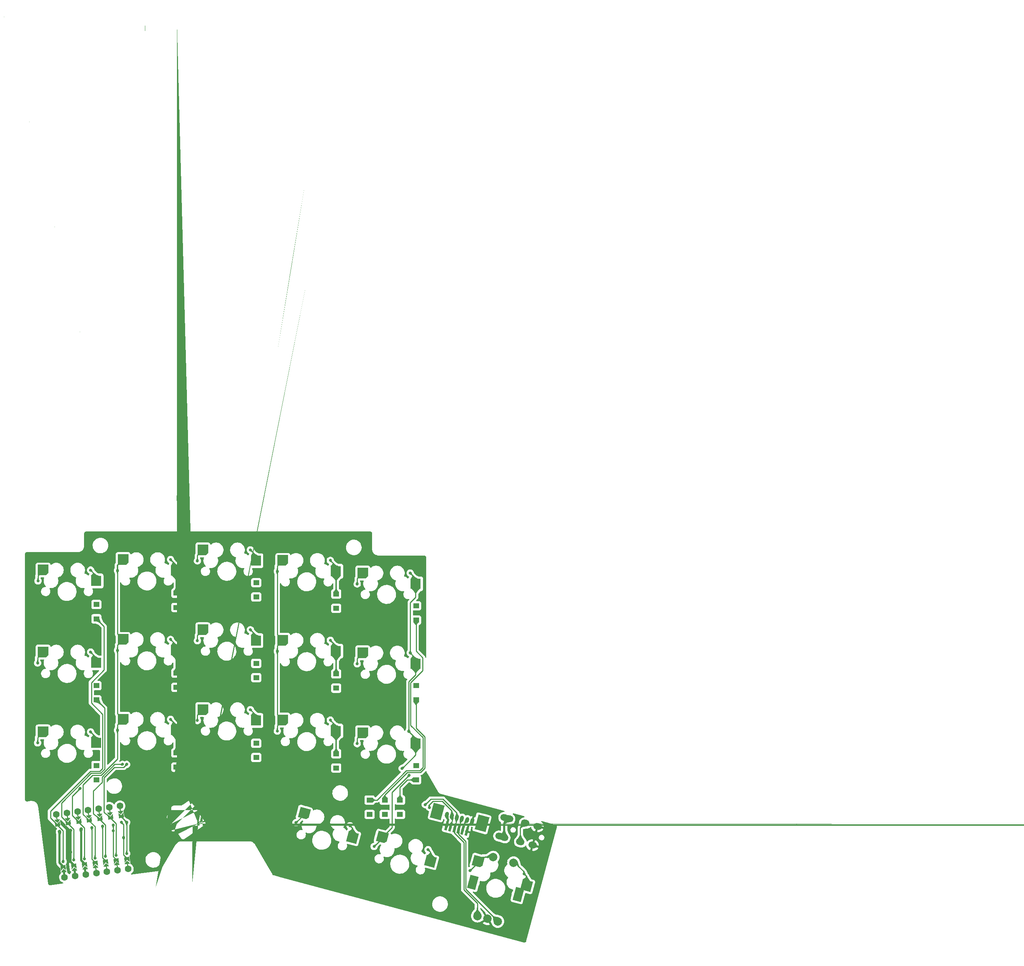
<source format=gtl>
G04 #@! TF.GenerationSoftware,KiCad,Pcbnew,7.0.5*
G04 #@! TF.CreationDate,2024-01-08T16:38:30+08:00*
G04 #@! TF.ProjectId,awkb_v2_mx,61776b62-5f76-4325-9f6d-782e6b696361,rev?*
G04 #@! TF.SameCoordinates,Original*
G04 #@! TF.FileFunction,Copper,L1,Top*
G04 #@! TF.FilePolarity,Positive*
%FSLAX46Y46*%
G04 Gerber Fmt 4.6, Leading zero omitted, Abs format (unit mm)*
G04 Created by KiCad (PCBNEW 7.0.5) date 2024-01-08 16:38:30*
%MOMM*%
%LPD*%
G01*
G04 APERTURE LIST*
G04 Aperture macros list*
%AMRoundRect*
0 Rectangle with rounded corners*
0 $1 Rounding radius*
0 $2 $3 $4 $5 $6 $7 $8 $9 X,Y pos of 4 corners*
0 Add a 4 corners polygon primitive as box body*
4,1,4,$2,$3,$4,$5,$6,$7,$8,$9,$2,$3,0*
0 Add four circle primitives for the rounded corners*
1,1,$1+$1,$2,$3*
1,1,$1+$1,$4,$5*
1,1,$1+$1,$6,$7*
1,1,$1+$1,$8,$9*
0 Add four rect primitives between the rounded corners*
20,1,$1+$1,$2,$3,$4,$5,0*
20,1,$1+$1,$4,$5,$6,$7,0*
20,1,$1+$1,$6,$7,$8,$9,0*
20,1,$1+$1,$8,$9,$2,$3,0*%
%AMHorizOval*
0 Thick line with rounded ends*
0 $1 width*
0 $2 $3 position (X,Y) of the first rounded end (center of the circle)*
0 $4 $5 position (X,Y) of the second rounded end (center of the circle)*
0 Add line between two ends*
20,1,$1,$2,$3,$4,$5,0*
0 Add two circle primitives to create the rounded ends*
1,1,$1,$2,$3*
1,1,$1,$4,$5*%
%AMRotRect*
0 Rectangle, with rotation*
0 The origin of the aperture is its center*
0 $1 length*
0 $2 width*
0 $3 Rotation angle, in degrees counterclockwise*
0 Add horizontal line*
21,1,$1,$2,0,0,$3*%
%AMFreePoly0*
4,1,19,1.226568,1.240810,1.242719,1.230019,1.253510,1.213868,1.257300,1.194816,1.257300,-0.746760,0.759460,-1.244600,0.000000,-1.244600,-1.207516,-1.244600,-1.226568,-1.240810,-1.242719,-1.230019,-1.253510,-1.213868,-1.257300,-1.194816,-1.257300,1.194816,-1.253511,1.213868,-1.242719,1.230019,-1.226568,1.240811,-1.207516,1.244600,1.207516,1.244600,1.226568,1.240810,1.226568,1.240810,
$1*%
%AMFreePoly1*
4,1,592,-2.671295,6.507199,-2.656065,6.506585,-2.592349,6.495248,-2.524517,6.458432,-2.515304,6.451896,-2.276055,6.278741,-2.011862,6.087973,-1.721647,5.878815,-1.457791,5.688935,-0.973110,5.340346,1.016000,5.340346,1.016000,3.907063,1.183074,3.787614,1.278999,3.718392,1.350198,3.664886,1.400288,3.623494,1.432886,3.590610,1.451610,3.562631,1.460076,3.535954,1.461915,3.509794,
1.447983,3.444776,1.404875,3.370192,1.312087,3.241452,1.237343,3.137631,1.178429,3.055624,1.133210,2.992439,1.099552,2.945085,1.075321,2.910571,1.058383,2.885906,1.046605,2.868095,1.045887,2.866979,1.040915,2.857575,1.036525,2.844426,1.032681,2.825477,1.029347,2.798672,1.026484,2.761954,1.024061,2.713269,1.022039,2.650560,1.020383,2.571772,1.019058,2.474849,
1.018026,2.357736,1.017252,2.218376,1.016701,2.054714,1.016336,1.864694,1.016122,1.646260,1.016022,1.397357,1.016000,1.156209,1.016000,-0.508000,-1.382441,-0.508000,-1.433893,-0.559452,-1.490718,-0.600221,-1.549827,-0.608697,-1.614930,-0.584887,-1.652146,-0.559929,-1.719516,-0.508954,-4.832344,-0.508000,-4.832395,-0.352021,-4.777595,-0.352021,-4.776902,-0.419062,-4.765228,-0.454809,
-4.760445,-0.459086,-4.740103,-0.461403,-4.688710,-0.463491,-4.609308,-0.465348,-4.504942,-0.466978,-4.378656,-0.468381,-4.233493,-0.469560,-4.072499,-0.470514,-3.898715,-0.471246,-3.715188,-0.471756,-3.524960,-0.472047,-3.331075,-0.472120,-3.136579,-0.471975,-2.944514,-0.471615,-2.757924,-0.471041,-2.579855,-0.470254,-2.413348,-0.469255,-2.261450,-0.468046,-2.127203,-0.466628,-2.013652,-0.465002,
-1.923840,-0.463171,-1.860812,-0.461135,-1.827611,-0.458895,-1.823177,-0.457774,-1.834305,-0.444623,-1.869932,-0.414422,-1.926527,-0.369892,-2.000558,-0.313755,-2.088495,-0.248731,-2.186806,-0.177542,-2.306506,-0.091629,-2.434613,0.000483,-2.563468,0.093276,-2.684865,0.180838,-2.790600,0.257258,-2.834304,0.288916,-2.924320,0.354129,-3.009824,0.415965,-3.085020,0.470241,-3.144116,0.512776,
-3.181603,0.539590,-3.254493,0.591285,-3.254493,-0.250384,-4.772318,-0.259317,-4.777595,-0.352021,-4.832395,-0.352021,-4.833070,1.730150,-4.999925,1.849032,-5.167662,1.968884,-5.307999,2.069917,-5.421790,2.152759,-5.509889,2.218042,-5.573148,2.266396,-5.612424,2.298450,-5.625559,2.310917,-5.652102,2.364240,-5.647418,2.428715,-5.640961,2.441922,-5.243959,2.441922,-5.230786,2.427163,
-5.194559,2.396518,-5.140215,2.353924,-5.072694,2.303319,-5.042440,2.281236,-4.840921,2.135255,-4.836128,2.347592,-4.834589,2.454647,-4.834159,2.578804,-4.834283,2.601633,-4.780894,2.601633,-4.780837,2.458211,-4.780475,2.345149,-4.779524,2.258505,-4.777695,2.194340,-4.774705,2.148711,-4.770265,2.117677,-4.764091,2.097299,-4.755896,2.083633,-4.745395,2.072740,-4.742305,2.069924,
-4.716774,2.049403,-4.668226,2.012686,-4.601615,1.963430,-4.521894,1.905295,-4.434016,1.841937,-4.420732,1.832420,-3.906214,1.464122,-3.809865,1.395002,-3.705609,1.319960,-3.604292,1.246819,-3.516765,1.183402,-3.494601,1.167284,-3.426311,1.118228,-3.367853,1.077478,-3.324838,1.048850,-3.302870,1.036164,-3.301657,1.035868,-3.299830,1.052584,-3.298081,1.101263,-3.296427,1.179569,
-3.294888,1.285168,-3.293478,1.415720,-3.292220,1.568889,-3.291130,1.742338,-3.290227,1.933730,-3.289528,2.140729,-3.289052,2.360999,-3.288816,2.592201,-3.288794,2.690582,-3.288794,4.345613,-3.882841,4.345613,-3.960078,4.238421,-3.996036,4.188562,-4.046974,4.117995,-4.107773,4.033808,-4.173313,3.943089,-4.223264,3.873971,-4.301130,3.766113,-4.389923,3.642902,-4.480610,3.516888,
-4.564160,3.400615,-4.595054,3.357557,-4.780893,3.098400,-4.780894,2.601633,-4.834283,2.601633,-4.834837,2.702882,-4.836128,2.788186,-4.840921,3.016443,-5.042440,2.736535,-5.103753,2.650672,-5.157552,2.573993,-5.200809,2.510924,-5.230500,2.465888,-5.243596,2.443310,-5.243959,2.441922,-5.640961,2.441922,-5.611710,2.501761,-5.610323,2.503820,-5.583922,2.541842,-5.539735,2.604405,
-5.480085,2.688264,-5.407295,2.790173,-5.323689,2.906885,-5.231590,3.035154,-5.133322,3.171734,-5.031208,3.313379,-4.995651,3.362635,-4.832345,3.588772,-4.832345,5.288894,-4.780894,5.288894,-4.780894,4.835833,-4.780506,4.691331,-4.779250,4.578089,-4.776983,4.493072,-4.773566,4.433246,-4.768857,4.395578,-4.762716,4.377033,-4.759455,4.374122,-4.732160,4.369893,-4.679677,4.366912,
-4.609954,4.365152,-4.530946,4.364583,-4.450599,4.365175,-4.376863,4.366901,-4.317690,4.369731,-4.281028,4.373636,-4.280053,4.373938,-3.843070,4.373938,-3.823017,4.370239,-3.774553,4.367057,-3.703566,4.364611,-3.615944,4.363121,-3.543194,4.362763,-3.254493,4.362763,-3.253451,0.992675,-2.872372,0.719317,-2.655470,0.563699,-2.464970,0.426957,-2.299376,0.308014,-2.157192,0.205787,
-2.036921,0.119201,-1.937068,0.047174,-1.856135,-0.011371,-1.792626,-0.057514,-1.745046,-0.092334,-1.711898,-0.116911,-1.693790,-0.130679,-1.633763,-0.177355,-1.616770,1.944532,-1.590887,1.944532,-1.590887,0.872621,-1.590687,0.684374,-1.590110,0.506658,-1.589192,0.342375,-1.587966,0.194430,-1.586468,0.065727,-1.584733,-0.040831,-1.582795,-0.122337,-1.580690,-0.175892,-1.578452,-0.198588,
-1.578024,-0.199173,-1.561568,-0.186103,-1.535007,-0.153255,-1.522285,-0.135054,-1.501701,-0.105380,-1.463948,-0.051982,-1.411951,0.021063,-1.348637,0.109680,-1.276934,0.209793,-1.199765,0.317328,-1.120058,0.428208,-1.040738,0.538360,-0.964732,0.643705,-0.894966,0.740171,-0.834366,0.823680,-0.803260,0.866369,-0.751704,0.937257,-0.689465,1.023259,-0.625794,1.111575,-0.587578,1.164781,
-0.306442,1.556922,-0.247465,1.638868,-0.191537,1.716007,-0.143461,1.781755,-0.108037,1.829530,-0.096347,1.844911,-0.067061,1.886362,-0.049541,1.918153,-0.047334,1.926376,-0.061611,1.931230,-0.104999,1.935297,-0.178344,1.938598,-0.282490,1.941151,-0.418282,1.942977,-0.586561,1.944095,-0.788175,1.944526,-0.819111,1.944532,-1.590887,1.944532,-1.616770,1.944532,-1.616613,1.964118,
-0.008523,1.970258,0.001444,1.984065,0.415730,1.984065,0.431929,1.979470,0.476730,1.975693,0.544438,1.972990,0.629357,1.971617,0.694427,1.971574,0.973124,1.973048,0.977737,2.363367,0.978592,2.494309,0.977836,2.600566,0.975539,2.679806,0.971774,2.729691,0.966611,2.747889,0.965971,2.747859,0.950469,2.732426,0.919475,2.694226,0.877142,2.638612,0.827625,2.570935,
0.815051,2.553378,0.748357,2.460060,0.672674,2.354480,0.598384,2.251111,0.548121,2.181376,0.498940,2.112262,0.458036,2.052865,0.429173,2.008795,0.416114,1.985662,0.415730,1.984065,0.001444,1.984065,0.300978,2.399022,0.389598,2.521772,0.482196,2.649996,0.573972,2.777044,0.660113,2.896266,0.735822,3.001012,0.796589,3.085046,0.982700,3.342304,0.977528,3.444195,
1.016000,3.444195,1.021445,3.415016,1.033151,3.410907,1.047558,3.435097,1.050301,3.454795,1.042924,3.482110,1.033151,3.488084,1.020368,3.473376,1.016000,3.444195,0.977528,3.444195,0.973124,3.530960,0.855836,3.618915,0.781560,3.673768,0.696566,3.735278,0.618436,3.790728,0.613730,3.794017,0.488914,3.881164,-0.449107,3.202966,-0.608282,3.088223,-0.759574,2.979824,
-0.900658,2.879393,-1.029211,2.788552,-1.142906,2.708927,-1.239420,2.642140,-1.316427,2.589814,-1.371603,2.553575,-1.402622,2.535044,-1.408486,2.532964,-1.424394,2.548745,-1.456981,2.588339,-1.503056,2.647604,-1.559424,2.722398,-1.622889,2.808581,-1.651056,2.847404,-1.735085,2.963747,-1.830354,3.095678,-1.928670,3.231847,-2.021837,3.360904,-2.088877,3.453783,-2.156958,3.548052,
-2.240118,3.663091,-2.333291,3.791904,-2.431418,3.927493,-2.529433,4.062862,-2.628668,4.199833,-2.717550,4.322535,-2.808922,4.448793,-2.898421,4.572571,-2.981681,4.687829,-3.054342,4.788531,-3.112041,4.868639,-3.120837,4.880874,-3.177562,4.959194,-3.227855,5.027492,-3.268128,5.080984,-3.294788,5.114883,-3.303674,5.124560,-3.319501,5.115893,-3.348061,5.085020,-3.383358,5.038479,
-3.385640,5.035214,-3.421886,4.983771,-3.472095,4.913392,-3.529991,4.832837,-3.589297,4.750867,-3.654673,4.660884,-3.710321,4.584210,-3.758331,4.517977,-3.792959,4.470110,-3.797381,4.463979,-3.826403,4.419445,-3.842410,4.386164,-3.843070,4.373938,-4.280053,4.373938,-4.273753,4.375888,-4.252321,4.398273,-4.213562,4.447226,-4.159031,4.520681,-4.090286,4.616571,-4.057645,4.662898,
-4.027379,4.705646,-3.981791,4.769524,-3.925658,4.847864,-3.863754,4.934000,-3.818121,4.997334,-3.759435,5.078878,-3.707305,5.151650,-3.694493,5.169642,-3.266097,5.169642,-3.254676,5.145189,-3.237873,5.120473,-3.200945,5.068155,-3.143975,4.988347,-3.067045,4.881168,-2.970238,4.746729,-2.853637,4.585145,-2.717324,4.396532,-2.561381,4.181003,-2.385892,3.938673,-2.353121,3.893443,
-2.219810,3.709409,-2.104515,3.550155,-2.005095,3.412707,-1.919408,3.294091,-1.845313,3.191334,-1.780668,3.101463,-1.723331,3.021504,-1.671161,2.948484,-1.622015,2.879430,-1.577030,2.815998,-1.521177,2.738160,-1.471653,2.671101,-1.432003,2.619464,-1.405770,2.587891,-1.397070,2.580177,-1.381053,2.589768,-1.339779,2.617761,-1.275734,2.662391,-1.191403,2.721889,-1.089276,2.794490,
-0.971837,2.878427,-0.841573,2.971932,-0.700969,3.073239,-0.573842,3.165136,-0.423105,3.274245,-0.278097,3.379172,-0.141664,3.477861,-0.016651,3.568254,0.094097,3.648296,0.187733,3.715930,0.261412,3.769098,0.312290,3.805745,0.333765,3.821146,0.382461,3.858139,0.417614,3.889159,0.431964,3.907767,0.432006,3.908273,0.418749,3.923223,0.381796,3.954512,0.325494,3.998728,
0.254188,4.052457,0.218996,4.078148,0.772812,4.078148,0.864393,4.015727,0.913483,3.983375,0.951397,3.960429,0.968836,3.952227,0.974786,3.967502,0.979277,4.009068,0.981559,4.068920,0.981699,4.089324,0.981699,4.227498,0.934535,4.199608,0.889733,4.169959,0.839385,4.132400,0.830092,4.124934,0.772812,4.078148,0.218996,4.078148,0.172227,4.112289,0.069879,4.185909,
-0.048671,4.271235,-0.174341,4.361729,-0.296785,4.449940,-0.390347,4.517378,-0.491909,4.590574,-0.612955,4.677762,-0.745111,4.772916,-0.880010,4.870008,-1.009280,4.963014,-1.076370,5.011265,-1.462258,5.288752,-3.200705,5.288894,-3.238918,5.235230,-3.262738,5.196686,-3.266097,5.169642,-3.694493,5.169642,-3.665233,5.210734,-3.636725,5.251214,-3.625689,5.267456,-3.628573,5.273416,
-3.647066,5.278230,-3.683934,5.282003,-3.741940,5.284839,-3.823850,5.286841,-3.932427,5.288113,-4.070438,5.288759,-4.196762,5.288894,-4.780894,5.288894,-4.832345,5.288894,-4.832345,5.340346,-3.570590,5.340346,-3.563244,5.350539,-3.151589,5.350539,-3.135000,5.348472,-3.087477,5.346545,-3.012387,5.344803,-2.913098,5.343286,-2.792976,5.342040,-2.655390,5.341106,-2.503706,5.340527,
-2.354088,5.340346,-2.192378,5.340504,-2.041659,5.340957,-1.905296,5.341670,-1.786657,5.342614,-1.689110,5.343757,-1.616021,5.345065,-1.570758,5.346508,-1.556586,5.347931,-1.569833,5.359805,-1.606791,5.388524,-1.663284,5.430957,-1.735137,5.483975,-1.818174,5.544450,-1.835283,5.556822,-1.943058,5.634674,-2.062409,5.720891,-2.292947,5.887442,-2.356237,5.933171,-2.435853,5.989478,
-2.506300,6.037001,-2.562797,6.072696,-2.600561,6.093523,-2.614302,6.097305,-2.628334,6.080897,-2.658659,6.041298,-2.702062,5.982980,-2.755323,5.910414,-2.815227,5.828073,-2.878554,5.740429,-2.942087,5.651953,-3.002609,5.567119,-3.056902,5.490398,-3.101747,5.426263,-3.133929,5.379186,-3.150228,5.353639,-3.151589,5.350539,-3.563244,5.350539,-3.289393,5.730521,-3.169311,5.897225,
-3.067674,6.038313,-2.982748,6.155912,-2.912800,6.252144,-2.856098,6.329135,-2.810907,6.389005,-2.775495,6.433881,-2.748127,6.465888,-2.727071,6.487147,-2.710593,6.499784,-2.696960,6.505922,-2.684438,6.507686,-2.671295,6.507199,-2.671295,6.507199,$1*%
%AMFreePoly2*
4,1,5,0.125000,-0.500000,-0.125000,-0.500000,-0.125000,0.500000,0.125000,0.500000,0.125000,-0.500000,0.125000,-0.500000,$1*%
%AMFreePoly3*
4,1,6,0.600000,-0.200000,0.600000,-0.400000,-0.600000,-0.400000,-0.600000,-0.200000,0.000000,0.400000,0.600000,-0.200000,0.600000,-0.200000,$1*%
%AMFreePoly4*
4,1,5,0.254000,-0.500000,-0.254000,-0.500000,-0.254000,0.500000,0.254000,0.500000,0.254000,-0.500000,0.254000,-0.500000,$1*%
%AMFreePoly5*
4,1,6,0.600000,-1.000000,0.000000,-0.400000,-0.600000,-1.000000,-0.599999,0.250000,0.600000,0.250000,0.600000,-1.000000,0.600000,-1.000000,$1*%
G04 Aperture macros list end*
G04 #@! TA.AperFunction,ComponentPad*
%ADD10R,1.400000X1.200000*%
G04 #@! TD*
G04 #@! TA.AperFunction,SMDPad,CuDef*
%ADD11FreePoly0,345.000000*%
G04 #@! TD*
G04 #@! TA.AperFunction,SMDPad,CuDef*
%ADD12RotRect,2.489194X2.489194X345.000000*%
G04 #@! TD*
G04 #@! TA.AperFunction,SMDPad,CuDef*
%ADD13FreePoly0,0.000000*%
G04 #@! TD*
G04 #@! TA.AperFunction,SMDPad,CuDef*
%ADD14R,2.489194X2.489194*%
G04 #@! TD*
G04 #@! TA.AperFunction,SMDPad,CuDef*
%ADD15RotRect,0.610000X2.000000X165.000000*%
G04 #@! TD*
G04 #@! TA.AperFunction,SMDPad,CuDef*
%ADD16RotRect,2.680000X3.600000X165.000000*%
G04 #@! TD*
G04 #@! TA.AperFunction,SMDPad,CuDef*
%ADD17FreePoly1,35.000000*%
G04 #@! TD*
G04 #@! TA.AperFunction,ComponentPad*
%ADD18HorizOval,1.600000X-0.193185X0.051764X0.193185X-0.051764X0*%
G04 #@! TD*
G04 #@! TA.AperFunction,ComponentPad*
%ADD19C,2.000000*%
G04 #@! TD*
G04 #@! TA.AperFunction,ComponentPad*
%ADD20RotRect,3.200000X2.000000X75.000000*%
G04 #@! TD*
G04 #@! TA.AperFunction,ComponentPad*
%ADD21C,1.600000*%
G04 #@! TD*
G04 #@! TA.AperFunction,SMDPad,CuDef*
%ADD22FreePoly2,187.500000*%
G04 #@! TD*
G04 #@! TA.AperFunction,SMDPad,CuDef*
%ADD23FreePoly3,187.500000*%
G04 #@! TD*
G04 #@! TA.AperFunction,SMDPad,CuDef*
%ADD24FreePoly3,7.500000*%
G04 #@! TD*
G04 #@! TA.AperFunction,SMDPad,CuDef*
%ADD25FreePoly2,7.500000*%
G04 #@! TD*
G04 #@! TA.AperFunction,SMDPad,CuDef*
%ADD26FreePoly4,7.500000*%
G04 #@! TD*
G04 #@! TA.AperFunction,SMDPad,CuDef*
%ADD27FreePoly5,187.500000*%
G04 #@! TD*
G04 #@! TA.AperFunction,SMDPad,CuDef*
%ADD28FreePoly5,7.500000*%
G04 #@! TD*
G04 #@! TA.AperFunction,ComponentPad*
%ADD29RoundRect,0.225000X0.340272X0.400580X-0.094394X0.517049X-0.340272X-0.400580X0.094394X-0.517049X0*%
G04 #@! TD*
G04 #@! TA.AperFunction,ComponentPad*
%ADD30HorizOval,0.900000X0.064705X0.241481X-0.064705X-0.241481X0*%
G04 #@! TD*
G04 #@! TA.AperFunction,ViaPad*
%ADD31C,0.700000*%
G04 #@! TD*
G04 #@! TA.AperFunction,ViaPad*
%ADD32C,0.800000*%
G04 #@! TD*
G04 #@! TA.AperFunction,Conductor*
%ADD33C,0.250000*%
G04 #@! TD*
G04 #@! TA.AperFunction,Conductor*
%ADD34C,0.300000*%
G04 #@! TD*
G04 #@! TA.AperFunction,Conductor*
%ADD35C,0.500000*%
G04 #@! TD*
G04 #@! TA.AperFunction,Conductor*
%ADD36C,0.350000*%
G04 #@! TD*
G04 APERTURE END LIST*
D10*
X182367650Y-98485194D03*
X182367650Y-95085194D03*
X163367952Y-92284794D03*
X163367952Y-95684794D03*
X125368352Y-111084594D03*
X125368352Y-114484594D03*
X171314152Y-125706794D03*
X171314152Y-122306794D03*
D11*
X174333965Y-131161867D03*
D12*
X185820845Y-136921964D03*
D10*
X163367952Y-111285194D03*
X163367952Y-114685194D03*
X144367752Y-112184794D03*
X144367752Y-108784794D03*
X182367650Y-79485394D03*
X182367650Y-76085394D03*
D13*
X150691052Y-65279434D03*
D14*
X163277348Y-67870237D03*
D13*
X150691052Y-84279394D03*
D14*
X163277348Y-86870197D03*
D10*
X144367752Y-73984634D03*
X144367752Y-70584634D03*
X125368352Y-92084994D03*
X125368352Y-95484994D03*
D11*
X155780340Y-125465006D03*
D12*
X167267220Y-131225103D03*
D13*
X150691052Y-103279794D03*
D14*
X163277348Y-105870597D03*
D10*
X182367650Y-117485194D03*
X182367650Y-114085194D03*
X106368152Y-79184994D03*
X106368152Y-75784994D03*
D13*
X93691252Y-67579594D03*
D14*
X106277548Y-70170397D03*
D13*
X169690750Y-87279794D03*
D14*
X182277046Y-89870597D03*
D10*
X144367752Y-93184594D03*
X144367752Y-89784594D03*
D13*
X169690750Y-68279994D03*
D14*
X182277046Y-70870797D03*
D10*
X125368352Y-73085394D03*
X125368352Y-76485394D03*
X174928152Y-125706794D03*
X174928152Y-122306794D03*
D15*
X194417152Y-129770794D03*
X193451226Y-129511975D03*
X192485301Y-129253156D03*
X191519375Y-128994337D03*
X190553449Y-128735518D03*
X189587523Y-128476699D03*
D16*
X198029964Y-127840071D03*
X187424098Y-124998238D03*
D13*
X93691252Y-106079394D03*
D14*
X106277548Y-108670197D03*
D10*
X178542152Y-125706794D03*
X178542152Y-122306794D03*
D13*
X112691452Y-103079194D03*
D14*
X125277748Y-105669997D03*
D11*
X197152739Y-136891994D03*
D12*
X208639619Y-142652091D03*
D17*
X130631530Y-127949309D03*
D13*
X112691452Y-65079994D03*
D14*
X125277748Y-67670797D03*
D13*
X93691252Y-87078994D03*
D14*
X106277548Y-89669797D03*
D13*
X131690852Y-62779234D03*
D14*
X144277148Y-65370037D03*
D18*
X204484326Y-126738371D03*
X203305313Y-131215784D03*
X208348030Y-127773647D03*
X207169016Y-132251060D03*
X211245807Y-128550104D03*
X210066794Y-133027517D03*
X203433362Y-126487824D03*
X202231240Y-130896929D03*
D10*
X106368152Y-117484794D03*
X106368152Y-114084794D03*
D13*
X169690750Y-106279794D03*
D14*
X182277046Y-108870597D03*
D13*
X131690852Y-100779394D03*
D14*
X144277148Y-103370197D03*
D19*
X196958872Y-149890118D03*
X201788501Y-151184213D03*
X199373686Y-150537166D03*
D20*
X206724014Y-144742109D03*
X195905644Y-141843335D03*
D19*
X205541377Y-137178289D03*
X200711748Y-135884194D03*
D13*
X131690852Y-81779194D03*
D14*
X144277148Y-84369997D03*
D10*
X106368152Y-98484394D03*
X106368152Y-95084394D03*
X163367952Y-73284834D03*
X163367952Y-76684834D03*
D13*
X112691452Y-84079594D03*
D14*
X125277748Y-86670397D03*
D21*
X111936850Y-123709032D03*
X109418580Y-124040568D03*
X106900310Y-124372105D03*
X104382040Y-124703641D03*
X101863770Y-125035178D03*
X99345500Y-125366714D03*
X96827230Y-125698251D03*
D22*
X112081368Y-124806760D03*
X109563098Y-125138296D03*
X107044828Y-125469833D03*
X104526558Y-125801369D03*
X102008288Y-126132906D03*
X99490019Y-126464442D03*
X96971749Y-126795979D03*
D23*
X112147676Y-125310414D03*
X109629406Y-125641950D03*
X107111136Y-125973487D03*
X104592866Y-126305023D03*
X102074596Y-126636560D03*
X99556326Y-126968096D03*
X97038056Y-127299633D03*
D24*
X113699266Y-137095917D03*
X111180997Y-137427453D03*
X108662727Y-137758990D03*
X106144457Y-138090526D03*
X103626187Y-138422063D03*
X101107917Y-138753600D03*
X98589647Y-139085136D03*
D25*
X113765574Y-137599571D03*
X111247304Y-137931107D03*
X108729034Y-138262644D03*
X106210764Y-138594180D03*
D26*
X103692494Y-138925717D03*
X101174224Y-139257254D03*
X98655954Y-139588790D03*
D21*
X113908135Y-138682427D03*
X111389865Y-139013963D03*
X108871595Y-139345500D03*
X106353325Y-139677037D03*
X103835055Y-140008573D03*
X101316785Y-140340110D03*
X98798515Y-140671646D03*
D27*
X97170670Y-128306941D03*
X99688940Y-127975404D03*
X102207210Y-127643868D03*
X104725480Y-127312331D03*
X107243750Y-126980795D03*
X109762020Y-126649258D03*
X112280290Y-126317722D03*
D28*
X113566652Y-136088609D03*
X111048382Y-136420145D03*
X108530112Y-136751682D03*
X106011842Y-137083219D03*
X103493572Y-137414755D03*
X100975302Y-137746292D03*
X98457032Y-138077828D03*
D29*
X195699771Y-127398807D03*
D30*
X194492364Y-127075283D03*
X193284956Y-126751759D03*
X192077549Y-126428236D03*
X190870142Y-126104712D03*
X189662735Y-125781188D03*
D31*
X98457850Y-136947982D03*
X100975302Y-136542400D03*
X103501100Y-136288400D03*
X102471500Y-119509194D03*
X92458756Y-70170397D03*
X130370052Y-65395434D03*
X168369950Y-70896194D03*
D32*
X100184869Y-134713600D03*
X194417152Y-129770794D03*
X100184869Y-129495931D03*
D31*
X111370652Y-67696194D03*
X104978752Y-106085394D03*
X111370652Y-105695394D03*
X106004656Y-136122144D03*
X111370652Y-86695794D03*
X104978752Y-67585594D03*
X104978752Y-87084994D03*
X112586308Y-113810094D03*
X149370252Y-86895594D03*
X149370252Y-67895634D03*
X108530800Y-135678800D03*
X149370252Y-105895994D03*
X142978352Y-100785394D03*
X142978352Y-81785194D03*
X142978352Y-62785234D03*
X180978250Y-68285994D03*
X113543552Y-113810094D03*
X111038863Y-135456737D03*
X180644624Y-105952168D03*
X180978250Y-87285794D03*
X153827423Y-127650213D03*
X179050152Y-114759694D03*
X180707752Y-116417294D03*
X195199822Y-139077201D03*
X172381048Y-133347074D03*
X113560000Y-135018400D03*
X113560000Y-127597432D03*
X123978952Y-65085994D03*
X161978552Y-65285434D03*
X166681675Y-128392222D03*
X193451226Y-129511975D03*
X107815283Y-128506217D03*
X208054074Y-139819210D03*
X112848800Y-131206494D03*
X185527152Y-124055794D03*
X112280290Y-127578394D03*
X190553449Y-128735518D03*
D32*
X97608800Y-129786000D03*
X189587523Y-128476699D03*
X102701972Y-129163228D03*
D31*
X123978952Y-103085194D03*
X130370052Y-103395594D03*
X168369950Y-108895994D03*
X92370452Y-108695594D03*
X161978552Y-103285794D03*
X92370452Y-89695194D03*
X123978952Y-84085594D03*
X130370052Y-84395394D03*
X161978552Y-84285394D03*
X168369950Y-89895994D03*
X185235300Y-134089083D03*
X110359600Y-129596900D03*
X192485300Y-129253156D03*
X110364837Y-128205963D03*
X191519374Y-128994337D03*
X184561952Y-123381294D03*
X105279600Y-128820800D03*
D33*
X182367650Y-79285394D02*
X182367650Y-86875026D01*
X180066152Y-115292794D02*
X173052152Y-122306794D01*
X183241152Y-115292794D02*
X180066152Y-115292794D01*
X173052152Y-122306794D02*
X171314152Y-122306794D01*
X181094624Y-104548981D02*
X183990224Y-107444581D01*
X183939424Y-91507318D02*
X181094624Y-94352118D01*
X108196624Y-91305922D02*
X105161552Y-94340994D01*
X95430261Y-126566532D02*
X96962664Y-128098935D01*
X107134334Y-115460294D02*
X104929409Y-115460294D01*
X183990224Y-114543722D02*
X183241152Y-115292794D01*
X98457850Y-136947982D02*
X98457032Y-136947164D01*
X106368152Y-79184994D02*
X108196624Y-81013466D01*
X98457032Y-129593303D02*
X97170670Y-128306941D01*
X183939424Y-88446800D02*
X183939424Y-91507318D01*
X98457032Y-136947164D02*
X98457032Y-129593303D01*
X105161552Y-99189194D02*
X107847145Y-101874787D01*
X95430261Y-124959442D02*
X95430261Y-126566532D01*
X96962664Y-128098935D02*
X97143286Y-128098935D01*
X182367650Y-86875026D02*
X183939424Y-88446800D01*
X108196624Y-81013466D02*
X108196624Y-91305922D01*
X105161552Y-94340994D02*
X105161552Y-99189194D01*
X107847145Y-101874787D02*
X107847145Y-114747483D01*
X107847145Y-114747483D02*
X107134334Y-115460294D01*
X183990224Y-107444581D02*
X183990224Y-114543722D01*
X104929409Y-115460294D02*
X95430261Y-124959442D01*
X181094624Y-94352118D02*
X181094624Y-104548981D01*
X100975302Y-129261766D02*
X99688940Y-127975404D01*
X174928152Y-121067190D02*
X174928152Y-122306794D01*
X184440224Y-114730118D02*
X183427548Y-115742794D01*
X105115805Y-115910294D02*
X98066000Y-122960099D01*
X180252548Y-115742794D02*
X174928152Y-121067190D01*
X108297145Y-114933879D02*
X107320730Y-115910294D01*
X100975302Y-136542400D02*
X100975302Y-129261766D01*
X98066000Y-126296969D02*
X99533653Y-127764622D01*
X98066000Y-122960099D02*
X98066000Y-126296969D01*
X183427548Y-115742794D02*
X180252548Y-115742794D01*
X106368152Y-98484394D02*
X108297145Y-100413387D01*
X184440224Y-107258185D02*
X184440224Y-114730118D01*
X107320730Y-115910294D02*
X105115805Y-115910294D01*
X182367650Y-105185611D02*
X184440224Y-107258185D01*
X182367650Y-98485194D02*
X182367650Y-105185611D01*
X108297145Y-100413387D02*
X108297145Y-114933879D01*
X180315359Y-117485194D02*
X178542152Y-119258401D01*
X103501100Y-136288400D02*
X103501600Y-136287900D01*
X178542152Y-119258401D02*
X178542152Y-122306794D01*
X103501600Y-128938258D02*
X102207210Y-127643868D01*
X102471500Y-119509194D02*
X100606000Y-121374694D01*
X182367650Y-117485194D02*
X180315359Y-117485194D01*
X103501600Y-136287900D02*
X103501600Y-128938258D01*
X100606000Y-125987163D02*
X102051922Y-127433085D01*
X182367224Y-117485620D02*
X182367650Y-117485194D01*
X100606000Y-121374694D02*
X100606000Y-125987163D01*
D34*
X178542578Y-122278368D02*
X178514152Y-122306794D01*
D33*
X92458756Y-68884390D02*
X92458756Y-70170397D01*
X93757552Y-67585594D02*
X92458756Y-68884390D01*
X131690852Y-62779234D02*
X130370052Y-64100034D01*
X130370052Y-64100034D02*
X130370052Y-65395434D01*
X168369950Y-69600794D02*
X168369950Y-70896194D01*
X169690750Y-68279994D02*
X168369950Y-69600794D01*
D35*
X100184869Y-129495931D02*
X100175302Y-129505498D01*
X100175302Y-136946292D02*
X100975302Y-137746292D01*
X195596155Y-127785505D02*
X194830691Y-128227446D01*
X195699771Y-127398807D02*
X195596155Y-127785505D01*
X194830691Y-128227446D02*
X194417152Y-129770794D01*
X100175302Y-129505498D02*
X100175302Y-136946292D01*
D33*
X106277548Y-107384190D02*
X104978752Y-106085394D01*
X106277548Y-88383790D02*
X104978752Y-87084994D01*
X103146000Y-125677356D02*
X104570193Y-127101549D01*
X111370652Y-86695794D02*
X111370652Y-101758394D01*
X106004656Y-136122144D02*
X106004656Y-128591507D01*
X111370652Y-82758794D02*
X112691452Y-84079594D01*
X111370652Y-85400394D02*
X111370652Y-86695794D01*
X107507126Y-116360294D02*
X105465652Y-116360294D01*
X111370652Y-101758394D02*
X112691452Y-103079194D01*
X111370652Y-112496768D02*
X107507126Y-116360294D01*
X106277548Y-108670197D02*
X106277548Y-107384190D01*
X111370652Y-105695394D02*
X111370652Y-112496768D01*
D36*
X111370652Y-67696194D02*
X111370652Y-66400794D01*
D33*
X106277548Y-68884390D02*
X104978752Y-67585594D01*
X106277548Y-89669797D02*
X106277548Y-88383790D01*
X111370652Y-104399994D02*
X111370652Y-105695394D01*
X106277548Y-70170397D02*
X106277548Y-68884390D01*
D36*
X111370652Y-66400794D02*
X112691452Y-65079994D01*
D33*
X103146000Y-118679946D02*
X103146000Y-125677356D01*
X105465652Y-116360294D02*
X103146000Y-118679946D01*
X112691452Y-84079594D02*
X111370652Y-85400394D01*
X106004656Y-128591507D02*
X104725480Y-127312331D01*
X112691452Y-103079194D02*
X111370652Y-104399994D01*
X111370652Y-67696194D02*
X111370652Y-82758794D01*
X105787956Y-125674236D02*
X107216001Y-126770013D01*
X105644152Y-120158794D02*
X105644152Y-125530432D01*
X144277148Y-103370197D02*
X144277148Y-102084190D01*
X107708752Y-116795064D02*
X107708752Y-117995064D01*
X150691052Y-65279434D02*
X149370252Y-66600234D01*
X144277148Y-102084190D02*
X142978352Y-100785394D01*
X149370252Y-66600234D02*
X149370252Y-67895634D01*
X150691052Y-84279394D02*
X149370252Y-85600194D01*
X105644152Y-125530432D02*
X105787956Y-125674236D01*
X149370252Y-85600194D02*
X149370252Y-86895594D01*
X108530800Y-128267845D02*
X107243750Y-126980795D01*
X149370252Y-67895634D02*
X149370252Y-82958594D01*
X144277148Y-64084030D02*
X142978352Y-62785234D01*
X112586308Y-113810094D02*
X110693722Y-113810094D01*
X108530800Y-135678800D02*
X108530800Y-128267845D01*
X149370252Y-101958994D02*
X150691052Y-103279794D01*
X149370252Y-82958594D02*
X150691052Y-84279394D01*
X144277148Y-83083990D02*
X142978352Y-81785194D01*
X144277148Y-84369997D02*
X144277148Y-83083990D01*
X149370252Y-86895594D02*
X149370252Y-101958994D01*
X110693722Y-113810094D02*
X107708752Y-116795064D01*
X144277148Y-65370037D02*
X144277148Y-64084030D01*
X149370252Y-104600594D02*
X149370252Y-105895994D01*
X150691052Y-103279794D02*
X149370252Y-104600594D01*
X107708752Y-118094194D02*
X105644152Y-120158794D01*
X155780340Y-125697296D02*
X153827423Y-127650213D01*
X174333965Y-131161867D02*
X174333965Y-131394157D01*
X182277046Y-92533300D02*
X182277046Y-89870597D01*
X108158752Y-125196904D02*
X108158752Y-116981460D01*
X112822852Y-114530794D02*
X113543552Y-113810094D01*
X182277046Y-69584790D02*
X180978250Y-68285994D01*
X180707752Y-116417294D02*
X176687952Y-120437094D01*
X179050152Y-114759694D02*
X179075252Y-114759694D01*
X197152739Y-137124284D02*
X195199822Y-139077201D01*
X182277046Y-107584590D02*
X182277046Y-108870597D01*
X182277046Y-70870797D02*
X182277046Y-69584790D01*
X180644624Y-105952168D02*
X180644624Y-94165722D01*
X111038863Y-135456737D02*
X111038863Y-127926101D01*
X110609418Y-114530794D02*
X112822852Y-114530794D01*
X182277046Y-111557900D02*
X182277046Y-108870597D01*
X180644624Y-94165722D02*
X182277046Y-92533300D01*
X108158752Y-116981460D02*
X110609418Y-114530794D01*
X109734636Y-126441252D02*
X108309733Y-125347885D01*
X180978250Y-75329774D02*
X180978250Y-87285794D01*
X198191315Y-135853418D02*
X200711748Y-135853418D01*
X111038863Y-127926101D02*
X109762020Y-126649258D01*
X155780340Y-125465006D02*
X155780340Y-125697296D01*
X108309733Y-125347885D02*
X108158752Y-125196904D01*
X174333965Y-131394157D02*
X172381048Y-133347074D01*
X197152739Y-136891994D02*
X198191315Y-135853418D01*
X182277046Y-88584590D02*
X180978250Y-87285794D01*
X182277046Y-70870797D02*
X182277046Y-74030978D01*
X176687952Y-120437094D02*
X176687952Y-128807880D01*
X176687952Y-128807880D02*
X174333965Y-131161867D01*
X197152739Y-136891994D02*
X197152739Y-137124284D01*
X179075252Y-114759694D02*
X182277046Y-111557900D01*
X182277046Y-89870597D02*
X182277046Y-88584590D01*
X180644624Y-105952168D02*
X182277046Y-107584590D01*
X182277046Y-74030978D02*
X180978250Y-75329774D01*
X113560000Y-135018400D02*
X113560000Y-127597432D01*
X207169016Y-128952661D02*
X208348030Y-127773647D01*
X113560000Y-127597432D02*
X112280290Y-126317722D01*
X207169016Y-132251060D02*
X207169016Y-128952661D01*
X125277748Y-67670797D02*
X125277748Y-66384790D01*
D34*
X125368352Y-73085394D02*
X125368352Y-67761401D01*
D33*
X125277748Y-66384790D02*
X123978952Y-65085994D01*
D34*
X125368352Y-67761401D02*
X125277748Y-67670797D01*
D33*
X163277348Y-66584230D02*
X161978552Y-65285434D01*
X163277348Y-67870237D02*
X163277348Y-66584230D01*
D34*
X163367952Y-73284834D02*
X163367952Y-67960841D01*
X163367952Y-67960841D02*
X163277348Y-67870237D01*
D33*
X167267220Y-131225103D02*
X167267220Y-128977767D01*
X167267220Y-128977767D02*
X166681675Y-128392222D01*
X107819600Y-136041170D02*
X108530112Y-136751682D01*
X194492363Y-127075283D02*
X194033085Y-127340447D01*
X107819600Y-128510534D02*
X107819600Y-136041170D01*
X194033085Y-127340447D02*
X193451226Y-129511975D01*
X107815283Y-128506217D02*
X107819600Y-128510534D01*
X208054074Y-139819210D02*
X208054074Y-139362562D01*
X208639619Y-142652091D02*
X208639619Y-140404755D01*
X208054074Y-139362562D02*
X205869801Y-137178289D01*
X208639619Y-140404755D02*
X208054074Y-139819210D01*
X205869801Y-137178289D02*
X205541377Y-137178289D01*
X112848800Y-128146904D02*
X112280290Y-127578394D01*
X186416152Y-122531794D02*
X188569339Y-122531794D01*
X185527152Y-123420794D02*
X186416152Y-122531794D01*
X191135307Y-126563992D02*
X190553449Y-128735518D01*
X112848800Y-135370757D02*
X113566652Y-136088609D01*
X112848800Y-131206494D02*
X112848800Y-135370757D01*
X188569339Y-122531794D02*
X190870142Y-124832597D01*
X190870142Y-124832597D02*
X190870142Y-126104712D01*
X112848800Y-131206494D02*
X112848800Y-128146904D01*
X190870141Y-126104711D02*
X191135307Y-126563992D01*
X185527152Y-124055794D02*
X185527152Y-123420794D01*
D35*
X97608800Y-137229596D02*
X98457032Y-138077828D01*
X97608800Y-129786000D02*
X97608800Y-137229596D01*
X189551056Y-126197975D02*
X189992999Y-126963442D01*
X189992999Y-126963442D02*
X189587523Y-128476699D01*
X203305313Y-127917384D02*
X204484326Y-126738371D01*
X203305313Y-131215784D02*
X203305313Y-127917384D01*
X189662734Y-125781187D02*
X189551056Y-126197975D01*
X102701600Y-136622783D02*
X103493572Y-137414755D01*
X102701600Y-129163600D02*
X102701600Y-136622783D01*
X102701972Y-129163228D02*
X102701600Y-129163600D01*
D36*
X125368352Y-105760601D02*
X125277748Y-105669997D01*
X125368352Y-111084594D02*
X125368352Y-105760601D01*
D33*
X125277748Y-105669997D02*
X125277748Y-104383990D01*
X125277748Y-104383990D02*
X123978952Y-103085194D01*
X130370052Y-102100194D02*
X130370052Y-103395594D01*
X131690852Y-100779394D02*
X130370052Y-102100194D01*
X168369950Y-107600594D02*
X168369950Y-108895994D01*
X169690750Y-106279794D02*
X168369950Y-107600594D01*
X92370452Y-107400194D02*
X92370452Y-108695594D01*
X93691252Y-106079394D02*
X92370452Y-107400194D01*
D34*
X163367952Y-105961201D02*
X163277348Y-105870597D01*
D33*
X163277348Y-104584590D02*
X161978552Y-103285794D01*
D34*
X163367952Y-111285194D02*
X163367952Y-105961201D01*
D33*
X163277348Y-105870597D02*
X163277348Y-104584590D01*
X93691252Y-87078994D02*
X92370452Y-88399794D01*
X92370452Y-88399794D02*
X92370452Y-89695194D01*
X125277748Y-85384390D02*
X123978952Y-84085594D01*
D36*
X125368352Y-92084994D02*
X125368352Y-86761001D01*
X125368352Y-86761001D02*
X125277748Y-86670397D01*
D33*
X125277748Y-86670397D02*
X125277748Y-85384390D01*
X130370052Y-83099994D02*
X130370052Y-84395394D01*
X131690852Y-81779194D02*
X130370052Y-83099994D01*
X163277348Y-85584190D02*
X161978552Y-84285394D01*
D34*
X163367952Y-92284794D02*
X163367952Y-86960801D01*
X163367952Y-86960801D02*
X163277348Y-86870197D01*
D33*
X163277348Y-86870197D02*
X163277348Y-85584190D01*
X168369950Y-88600594D02*
X168369950Y-89895994D01*
X169690750Y-87279794D02*
X168369950Y-88600594D01*
X185820845Y-134674628D02*
X185235300Y-134089083D01*
X185820845Y-136921964D02*
X185820845Y-134674628D01*
X110359600Y-128211200D02*
X110359600Y-135731363D01*
X193284956Y-126751759D02*
X193131864Y-126840147D01*
X110359600Y-135731363D02*
X111048382Y-136420145D01*
X110364837Y-128205963D02*
X110359600Y-128211200D01*
X193131864Y-126840147D02*
X192485300Y-129253156D01*
X192485301Y-130446082D02*
X194163152Y-132123933D01*
X192485301Y-129253156D02*
X192485301Y-130446082D01*
X201788501Y-151078148D02*
X201788501Y-151184213D01*
X194163152Y-132123933D02*
X194163152Y-143452799D01*
X194163152Y-143452799D02*
X201788501Y-151078148D01*
X192077549Y-125399191D02*
X192077549Y-126428236D01*
X196958872Y-146884915D02*
X196958872Y-149890118D01*
X193713152Y-132381039D02*
X193713152Y-143639195D01*
X191519374Y-130187261D02*
X193713152Y-132381039D01*
X185861452Y-122081794D02*
X188760152Y-122081794D01*
X188760152Y-122081794D02*
X192077549Y-125399191D01*
X193713152Y-143639195D02*
X196958872Y-146884915D01*
X192077549Y-126428235D02*
X192165938Y-126581329D01*
X105279600Y-136350977D02*
X106011842Y-137083219D01*
X184561952Y-123381294D02*
X185861452Y-122081794D01*
X192165938Y-126581329D02*
X191519374Y-128994337D01*
X105279600Y-128820800D02*
X105279600Y-136350977D01*
X191519374Y-128994337D02*
X191519374Y-130187261D01*
G04 #@! TA.AperFunction,Conductor*
G36*
X111375130Y-67697062D02*
G01*
X111682688Y-67825408D01*
X111689003Y-67831757D01*
X111688980Y-67840712D01*
X111688754Y-67841218D01*
X111629402Y-67966410D01*
X111629200Y-67966798D01*
X111574614Y-68062696D01*
X111574607Y-68062709D01*
X111532420Y-68147178D01*
X111505263Y-68248760D01*
X111505262Y-68248764D01*
X111496365Y-68385255D01*
X111492407Y-68393288D01*
X111484690Y-68396194D01*
X111256614Y-68396194D01*
X111248341Y-68392767D01*
X111244939Y-68385255D01*
X111236040Y-68248764D01*
X111236040Y-68248759D01*
X111208883Y-68147179D01*
X111166695Y-68062710D01*
X111112102Y-67966798D01*
X111111900Y-67966410D01*
X111052549Y-67841218D01*
X111052101Y-67832274D01*
X111058109Y-67825634D01*
X111058591Y-67825418D01*
X111366146Y-67697073D01*
X111375101Y-67697051D01*
X111375130Y-67697062D01*
G37*
G04 #@! TD.AperFunction*
G04 #@! TA.AperFunction,Conductor*
G36*
X113682311Y-134321827D02*
G01*
X113685713Y-134329339D01*
X113694610Y-134465828D01*
X113694610Y-134465831D01*
X113694611Y-134465834D01*
X113721767Y-134567414D01*
X113721768Y-134567414D01*
X113763955Y-134651883D01*
X113763962Y-134651896D01*
X113818548Y-134747794D01*
X113818750Y-134748182D01*
X113878102Y-134873375D01*
X113878550Y-134882319D01*
X113872542Y-134888959D01*
X113872036Y-134889185D01*
X113564506Y-135017519D01*
X113555551Y-135017542D01*
X113555494Y-135017519D01*
X113247963Y-134889185D01*
X113241648Y-134882836D01*
X113241671Y-134873881D01*
X113241887Y-134873395D01*
X113301249Y-134748179D01*
X113301450Y-134747794D01*
X113356043Y-134651883D01*
X113398231Y-134567414D01*
X113425388Y-134465834D01*
X113434286Y-134329339D01*
X113438245Y-134321306D01*
X113445962Y-134318400D01*
X113674038Y-134318400D01*
X113682311Y-134321827D01*
G37*
G04 #@! TD.AperFunction*
G04 #@! TA.AperFunction,Conductor*
G36*
X191313420Y-126135224D02*
G01*
X191321429Y-126139229D01*
X191324261Y-126147724D01*
X191323890Y-126149929D01*
X191284366Y-126297103D01*
X191284358Y-126297134D01*
X191241176Y-126477429D01*
X191197978Y-126677277D01*
X191154766Y-126896704D01*
X191113840Y-127123002D01*
X191108996Y-127130533D01*
X191100245Y-127132433D01*
X191099299Y-127132221D01*
X190874414Y-127071963D01*
X190867651Y-127067068D01*
X190802375Y-126967297D01*
X190802370Y-126967290D01*
X190734659Y-126878789D01*
X190734657Y-126878787D01*
X190734655Y-126878784D01*
X190666934Y-126805263D01*
X190666930Y-126805259D01*
X190666924Y-126805253D01*
X190599216Y-126746737D01*
X190540791Y-126709179D01*
X190535685Y-126701823D01*
X190536933Y-126693579D01*
X190546137Y-126677299D01*
X190866762Y-126110181D01*
X190873815Y-126104668D01*
X190877768Y-126104270D01*
X191313420Y-126135224D01*
G37*
G04 #@! TD.AperFunction*
G04 #@! TA.AperFunction,Conductor*
G36*
X162299518Y-103156542D02*
G01*
X162305833Y-103162891D01*
X162306032Y-103163408D01*
X162352588Y-103293902D01*
X162352720Y-103294320D01*
X162381934Y-103400734D01*
X162411832Y-103490298D01*
X162464458Y-103581332D01*
X162554683Y-103684141D01*
X162557564Y-103692619D01*
X162554162Y-103700131D01*
X162392889Y-103861404D01*
X162384616Y-103864831D01*
X162376899Y-103861925D01*
X162274090Y-103771700D01*
X162183056Y-103719074D01*
X162183057Y-103719074D01*
X162123566Y-103699215D01*
X162093499Y-103689178D01*
X162093492Y-103689176D01*
X161987078Y-103659962D01*
X161986660Y-103659830D01*
X161856166Y-103613274D01*
X161849526Y-103607266D01*
X161849078Y-103598322D01*
X161849261Y-103597845D01*
X161975989Y-103289600D01*
X161982300Y-103283255D01*
X162290565Y-103156519D01*
X162299518Y-103156542D01*
G37*
G04 #@! TD.AperFunction*
G04 #@! TA.AperFunction,Conductor*
G36*
X192095248Y-125247339D02*
G01*
X192097606Y-125250726D01*
X192158481Y-125383188D01*
X192170759Y-125409904D01*
X192171317Y-125411117D01*
X192171325Y-125411134D01*
X192252032Y-125567249D01*
X192252034Y-125567253D01*
X192332754Y-125703895D01*
X192332762Y-125703907D01*
X192404121Y-125807465D01*
X192413480Y-125821047D01*
X192488083Y-125911293D01*
X192490713Y-125919852D01*
X192488134Y-125926140D01*
X192086305Y-126419068D01*
X192078421Y-126423315D01*
X192069843Y-126420744D01*
X192069100Y-126420083D01*
X191873333Y-126230661D01*
X191713467Y-126075975D01*
X191709906Y-126067762D01*
X191710915Y-126062812D01*
X191748832Y-125977674D01*
X191790077Y-125865563D01*
X191831321Y-125733952D01*
X191872566Y-125582841D01*
X191913039Y-125415425D01*
X191916135Y-125409906D01*
X192078703Y-125247338D01*
X192086975Y-125243912D01*
X192095248Y-125247339D01*
G37*
G04 #@! TD.AperFunction*
G04 #@! TA.AperFunction,Conductor*
G36*
X190115790Y-125786337D02*
G01*
X190124016Y-125789873D01*
X190127333Y-125797887D01*
X190129877Y-125997017D01*
X190132566Y-126195549D01*
X190135254Y-126382080D01*
X190136817Y-126483568D01*
X190137943Y-126556619D01*
X190137943Y-126556626D01*
X190137942Y-126556626D01*
X190140519Y-126712268D01*
X190137230Y-126720597D01*
X190134675Y-126722591D01*
X189726548Y-126958224D01*
X189718260Y-126963009D01*
X189709382Y-126964177D01*
X189702277Y-126958726D01*
X189702004Y-126958224D01*
X189635988Y-126829772D01*
X189635978Y-126829753D01*
X189564341Y-126702360D01*
X189492702Y-126586964D01*
X189421063Y-126483568D01*
X189354037Y-126398058D01*
X189351630Y-126389433D01*
X189352828Y-126385514D01*
X189449946Y-126195554D01*
X189658928Y-125786789D01*
X189665744Y-125780985D01*
X189669496Y-125780418D01*
X190115790Y-125786337D01*
G37*
G04 #@! TD.AperFunction*
G04 #@! TA.AperFunction,Conductor*
G36*
X163519280Y-72088261D02*
G01*
X163521278Y-72090931D01*
X163607945Y-72249822D01*
X163607955Y-72249840D01*
X163697951Y-72392333D01*
X163697952Y-72392334D01*
X163787952Y-72512334D01*
X163877952Y-72609834D01*
X163958118Y-72676638D01*
X163958118Y-72676639D01*
X163962280Y-72684568D01*
X163959616Y-72693117D01*
X163958908Y-72693893D01*
X163376232Y-73277540D01*
X163367962Y-73280974D01*
X163359686Y-73277554D01*
X163359672Y-73277540D01*
X163256390Y-73174087D01*
X162776994Y-72693891D01*
X162773575Y-72685617D01*
X162777009Y-72677347D01*
X162777774Y-72676648D01*
X162857952Y-72609834D01*
X162947952Y-72512334D01*
X163037952Y-72392334D01*
X163127952Y-72249834D01*
X163214626Y-72090930D01*
X163221596Y-72085309D01*
X163224897Y-72084834D01*
X163511007Y-72084834D01*
X163519280Y-72088261D01*
G37*
G04 #@! TD.AperFunction*
G04 #@! TA.AperFunction,Conductor*
G36*
X154241760Y-127074602D02*
G01*
X154403033Y-127235875D01*
X154406460Y-127244148D01*
X154403554Y-127251865D01*
X154313329Y-127354672D01*
X154260703Y-127445706D01*
X154230805Y-127535270D01*
X154201590Y-127641688D01*
X154201458Y-127642105D01*
X154154903Y-127772597D01*
X154148895Y-127779238D01*
X154139952Y-127779686D01*
X154139434Y-127779487D01*
X154138828Y-127779238D01*
X154075735Y-127753298D01*
X153831231Y-127652776D01*
X153824883Y-127646462D01*
X153698148Y-127338199D01*
X153698171Y-127329246D01*
X153704520Y-127322931D01*
X153705000Y-127322745D01*
X153835534Y-127276172D01*
X153835936Y-127276046D01*
X153942370Y-127246827D01*
X154031929Y-127216930D01*
X154122960Y-127164305D01*
X154225770Y-127074080D01*
X154234248Y-127071200D01*
X154241760Y-127074602D01*
G37*
G04 #@! TD.AperFunction*
G04 #@! TA.AperFunction,Conductor*
G36*
X113564505Y-127598312D02*
G01*
X113872036Y-127726646D01*
X113878351Y-127732995D01*
X113878328Y-127741950D01*
X113878102Y-127742456D01*
X113818750Y-127867648D01*
X113818548Y-127868036D01*
X113763962Y-127963934D01*
X113763955Y-127963947D01*
X113721768Y-128048416D01*
X113694611Y-128149998D01*
X113694610Y-128150002D01*
X113685713Y-128286493D01*
X113681755Y-128294526D01*
X113674038Y-128297432D01*
X113445962Y-128297432D01*
X113437689Y-128294005D01*
X113434287Y-128286493D01*
X113425388Y-128150002D01*
X113425388Y-128149997D01*
X113398231Y-128048417D01*
X113356043Y-127963948D01*
X113301450Y-127868036D01*
X113301248Y-127867648D01*
X113241897Y-127742456D01*
X113241449Y-127733512D01*
X113247457Y-127726872D01*
X113247939Y-127726656D01*
X113555494Y-127598311D01*
X113564448Y-127598289D01*
X113564505Y-127598312D01*
G37*
G04 #@! TD.AperFunction*
G04 #@! TA.AperFunction,Conductor*
G36*
X182284371Y-70879362D02*
G01*
X182286166Y-70881157D01*
X183262160Y-72096852D01*
X183269155Y-72105565D01*
X183271662Y-72114162D01*
X183267356Y-72122014D01*
X183266658Y-72122532D01*
X183102044Y-72235667D01*
X182927050Y-72395798D01*
X182927032Y-72395816D01*
X182752055Y-72595791D01*
X182577046Y-72835668D01*
X182405484Y-73109899D01*
X182398191Y-73115096D01*
X182395565Y-73115394D01*
X182158527Y-73115394D01*
X182150254Y-73111967D01*
X182148608Y-73109899D01*
X181977045Y-72835668D01*
X181802045Y-72595804D01*
X181802041Y-72595800D01*
X181802035Y-72595791D01*
X181627058Y-72395816D01*
X181627040Y-72395798D01*
X181452046Y-72235667D01*
X181287433Y-72122532D01*
X181282556Y-72115022D01*
X181284418Y-72106263D01*
X181284923Y-72105581D01*
X182267923Y-70881160D01*
X182275774Y-70876855D01*
X182284371Y-70879362D01*
G37*
G04 #@! TD.AperFunction*
G04 #@! TA.AperFunction,Conductor*
G36*
X149374730Y-67896502D02*
G01*
X149682288Y-68024848D01*
X149688603Y-68031197D01*
X149688580Y-68040152D01*
X149688354Y-68040658D01*
X149629002Y-68165850D01*
X149628800Y-68166238D01*
X149574214Y-68262136D01*
X149574207Y-68262149D01*
X149532020Y-68346618D01*
X149504863Y-68448200D01*
X149504862Y-68448204D01*
X149495965Y-68584695D01*
X149492007Y-68592728D01*
X149484290Y-68595634D01*
X149256214Y-68595634D01*
X149247941Y-68592207D01*
X149244539Y-68584695D01*
X149235640Y-68448204D01*
X149235640Y-68448199D01*
X149208483Y-68346619D01*
X149166295Y-68262150D01*
X149111702Y-68166238D01*
X149111500Y-68165850D01*
X149052149Y-68040658D01*
X149051701Y-68031714D01*
X149057709Y-68025074D01*
X149058191Y-68024858D01*
X149365746Y-67896513D01*
X149374701Y-67896491D01*
X149374730Y-67896502D01*
G37*
G04 #@! TD.AperFunction*
G04 #@! TA.AperFunction,Conductor*
G36*
X195614159Y-138501590D02*
G01*
X195775432Y-138662863D01*
X195778859Y-138671136D01*
X195775953Y-138678853D01*
X195685728Y-138781660D01*
X195633102Y-138872694D01*
X195603204Y-138962258D01*
X195573989Y-139068676D01*
X195573857Y-139069093D01*
X195527302Y-139199585D01*
X195521294Y-139206226D01*
X195512351Y-139206674D01*
X195511833Y-139206475D01*
X195511227Y-139206226D01*
X195448134Y-139180286D01*
X195203630Y-139079764D01*
X195197282Y-139073450D01*
X195070547Y-138765187D01*
X195070570Y-138756234D01*
X195076919Y-138749919D01*
X195077399Y-138749733D01*
X195207933Y-138703160D01*
X195208335Y-138703034D01*
X195314769Y-138673815D01*
X195404328Y-138643918D01*
X195495359Y-138591293D01*
X195598169Y-138501068D01*
X195606647Y-138498188D01*
X195614159Y-138501590D01*
G37*
G04 #@! TD.AperFunction*
G04 #@! TA.AperFunction,Conductor*
G36*
X163284904Y-67878621D02*
G01*
X163286748Y-67880377D01*
X164320464Y-69105408D01*
X164323180Y-69113940D01*
X164319067Y-69121895D01*
X164318586Y-69122280D01*
X164166322Y-69237603D01*
X164166320Y-69237605D01*
X164004235Y-69398982D01*
X163842133Y-69598993D01*
X163680050Y-69837594D01*
X163680043Y-69837605D01*
X163521340Y-70109039D01*
X163514206Y-70114452D01*
X163511240Y-70114834D01*
X163224379Y-70114834D01*
X163216106Y-70111407D01*
X163214505Y-70109411D01*
X163041713Y-69837603D01*
X163039719Y-69834466D01*
X162861487Y-69594282D01*
X162687448Y-69398987D01*
X162683257Y-69394284D01*
X162683255Y-69394282D01*
X162505023Y-69234466D01*
X162386750Y-69155079D01*
X162337113Y-69121762D01*
X162332154Y-69114305D01*
X162333919Y-69105526D01*
X162334308Y-69104983D01*
X163268506Y-67880823D01*
X163276248Y-67876326D01*
X163284904Y-67878621D01*
G37*
G04 #@! TD.AperFunction*
G04 #@! TA.AperFunction,Conductor*
G36*
X185493001Y-123294769D02*
G01*
X185493672Y-123295390D01*
X185654991Y-123456709D01*
X185658418Y-123464982D01*
X185656704Y-123471078D01*
X185604700Y-123556265D01*
X185624930Y-123634428D01*
X185624932Y-123634431D01*
X185692451Y-123711917D01*
X185692465Y-123711933D01*
X185776764Y-123802140D01*
X185778183Y-123804002D01*
X185843347Y-123910184D01*
X185844754Y-123919028D01*
X185839495Y-123926276D01*
X185837864Y-123927109D01*
X185530943Y-124054631D01*
X185521988Y-124054640D01*
X185521948Y-124054624D01*
X185213902Y-123926073D01*
X185207587Y-123919724D01*
X185207338Y-123911491D01*
X185244738Y-123802133D01*
X185260469Y-123756137D01*
X185260470Y-123756130D01*
X185260476Y-123756115D01*
X185289360Y-123630317D01*
X185289373Y-123630265D01*
X185317682Y-123525010D01*
X185318589Y-123522674D01*
X185373332Y-123417224D01*
X185374815Y-123415022D01*
X185476505Y-123296060D01*
X185484486Y-123291999D01*
X185493001Y-123294769D01*
G37*
G04 #@! TD.AperFunction*
G04 #@! TA.AperFunction,Conductor*
G36*
X192489805Y-129254036D02*
G01*
X192797336Y-129382370D01*
X192803651Y-129388719D01*
X192803628Y-129397674D01*
X192803402Y-129398180D01*
X192744050Y-129523372D01*
X192743848Y-129523760D01*
X192689263Y-129619658D01*
X192689256Y-129619671D01*
X192647069Y-129704140D01*
X192619912Y-129805722D01*
X192619911Y-129805726D01*
X192611014Y-129942217D01*
X192607056Y-129950250D01*
X192599339Y-129953156D01*
X192371263Y-129953156D01*
X192362990Y-129949729D01*
X192359588Y-129942217D01*
X192350689Y-129805726D01*
X192350689Y-129805721D01*
X192323531Y-129704141D01*
X192281344Y-129619672D01*
X192226750Y-129523760D01*
X192226548Y-129523372D01*
X192167197Y-129398180D01*
X192166749Y-129389236D01*
X192172757Y-129382596D01*
X192173239Y-129382380D01*
X192480794Y-129254035D01*
X192489748Y-129254013D01*
X192489805Y-129254036D01*
G37*
G04 #@! TD.AperFunction*
G04 #@! TA.AperFunction,Conductor*
G36*
X108653111Y-134982227D02*
G01*
X108656513Y-134989739D01*
X108665410Y-135126228D01*
X108665410Y-135126231D01*
X108665411Y-135126234D01*
X108692568Y-135227814D01*
X108734755Y-135312283D01*
X108734762Y-135312296D01*
X108789348Y-135408194D01*
X108789550Y-135408582D01*
X108848902Y-135533775D01*
X108849350Y-135542719D01*
X108843342Y-135549359D01*
X108842836Y-135549585D01*
X108535305Y-135677919D01*
X108526350Y-135677942D01*
X108526293Y-135677919D01*
X108218763Y-135549585D01*
X108212448Y-135543236D01*
X108212471Y-135534281D01*
X108212687Y-135533795D01*
X108272049Y-135408579D01*
X108272250Y-135408194D01*
X108326843Y-135312283D01*
X108369031Y-135227814D01*
X108396188Y-135126234D01*
X108405086Y-134989739D01*
X108409045Y-134981706D01*
X108416762Y-134978800D01*
X108644838Y-134978800D01*
X108653111Y-134982227D01*
G37*
G04 #@! TD.AperFunction*
G04 #@! TA.AperFunction,Conductor*
G36*
X162299518Y-65156182D02*
G01*
X162305833Y-65162531D01*
X162306032Y-65163048D01*
X162352588Y-65293542D01*
X162352720Y-65293960D01*
X162381934Y-65400374D01*
X162411832Y-65489938D01*
X162464458Y-65580972D01*
X162554683Y-65683781D01*
X162557564Y-65692259D01*
X162554162Y-65699771D01*
X162392889Y-65861044D01*
X162384616Y-65864471D01*
X162376899Y-65861565D01*
X162274090Y-65771340D01*
X162183056Y-65718714D01*
X162183057Y-65718714D01*
X162123566Y-65698855D01*
X162093499Y-65688818D01*
X162093492Y-65688816D01*
X161987078Y-65659602D01*
X161986660Y-65659470D01*
X161856166Y-65612914D01*
X161849526Y-65606906D01*
X161849078Y-65597962D01*
X161849261Y-65597485D01*
X161975989Y-65289240D01*
X161982300Y-65282895D01*
X162290565Y-65156159D01*
X162299518Y-65156182D01*
G37*
G04 #@! TD.AperFunction*
G04 #@! TA.AperFunction,Conductor*
G36*
X98579349Y-136251572D02*
G01*
X98582751Y-136259077D01*
X98591726Y-136395581D01*
X98619080Y-136497107D01*
X98619081Y-136497110D01*
X98661511Y-136581521D01*
X98716305Y-136677380D01*
X98716511Y-136677774D01*
X98775943Y-136802954D01*
X98776396Y-136811897D01*
X98770392Y-136818541D01*
X98769880Y-136818770D01*
X98462356Y-136947101D01*
X98453401Y-136947124D01*
X98453344Y-136947101D01*
X98145808Y-136818765D01*
X98139493Y-136812416D01*
X98139516Y-136803461D01*
X98139739Y-136802960D01*
X98198986Y-136677825D01*
X98199167Y-136677475D01*
X98253570Y-136581546D01*
X98295527Y-136497066D01*
X98322497Y-136395499D01*
X98331323Y-136259089D01*
X98335278Y-136251055D01*
X98343000Y-136248145D01*
X98571076Y-136248145D01*
X98579349Y-136251572D01*
G37*
G04 #@! TD.AperFunction*
G04 #@! TA.AperFunction,Conductor*
G36*
X190157221Y-127278314D02*
G01*
X190164326Y-127283765D01*
X190165842Y-127290705D01*
X190161602Y-127336007D01*
X190161600Y-127336039D01*
X190156437Y-127394507D01*
X190156435Y-127394534D01*
X190156434Y-127394533D01*
X190151272Y-127456300D01*
X190146112Y-127521321D01*
X190146113Y-127521322D01*
X190141165Y-127586844D01*
X190139426Y-127592154D01*
X189607582Y-128445080D01*
X189600297Y-128450287D01*
X189591463Y-128448817D01*
X189586256Y-128441532D01*
X189585961Y-128439286D01*
X189551841Y-127434967D01*
X189553212Y-127429065D01*
X189578148Y-127382358D01*
X189604561Y-127329584D01*
X189630974Y-127273509D01*
X189657387Y-127214135D01*
X189679841Y-127160855D01*
X189686211Y-127154564D01*
X189693650Y-127154100D01*
X190157221Y-127278314D01*
G37*
G04 #@! TD.AperFunction*
G04 #@! TA.AperFunction,Conductor*
G36*
X181695787Y-68826944D02*
G01*
X181695837Y-68826995D01*
X181859255Y-68994177D01*
X181931200Y-69067779D01*
X181931223Y-69067801D01*
X182174803Y-69273151D01*
X182174807Y-69273154D01*
X182243866Y-69318945D01*
X182418408Y-69434679D01*
X182418413Y-69434682D01*
X182555162Y-69500744D01*
X182662005Y-69552360D01*
X182892287Y-69622163D01*
X182899209Y-69627841D01*
X182900089Y-69636753D01*
X182899339Y-69638626D01*
X182285035Y-70857060D01*
X182278251Y-70862905D01*
X182269321Y-70862240D01*
X182266315Y-70860066D01*
X181041568Y-69635319D01*
X181038141Y-69627046D01*
X181041568Y-69618773D01*
X181042400Y-69618017D01*
X181128125Y-69547533D01*
X181223802Y-69445115D01*
X181319479Y-69318945D01*
X181415156Y-69169025D01*
X181510035Y-68996800D01*
X181512004Y-68994181D01*
X181679242Y-68826943D01*
X181687514Y-68823517D01*
X181695787Y-68826944D01*
G37*
G04 #@! TD.AperFunction*
G04 #@! TA.AperFunction,Conductor*
G36*
X105299718Y-67456342D02*
G01*
X105306033Y-67462691D01*
X105306232Y-67463208D01*
X105352788Y-67593702D01*
X105352920Y-67594120D01*
X105382134Y-67700534D01*
X105412032Y-67790098D01*
X105464658Y-67881132D01*
X105554883Y-67983941D01*
X105557764Y-67992419D01*
X105554362Y-67999931D01*
X105393089Y-68161204D01*
X105384816Y-68164631D01*
X105377099Y-68161725D01*
X105274290Y-68071500D01*
X105183256Y-68018874D01*
X105183257Y-68018874D01*
X105123766Y-67999015D01*
X105093699Y-67988978D01*
X105093692Y-67988976D01*
X104987278Y-67959762D01*
X104986860Y-67959630D01*
X104856366Y-67913074D01*
X104849726Y-67907066D01*
X104849278Y-67898122D01*
X104849461Y-67897645D01*
X104976189Y-67589400D01*
X104982500Y-67583055D01*
X105290765Y-67456319D01*
X105299718Y-67456342D01*
G37*
G04 #@! TD.AperFunction*
G04 #@! TA.AperFunction,Conductor*
G36*
X149374730Y-86896462D02*
G01*
X149682288Y-87024808D01*
X149688603Y-87031157D01*
X149688580Y-87040112D01*
X149688354Y-87040618D01*
X149629002Y-87165810D01*
X149628800Y-87166198D01*
X149574214Y-87262096D01*
X149574207Y-87262109D01*
X149532020Y-87346578D01*
X149504863Y-87448160D01*
X149504862Y-87448164D01*
X149495965Y-87584655D01*
X149492007Y-87592688D01*
X149484290Y-87595594D01*
X149256214Y-87595594D01*
X149247941Y-87592167D01*
X149244539Y-87584655D01*
X149235640Y-87448164D01*
X149235640Y-87448159D01*
X149208483Y-87346579D01*
X149166295Y-87262110D01*
X149111702Y-87166198D01*
X149111500Y-87165810D01*
X149052149Y-87040618D01*
X149051701Y-87031674D01*
X149057709Y-87025034D01*
X149058191Y-87024818D01*
X149365746Y-86896473D01*
X149374701Y-86896451D01*
X149374730Y-86896462D01*
G37*
G04 #@! TD.AperFunction*
G04 #@! TA.AperFunction,Conductor*
G36*
X125519680Y-71888821D02*
G01*
X125521678Y-71891491D01*
X125608345Y-72050382D01*
X125608355Y-72050400D01*
X125698351Y-72192893D01*
X125698352Y-72192894D01*
X125788352Y-72312894D01*
X125878352Y-72410394D01*
X125958518Y-72477199D01*
X125962680Y-72485128D01*
X125960016Y-72493677D01*
X125959308Y-72494453D01*
X125376632Y-73078100D01*
X125368362Y-73081534D01*
X125360086Y-73078114D01*
X125360072Y-73078100D01*
X125256790Y-72974647D01*
X124777394Y-72494451D01*
X124773975Y-72486177D01*
X124777409Y-72477907D01*
X124778174Y-72477208D01*
X124858352Y-72410394D01*
X124948352Y-72312894D01*
X125038352Y-72192894D01*
X125128352Y-72050394D01*
X125215026Y-71891490D01*
X125221996Y-71885869D01*
X125225297Y-71885394D01*
X125511407Y-71885394D01*
X125519680Y-71888821D01*
G37*
G04 #@! TD.AperFunction*
G04 #@! TA.AperFunction,Conductor*
G36*
X113161652Y-127021300D02*
G01*
X113264459Y-127111523D01*
X113264461Y-127111524D01*
X113355492Y-127164149D01*
X113445051Y-127194046D01*
X113551477Y-127223262D01*
X113551889Y-127223393D01*
X113582207Y-127234209D01*
X113682386Y-127269952D01*
X113689025Y-127275959D01*
X113689473Y-127284903D01*
X113689274Y-127285420D01*
X113562563Y-127593623D01*
X113556248Y-127599972D01*
X113556191Y-127599995D01*
X113247988Y-127726706D01*
X113239033Y-127726683D01*
X113232718Y-127720334D01*
X113232528Y-127719842D01*
X113185961Y-127589321D01*
X113185829Y-127588903D01*
X113156614Y-127482483D01*
X113126717Y-127392924D01*
X113074092Y-127301893D01*
X113074091Y-127301891D01*
X112983868Y-127199084D01*
X112980987Y-127190606D01*
X112984388Y-127183095D01*
X113145663Y-127021820D01*
X113153935Y-127018394D01*
X113161652Y-127021300D01*
G37*
G04 #@! TD.AperFunction*
G04 #@! TA.AperFunction,Conductor*
G36*
X124696489Y-84626544D02*
G01*
X124696539Y-84626595D01*
X124859957Y-84793777D01*
X124931902Y-84867379D01*
X124931925Y-84867401D01*
X125175505Y-85072751D01*
X125175509Y-85072754D01*
X125244568Y-85118545D01*
X125419110Y-85234279D01*
X125419115Y-85234282D01*
X125555864Y-85300344D01*
X125662707Y-85351960D01*
X125892989Y-85421763D01*
X125899911Y-85427441D01*
X125900791Y-85436353D01*
X125900041Y-85438226D01*
X125285737Y-86656660D01*
X125278953Y-86662505D01*
X125270023Y-86661840D01*
X125267017Y-86659666D01*
X124042270Y-85434919D01*
X124038843Y-85426646D01*
X124042270Y-85418373D01*
X124043102Y-85417617D01*
X124128827Y-85347133D01*
X124224504Y-85244715D01*
X124320181Y-85118545D01*
X124415858Y-84968625D01*
X124510737Y-84796400D01*
X124512706Y-84793781D01*
X124679944Y-84626543D01*
X124688216Y-84623117D01*
X124696489Y-84626544D01*
G37*
G04 #@! TD.AperFunction*
G04 #@! TA.AperFunction,Conductor*
G36*
X105299718Y-86955742D02*
G01*
X105306033Y-86962091D01*
X105306232Y-86962608D01*
X105352788Y-87093102D01*
X105352920Y-87093520D01*
X105382134Y-87199934D01*
X105412032Y-87289498D01*
X105464658Y-87380532D01*
X105554883Y-87483341D01*
X105557764Y-87491819D01*
X105554362Y-87499331D01*
X105393089Y-87660604D01*
X105384816Y-87664031D01*
X105377099Y-87661125D01*
X105274290Y-87570900D01*
X105183256Y-87518274D01*
X105183257Y-87518274D01*
X105123766Y-87498415D01*
X105093699Y-87488378D01*
X105093692Y-87488376D01*
X104987278Y-87459162D01*
X104986860Y-87459030D01*
X104856366Y-87412474D01*
X104849726Y-87406466D01*
X104849278Y-87397522D01*
X104849461Y-87397045D01*
X104976189Y-87088800D01*
X104982500Y-87082455D01*
X105290765Y-86955719D01*
X105299718Y-86955742D01*
G37*
G04 #@! TD.AperFunction*
G04 #@! TA.AperFunction,Conductor*
G36*
X181299216Y-68156742D02*
G01*
X181305531Y-68163091D01*
X181305730Y-68163608D01*
X181352286Y-68294102D01*
X181352418Y-68294520D01*
X181381632Y-68400934D01*
X181411530Y-68490498D01*
X181464156Y-68581532D01*
X181554381Y-68684341D01*
X181557262Y-68692819D01*
X181553860Y-68700331D01*
X181392587Y-68861604D01*
X181384314Y-68865031D01*
X181376597Y-68862125D01*
X181273788Y-68771900D01*
X181182754Y-68719274D01*
X181182755Y-68719274D01*
X181123264Y-68699415D01*
X181093197Y-68689378D01*
X181093190Y-68689376D01*
X180986776Y-68660162D01*
X180986358Y-68660030D01*
X180855864Y-68613474D01*
X180849224Y-68607466D01*
X180848776Y-68598522D01*
X180848959Y-68598045D01*
X180975687Y-68289800D01*
X180981998Y-68283455D01*
X181290263Y-68156719D01*
X181299216Y-68156742D01*
G37*
G04 #@! TD.AperFunction*
G04 #@! TA.AperFunction,Conductor*
G36*
X193676082Y-128221189D02*
G01*
X193902796Y-128281937D01*
X193909900Y-128287388D01*
X193911213Y-128290810D01*
X193928694Y-128373211D01*
X193928717Y-128373315D01*
X193947689Y-128452124D01*
X193947692Y-128452133D01*
X193947695Y-128452145D01*
X193951858Y-128467109D01*
X193966677Y-128520368D01*
X193966687Y-128520404D01*
X193985666Y-128578000D01*
X194002421Y-128619467D01*
X194002343Y-128628421D01*
X194001501Y-128630041D01*
X193471285Y-129480356D01*
X193464000Y-129485563D01*
X193455166Y-129484093D01*
X193449959Y-129476808D01*
X193449664Y-129474562D01*
X193420918Y-128628421D01*
X193415679Y-128474224D01*
X193418823Y-128465843D01*
X193421645Y-128463627D01*
X193465999Y-128438754D01*
X193516560Y-128399775D01*
X193567122Y-128350171D01*
X193617683Y-128289942D01*
X193663531Y-128225694D01*
X193671127Y-128220951D01*
X193676082Y-128221189D01*
G37*
G04 #@! TD.AperFunction*
G04 #@! TA.AperFunction,Conductor*
G36*
X182375914Y-98492472D02*
G01*
X182958306Y-99075834D01*
X182961726Y-99084110D01*
X182958292Y-99092380D01*
X182957221Y-99093326D01*
X182872654Y-99159274D01*
X182777649Y-99256320D01*
X182777649Y-99256321D01*
X182682656Y-99376309D01*
X182587643Y-99519287D01*
X182496020Y-99679308D01*
X182488936Y-99684784D01*
X182485867Y-99685194D01*
X182249433Y-99685194D01*
X182241160Y-99681767D01*
X182239280Y-99679308D01*
X182147655Y-99519287D01*
X182147650Y-99519278D01*
X182052650Y-99376320D01*
X182052645Y-99376314D01*
X182052642Y-99376309D01*
X182007781Y-99319644D01*
X181957649Y-99256320D01*
X181862649Y-99159278D01*
X181778078Y-99093326D01*
X181773661Y-99085536D01*
X181776047Y-99076905D01*
X181776982Y-99075846D01*
X182359371Y-98492486D01*
X182367640Y-98489053D01*
X182375914Y-98492472D01*
G37*
G04 #@! TD.AperFunction*
G04 #@! TA.AperFunction,Conductor*
G36*
X92581067Y-69473824D02*
G01*
X92584469Y-69481336D01*
X92593366Y-69617825D01*
X92593366Y-69617828D01*
X92593367Y-69617831D01*
X92620523Y-69719411D01*
X92620524Y-69719411D01*
X92662711Y-69803880D01*
X92662718Y-69803893D01*
X92717304Y-69899791D01*
X92717506Y-69900179D01*
X92776858Y-70025372D01*
X92777306Y-70034316D01*
X92771298Y-70040956D01*
X92770792Y-70041182D01*
X92463262Y-70169516D01*
X92454307Y-70169539D01*
X92454250Y-70169516D01*
X92146719Y-70041182D01*
X92140404Y-70034833D01*
X92140427Y-70025878D01*
X92140643Y-70025392D01*
X92200005Y-69900176D01*
X92200206Y-69899791D01*
X92254799Y-69803880D01*
X92296987Y-69719411D01*
X92324144Y-69617831D01*
X92333042Y-69481336D01*
X92337001Y-69473303D01*
X92344718Y-69470397D01*
X92572794Y-69470397D01*
X92581067Y-69473824D01*
G37*
G04 #@! TD.AperFunction*
G04 #@! TA.AperFunction,Conductor*
G36*
X111542596Y-66999621D02*
G01*
X111546017Y-67007517D01*
X111550331Y-67141460D01*
X111550333Y-67141475D01*
X111565624Y-67243988D01*
X111565627Y-67243997D01*
X111593415Y-67330483D01*
X111593421Y-67330500D01*
X111635583Y-67427670D01*
X111689283Y-67551368D01*
X111689434Y-67560321D01*
X111683210Y-67566759D01*
X111683057Y-67566825D01*
X111375158Y-67695313D01*
X111366203Y-67695336D01*
X111366146Y-67695313D01*
X111058246Y-67566825D01*
X111051931Y-67560476D01*
X111051954Y-67551521D01*
X111052020Y-67551368D01*
X111105719Y-67427670D01*
X111147881Y-67330500D01*
X111147886Y-67330489D01*
X111175676Y-67243994D01*
X111190971Y-67141467D01*
X111195287Y-67007516D01*
X111198979Y-66999359D01*
X111206981Y-66996194D01*
X111534323Y-66996194D01*
X111542596Y-66999621D01*
G37*
G04 #@! TD.AperFunction*
G04 #@! TA.AperFunction,Conductor*
G36*
X191523852Y-128995205D02*
G01*
X191831410Y-129123551D01*
X191837725Y-129129900D01*
X191837702Y-129138855D01*
X191837476Y-129139361D01*
X191778124Y-129264553D01*
X191777922Y-129264941D01*
X191723336Y-129360839D01*
X191723329Y-129360852D01*
X191681142Y-129445321D01*
X191653985Y-129546903D01*
X191653984Y-129546907D01*
X191645087Y-129683398D01*
X191641129Y-129691431D01*
X191633412Y-129694337D01*
X191405336Y-129694337D01*
X191397063Y-129690910D01*
X191393661Y-129683398D01*
X191384762Y-129546907D01*
X191384762Y-129546902D01*
X191357605Y-129445322D01*
X191315417Y-129360853D01*
X191260824Y-129264941D01*
X191260622Y-129264553D01*
X191201271Y-129139361D01*
X191200823Y-129130417D01*
X191206831Y-129123777D01*
X191207313Y-129123561D01*
X191514868Y-128995216D01*
X191523823Y-128995194D01*
X191523852Y-128995205D01*
G37*
G04 #@! TD.AperFunction*
G04 #@! TA.AperFunction,Conductor*
G36*
X192781319Y-129281849D02*
G01*
X192789213Y-129286075D01*
X192791807Y-129294646D01*
X192791797Y-129294743D01*
X192770020Y-129497217D01*
X192746990Y-129722134D01*
X192746988Y-129722162D01*
X192723952Y-129957936D01*
X192723950Y-129957961D01*
X192723949Y-129957960D01*
X192700915Y-130204533D01*
X192678260Y-130457657D01*
X192674880Y-130464887D01*
X192512889Y-130626878D01*
X192504616Y-130630305D01*
X192496343Y-130626878D01*
X192494025Y-130623578D01*
X192452363Y-130534803D01*
X192403622Y-130441744D01*
X192376129Y-130395346D01*
X192354883Y-130359488D01*
X192306140Y-130288027D01*
X192306134Y-130288018D01*
X192260965Y-130231805D01*
X192258454Y-130223209D01*
X192258690Y-130221821D01*
X192262724Y-130204511D01*
X192482263Y-129262447D01*
X192487478Y-129255169D01*
X192494810Y-129253461D01*
X192781319Y-129281849D01*
G37*
G04 #@! TD.AperFunction*
G04 #@! TA.AperFunction,Conductor*
G36*
X130492363Y-83698821D02*
G01*
X130495765Y-83706333D01*
X130504662Y-83842822D01*
X130504662Y-83842825D01*
X130504663Y-83842828D01*
X130531820Y-83944407D01*
X130531820Y-83944408D01*
X130574007Y-84028877D01*
X130574014Y-84028890D01*
X130628600Y-84124788D01*
X130628802Y-84125176D01*
X130688154Y-84250369D01*
X130688602Y-84259313D01*
X130682594Y-84265953D01*
X130682088Y-84266179D01*
X130374558Y-84394513D01*
X130365603Y-84394536D01*
X130365546Y-84394513D01*
X130058015Y-84266179D01*
X130051700Y-84259830D01*
X130051723Y-84250875D01*
X130051939Y-84250389D01*
X130111301Y-84125173D01*
X130111502Y-84124788D01*
X130166095Y-84028877D01*
X130208283Y-83944408D01*
X130235440Y-83842828D01*
X130244338Y-83706333D01*
X130248297Y-83698300D01*
X130256014Y-83695394D01*
X130484090Y-83695394D01*
X130492363Y-83698821D01*
G37*
G04 #@! TD.AperFunction*
G04 #@! TA.AperFunction,Conductor*
G36*
X200534450Y-149645819D02*
G01*
X200858066Y-149910147D01*
X200858074Y-149910152D01*
X201139905Y-150029454D01*
X201139904Y-150029454D01*
X201420271Y-150075355D01*
X201420320Y-150075363D01*
X201747013Y-150126076D01*
X201748737Y-150126481D01*
X202159040Y-150256485D01*
X202165892Y-150262251D01*
X202166660Y-150271173D01*
X202166320Y-150272106D01*
X201791063Y-151180428D01*
X201784736Y-151186766D01*
X201784716Y-151186775D01*
X200876764Y-151561879D01*
X200867810Y-151561870D01*
X200861483Y-151555532D01*
X200861040Y-151554253D01*
X200756432Y-151184920D01*
X200739235Y-151124207D01*
X200738813Y-151121707D01*
X200718273Y-150772252D01*
X200718266Y-150772087D01*
X200716278Y-150706921D01*
X200709000Y-150468202D01*
X200617324Y-150164863D01*
X200355728Y-149824044D01*
X200353409Y-149815394D01*
X200356735Y-149808648D01*
X200518777Y-149646606D01*
X200527049Y-149643180D01*
X200534450Y-149645819D01*
G37*
G04 #@! TD.AperFunction*
G04 #@! TA.AperFunction,Conductor*
G36*
X168492261Y-89199421D02*
G01*
X168495663Y-89206933D01*
X168504560Y-89343422D01*
X168504560Y-89343425D01*
X168504561Y-89343428D01*
X168531718Y-89445007D01*
X168531718Y-89445008D01*
X168573905Y-89529477D01*
X168573912Y-89529490D01*
X168628498Y-89625388D01*
X168628700Y-89625776D01*
X168688052Y-89750969D01*
X168688500Y-89759913D01*
X168682492Y-89766553D01*
X168681986Y-89766779D01*
X168374456Y-89895113D01*
X168365501Y-89895136D01*
X168365444Y-89895113D01*
X168057913Y-89766779D01*
X168051598Y-89760430D01*
X168051621Y-89751475D01*
X168051837Y-89750989D01*
X168111199Y-89625773D01*
X168111400Y-89625388D01*
X168165993Y-89529477D01*
X168208181Y-89445008D01*
X168235338Y-89343428D01*
X168244236Y-89206933D01*
X168248195Y-89198900D01*
X168255912Y-89195994D01*
X168483988Y-89195994D01*
X168492261Y-89199421D01*
G37*
G04 #@! TD.AperFunction*
G04 #@! TA.AperFunction,Conductor*
G36*
X107819788Y-128507097D02*
G01*
X108127350Y-128635444D01*
X108133664Y-128641792D01*
X108133641Y-128650747D01*
X108133428Y-128651225D01*
X108074638Y-128776074D01*
X108074457Y-128776425D01*
X108066564Y-128790567D01*
X108020945Y-128872298D01*
X108020940Y-128872308D01*
X107979972Y-128956827D01*
X107953803Y-129058342D01*
X107953803Y-129058343D01*
X107945287Y-129194389D01*
X107941350Y-129202432D01*
X107933610Y-129205358D01*
X107705530Y-129205358D01*
X107697257Y-129201931D01*
X107693857Y-129194454D01*
X107691978Y-129166895D01*
X107684551Y-129057919D01*
X107656346Y-128956593D01*
X107656343Y-128956587D01*
X107612903Y-128872474D01*
X107594961Y-128841646D01*
X107557230Y-128776814D01*
X107557028Y-128776432D01*
X107497229Y-128651258D01*
X107496755Y-128642316D01*
X107502743Y-128635658D01*
X107503264Y-128635424D01*
X107810777Y-128507096D01*
X107819731Y-128507074D01*
X107819788Y-128507097D01*
G37*
G04 #@! TD.AperFunction*
G04 #@! TA.AperFunction,Conductor*
G36*
X206462811Y-136800324D02*
G01*
X206469138Y-136806662D01*
X206469358Y-136807239D01*
X206599931Y-137177582D01*
X206605070Y-137192156D01*
X206605212Y-137192620D01*
X206639667Y-137324307D01*
X206683264Y-137490934D01*
X206683272Y-137490958D01*
X206762451Y-137742243D01*
X206804726Y-137817587D01*
X206905586Y-137997342D01*
X206905588Y-137997344D01*
X206905589Y-137997346D01*
X207168353Y-138299002D01*
X207171203Y-138307491D01*
X207167804Y-138314960D01*
X207005770Y-138476994D01*
X206997497Y-138480421D01*
X206990680Y-138478230D01*
X206752143Y-138307238D01*
X206635585Y-138223685D01*
X206635584Y-138223684D01*
X206635583Y-138223684D01*
X206634380Y-138223176D01*
X206634652Y-138222530D01*
X206629246Y-138219046D01*
X206628325Y-138217462D01*
X206603310Y-138165517D01*
X206603307Y-138165512D01*
X206488653Y-137997346D01*
X206455514Y-137948740D01*
X206277062Y-137756414D01*
X206259292Y-137742243D01*
X206071940Y-137592834D01*
X206071939Y-137592833D01*
X205895485Y-137490958D01*
X205844724Y-137461651D01*
X205844721Y-137461650D01*
X205844718Y-137461648D01*
X205600502Y-137365801D01*
X205600503Y-137365801D01*
X205600500Y-137365800D01*
X205600497Y-137365799D01*
X205553270Y-137355019D01*
X205488262Y-137340181D01*
X205480959Y-137334999D01*
X205479459Y-137326170D01*
X205480047Y-137324320D01*
X205538815Y-137182071D01*
X205545141Y-137175735D01*
X205545144Y-137175733D01*
X206453858Y-136800315D01*
X206462811Y-136800324D01*
G37*
G04 #@! TD.AperFunction*
G04 #@! TA.AperFunction,Conductor*
G36*
X92492763Y-88998621D02*
G01*
X92496165Y-89006133D01*
X92505062Y-89142622D01*
X92505062Y-89142625D01*
X92505063Y-89142628D01*
X92532220Y-89244208D01*
X92574407Y-89328677D01*
X92574414Y-89328690D01*
X92629000Y-89424588D01*
X92629202Y-89424976D01*
X92688554Y-89550169D01*
X92689002Y-89559113D01*
X92682994Y-89565753D01*
X92682488Y-89565979D01*
X92374958Y-89694313D01*
X92366003Y-89694336D01*
X92365946Y-89694313D01*
X92058415Y-89565979D01*
X92052100Y-89559630D01*
X92052123Y-89550675D01*
X92052339Y-89550189D01*
X92111701Y-89424973D01*
X92111902Y-89424588D01*
X92166495Y-89328677D01*
X92208683Y-89244208D01*
X92235840Y-89142628D01*
X92244738Y-89006133D01*
X92248697Y-88998100D01*
X92256414Y-88995194D01*
X92484490Y-88995194D01*
X92492763Y-88998621D01*
G37*
G04 #@! TD.AperFunction*
G04 #@! TA.AperFunction,Conductor*
G36*
X124696489Y-103626144D02*
G01*
X124696539Y-103626195D01*
X124859957Y-103793377D01*
X124931902Y-103866979D01*
X124931925Y-103867001D01*
X125175505Y-104072351D01*
X125175509Y-104072354D01*
X125244568Y-104118145D01*
X125419110Y-104233879D01*
X125419115Y-104233882D01*
X125555864Y-104299944D01*
X125662707Y-104351560D01*
X125892989Y-104421363D01*
X125899911Y-104427041D01*
X125900791Y-104435953D01*
X125900041Y-104437826D01*
X125285737Y-105656260D01*
X125278953Y-105662105D01*
X125270023Y-105661440D01*
X125267017Y-105659266D01*
X124042270Y-104434519D01*
X124038843Y-104426246D01*
X124042270Y-104417973D01*
X124043102Y-104417217D01*
X124128827Y-104346733D01*
X124224504Y-104244315D01*
X124320181Y-104118145D01*
X124415858Y-103968225D01*
X124510737Y-103796000D01*
X124512706Y-103793381D01*
X124679944Y-103626143D01*
X124688216Y-103622717D01*
X124696489Y-103626144D01*
G37*
G04 #@! TD.AperFunction*
G04 #@! TA.AperFunction,Conductor*
G36*
X107066437Y-79040329D02*
G01*
X107071252Y-79046756D01*
X107150668Y-79310305D01*
X107233216Y-79555738D01*
X107233223Y-79555757D01*
X107315741Y-79772603D01*
X107341118Y-79830528D01*
X107398273Y-79960988D01*
X107476883Y-80113273D01*
X107477632Y-80122197D01*
X107474759Y-80126913D01*
X107310841Y-80290831D01*
X107302568Y-80294258D01*
X107296032Y-80292262D01*
X107067146Y-80138115D01*
X107067143Y-80138113D01*
X107067138Y-80138110D01*
X106830269Y-80007087D01*
X106830255Y-80007080D01*
X106593385Y-79904554D01*
X106593382Y-79904553D01*
X106356518Y-79830528D01*
X106356511Y-79830526D01*
X106356504Y-79830524D01*
X106291313Y-79817993D01*
X106133697Y-79787698D01*
X106126219Y-79782771D01*
X106124415Y-79774000D01*
X106125089Y-79771746D01*
X106214208Y-79555727D01*
X106365089Y-79189996D01*
X106371412Y-79183656D01*
X106373482Y-79183013D01*
X107057636Y-79038684D01*
X107066437Y-79040329D01*
G37*
G04 #@! TD.AperFunction*
G04 #@! TA.AperFunction,Conductor*
G36*
X105299718Y-105956142D02*
G01*
X105306033Y-105962491D01*
X105306232Y-105963008D01*
X105352788Y-106093502D01*
X105352920Y-106093920D01*
X105382134Y-106200334D01*
X105412032Y-106289898D01*
X105464658Y-106380932D01*
X105554883Y-106483741D01*
X105557764Y-106492219D01*
X105554362Y-106499731D01*
X105393089Y-106661004D01*
X105384816Y-106664431D01*
X105377099Y-106661525D01*
X105274290Y-106571300D01*
X105183256Y-106518674D01*
X105183257Y-106518674D01*
X105123766Y-106498815D01*
X105093699Y-106488778D01*
X105093692Y-106488776D01*
X104987278Y-106459562D01*
X104986860Y-106459430D01*
X104856366Y-106412874D01*
X104849726Y-106406866D01*
X104849278Y-106397922D01*
X104849461Y-106397445D01*
X104976189Y-106089200D01*
X104982500Y-106082855D01*
X105290765Y-105956119D01*
X105299718Y-105956142D01*
G37*
G04 #@! TD.AperFunction*
G04 #@! TA.AperFunction,Conductor*
G36*
X207978043Y-139110987D02*
G01*
X207978615Y-139111601D01*
X208062695Y-139208705D01*
X208063853Y-139210295D01*
X208116080Y-139296439D01*
X208116329Y-139296894D01*
X208142007Y-139349203D01*
X208155730Y-139377158D01*
X208208605Y-139464368D01*
X208287957Y-139556012D01*
X208294453Y-139563514D01*
X208297278Y-139572012D01*
X208293905Y-139579422D01*
X208058222Y-139816456D01*
X208049958Y-139819907D01*
X208049901Y-139819907D01*
X207718252Y-139819238D01*
X207709986Y-139815794D01*
X207706576Y-139807514D01*
X207706792Y-139805300D01*
X207731634Y-139678188D01*
X207732819Y-139674881D01*
X207791338Y-139566513D01*
X207791385Y-139566430D01*
X207845746Y-139473856D01*
X207858656Y-139383138D01*
X207813510Y-139310772D01*
X207798532Y-139286764D01*
X207797061Y-139277931D01*
X207800184Y-139272300D01*
X207961498Y-139110986D01*
X207969770Y-139107560D01*
X207978043Y-139110987D01*
G37*
G04 #@! TD.AperFunction*
G04 #@! TA.AperFunction,Conductor*
G36*
X112456867Y-113497551D02*
G01*
X112457093Y-113498057D01*
X112585427Y-113805588D01*
X112585450Y-113814543D01*
X112585427Y-113814600D01*
X112457093Y-114122130D01*
X112450744Y-114128445D01*
X112441789Y-114128422D01*
X112441283Y-114128196D01*
X112316090Y-114068844D01*
X112315702Y-114068642D01*
X112219804Y-114014056D01*
X112219791Y-114014049D01*
X112135322Y-113971862D01*
X112033742Y-113944705D01*
X112033739Y-113944704D01*
X112033736Y-113944704D01*
X111897247Y-113935807D01*
X111889214Y-113931849D01*
X111886308Y-113924132D01*
X111886308Y-113696055D01*
X111889735Y-113687782D01*
X111897244Y-113684380D01*
X112033742Y-113675482D01*
X112135322Y-113648325D01*
X112219791Y-113606137D01*
X112315705Y-113551542D01*
X112316090Y-113551342D01*
X112441284Y-113491990D01*
X112450227Y-113491543D01*
X112456867Y-113497551D01*
G37*
G04 #@! TD.AperFunction*
G04 #@! TA.AperFunction,Conductor*
G36*
X190843494Y-128094742D02*
G01*
X190850599Y-128100193D01*
X190851995Y-128108033D01*
X190827174Y-128251814D01*
X190827174Y-128251822D01*
X190827174Y-128251824D01*
X190835509Y-128363452D01*
X190835510Y-128363454D01*
X190862105Y-128461648D01*
X190862138Y-128461775D01*
X190890110Y-128575055D01*
X190890412Y-128576902D01*
X190902411Y-128722894D01*
X190899673Y-128731420D01*
X190891708Y-128735513D01*
X190890782Y-128735552D01*
X190558073Y-128736469D01*
X190549791Y-128733065D01*
X190549747Y-128733022D01*
X190314327Y-128496437D01*
X190310921Y-128488155D01*
X190314368Y-128479890D01*
X190405504Y-128391631D01*
X190477162Y-128320304D01*
X190529556Y-128251824D01*
X190529683Y-128251658D01*
X190529683Y-128251657D01*
X190529686Y-128251654D01*
X190571825Y-128163286D01*
X190608997Y-128043543D01*
X190614722Y-128036660D01*
X190623196Y-128035713D01*
X190843494Y-128094742D01*
G37*
G04 #@! TD.AperFunction*
G04 #@! TA.AperFunction,Conductor*
G36*
X111492963Y-85999221D02*
G01*
X111496365Y-86006733D01*
X111505262Y-86143222D01*
X111505262Y-86143225D01*
X111505263Y-86143228D01*
X111532419Y-86244808D01*
X111532420Y-86244808D01*
X111574607Y-86329277D01*
X111574614Y-86329290D01*
X111629200Y-86425188D01*
X111629402Y-86425576D01*
X111688754Y-86550769D01*
X111689202Y-86559713D01*
X111683194Y-86566353D01*
X111682688Y-86566579D01*
X111375157Y-86694913D01*
X111366202Y-86694936D01*
X111366145Y-86694913D01*
X111058615Y-86566579D01*
X111052300Y-86560230D01*
X111052323Y-86551275D01*
X111052539Y-86550789D01*
X111111901Y-86425573D01*
X111112102Y-86425188D01*
X111166695Y-86329277D01*
X111208883Y-86244808D01*
X111236040Y-86143228D01*
X111244938Y-86006733D01*
X111248897Y-85998700D01*
X111256614Y-85995794D01*
X111484690Y-85995794D01*
X111492963Y-85999221D01*
G37*
G04 #@! TD.AperFunction*
G04 #@! TA.AperFunction,Conductor*
G36*
X149492563Y-105199421D02*
G01*
X149495965Y-105206933D01*
X149504862Y-105343422D01*
X149504862Y-105343425D01*
X149504863Y-105343428D01*
X149532020Y-105445007D01*
X149532020Y-105445008D01*
X149574207Y-105529477D01*
X149574214Y-105529490D01*
X149628800Y-105625388D01*
X149629002Y-105625776D01*
X149688354Y-105750969D01*
X149688802Y-105759913D01*
X149682794Y-105766553D01*
X149682288Y-105766779D01*
X149374758Y-105895113D01*
X149365803Y-105895136D01*
X149365746Y-105895113D01*
X149058215Y-105766779D01*
X149051900Y-105760430D01*
X149051923Y-105751475D01*
X149052139Y-105750989D01*
X149111501Y-105625773D01*
X149111702Y-105625388D01*
X149166295Y-105529477D01*
X149208483Y-105445008D01*
X149235640Y-105343428D01*
X149244538Y-105206933D01*
X149248497Y-105198900D01*
X149256214Y-105195994D01*
X149484290Y-105195994D01*
X149492563Y-105199421D01*
G37*
G04 #@! TD.AperFunction*
G04 #@! TA.AperFunction,Conductor*
G36*
X175054642Y-121110221D02*
G01*
X175056522Y-121112680D01*
X175148151Y-121272709D01*
X175243151Y-121415667D01*
X175243158Y-121415677D01*
X175301210Y-121489004D01*
X175338152Y-121535667D01*
X175433152Y-121632709D01*
X175433155Y-121632711D01*
X175433156Y-121632712D01*
X175517723Y-121698661D01*
X175522140Y-121706451D01*
X175519754Y-121715082D01*
X175518808Y-121716153D01*
X174936432Y-122299500D01*
X174928162Y-122302934D01*
X174919886Y-122299514D01*
X174919872Y-122299500D01*
X174337495Y-121716153D01*
X174334075Y-121707877D01*
X174337509Y-121699607D01*
X174338573Y-121698667D01*
X174423151Y-121632709D01*
X174518151Y-121535667D01*
X174613152Y-121415667D01*
X174708152Y-121272709D01*
X174799781Y-121112680D01*
X174806866Y-121107204D01*
X174809935Y-121106794D01*
X175046369Y-121106794D01*
X175054642Y-121110221D01*
G37*
G04 #@! TD.AperFunction*
G04 #@! TA.AperFunction,Conductor*
G36*
X167002641Y-128262970D02*
G01*
X167008956Y-128269319D01*
X167009155Y-128269836D01*
X167055711Y-128400330D01*
X167055843Y-128400748D01*
X167085057Y-128507162D01*
X167114955Y-128596726D01*
X167167581Y-128687760D01*
X167257806Y-128790569D01*
X167260687Y-128799047D01*
X167257285Y-128806559D01*
X167096012Y-128967832D01*
X167087739Y-128971259D01*
X167080022Y-128968353D01*
X166977213Y-128878128D01*
X166886179Y-128825502D01*
X166886180Y-128825502D01*
X166826689Y-128805643D01*
X166796622Y-128795606D01*
X166796615Y-128795604D01*
X166690201Y-128766390D01*
X166689783Y-128766258D01*
X166559289Y-128719702D01*
X166552649Y-128713694D01*
X166552201Y-128704750D01*
X166552384Y-128704273D01*
X166679112Y-128396028D01*
X166685423Y-128389683D01*
X166993688Y-128262947D01*
X167002641Y-128262970D01*
G37*
G04 #@! TD.AperFunction*
G04 #@! TA.AperFunction,Conductor*
G36*
X181695787Y-87826744D02*
G01*
X181695837Y-87826795D01*
X181859255Y-87993977D01*
X181931200Y-88067579D01*
X181931223Y-88067601D01*
X182174803Y-88272951D01*
X182174807Y-88272954D01*
X182243866Y-88318745D01*
X182418408Y-88434479D01*
X182418413Y-88434482D01*
X182555162Y-88500544D01*
X182662005Y-88552160D01*
X182892287Y-88621963D01*
X182899209Y-88627641D01*
X182900089Y-88636553D01*
X182899339Y-88638426D01*
X182285035Y-89856860D01*
X182278251Y-89862705D01*
X182269321Y-89862040D01*
X182266315Y-89859866D01*
X181041568Y-88635119D01*
X181038141Y-88626846D01*
X181041568Y-88618573D01*
X181042400Y-88617817D01*
X181128125Y-88547333D01*
X181223802Y-88444915D01*
X181319479Y-88318745D01*
X181415156Y-88168825D01*
X181510035Y-87996600D01*
X181512004Y-87993981D01*
X181679242Y-87826743D01*
X181687514Y-87823317D01*
X181695787Y-87826744D01*
G37*
G04 #@! TD.AperFunction*
G04 #@! TA.AperFunction,Conductor*
G36*
X125544509Y-109888021D02*
G01*
X125546625Y-109890913D01*
X125628346Y-110048700D01*
X125628350Y-110048707D01*
X125713349Y-110190764D01*
X125713352Y-110190768D01*
X125798351Y-110310768D01*
X125798353Y-110310770D01*
X125883351Y-110408710D01*
X125883353Y-110408712D01*
X125959123Y-110476355D01*
X125963012Y-110484421D01*
X125960059Y-110492875D01*
X125959611Y-110493349D01*
X125376632Y-111077300D01*
X125368362Y-111080734D01*
X125360086Y-111077314D01*
X125360072Y-111077300D01*
X124777092Y-110493349D01*
X124773672Y-110485073D01*
X124777106Y-110476803D01*
X124777567Y-110476367D01*
X124853352Y-110408710D01*
X124938352Y-110310768D01*
X125023351Y-110190768D01*
X125108351Y-110048710D01*
X125190079Y-109890912D01*
X125196927Y-109885143D01*
X125200468Y-109884594D01*
X125536236Y-109884594D01*
X125544509Y-109888021D01*
G37*
G04 #@! TD.AperFunction*
G04 #@! TA.AperFunction,Conductor*
G36*
X167331635Y-128871679D02*
G01*
X167333795Y-128874657D01*
X167512118Y-129226294D01*
X167697737Y-129543396D01*
X167697740Y-129543400D01*
X167883350Y-129811565D01*
X167883354Y-129811571D01*
X168068979Y-130030835D01*
X168245765Y-130193064D01*
X168249543Y-130201182D01*
X168246474Y-130209595D01*
X168246282Y-130209800D01*
X167278710Y-131214611D01*
X167270503Y-131218193D01*
X167262166Y-131214923D01*
X167260153Y-131212350D01*
X166393509Y-129711788D01*
X166392340Y-129702911D01*
X166397791Y-129695806D01*
X166398642Y-129695360D01*
X166539670Y-129628698D01*
X166692183Y-129526278D01*
X166844696Y-129393530D01*
X166997209Y-129230452D01*
X167149517Y-129037306D01*
X167149951Y-129036817D01*
X167315090Y-128871678D01*
X167323362Y-128868252D01*
X167331635Y-128871679D01*
G37*
G04 #@! TD.AperFunction*
G04 #@! TA.AperFunction,Conductor*
G36*
X162696089Y-84826344D02*
G01*
X162696139Y-84826395D01*
X162859557Y-84993577D01*
X162931502Y-85067179D01*
X162931525Y-85067201D01*
X163175105Y-85272551D01*
X163175109Y-85272554D01*
X163244168Y-85318345D01*
X163418710Y-85434079D01*
X163418715Y-85434082D01*
X163555464Y-85500144D01*
X163662307Y-85551760D01*
X163892589Y-85621563D01*
X163899511Y-85627241D01*
X163900391Y-85636153D01*
X163899641Y-85638026D01*
X163285337Y-86856460D01*
X163278553Y-86862305D01*
X163269623Y-86861640D01*
X163266617Y-86859466D01*
X162041870Y-85634719D01*
X162038443Y-85626446D01*
X162041870Y-85618173D01*
X162042702Y-85617417D01*
X162128427Y-85546933D01*
X162224104Y-85444515D01*
X162319781Y-85318345D01*
X162415458Y-85168425D01*
X162510337Y-84996200D01*
X162512306Y-84993581D01*
X162679544Y-84826343D01*
X162687816Y-84822917D01*
X162696089Y-84826344D01*
G37*
G04 #@! TD.AperFunction*
G04 #@! TA.AperFunction,Conductor*
G36*
X197081713Y-147893545D02*
G01*
X197085063Y-147900482D01*
X197133819Y-148324660D01*
X197133821Y-148324668D01*
X197265673Y-148609064D01*
X197452439Y-148837920D01*
X197452435Y-148837923D01*
X197452504Y-148838000D01*
X197666456Y-149105002D01*
X197667634Y-149106783D01*
X197876639Y-149496050D01*
X197877534Y-149504960D01*
X197871866Y-149511893D01*
X197870818Y-149512390D01*
X196963359Y-149889254D01*
X196954405Y-149889263D01*
X196954385Y-149889254D01*
X196046925Y-149512390D01*
X196040598Y-149506052D01*
X196040607Y-149497098D01*
X196041098Y-149496062D01*
X196250109Y-149106781D01*
X196251286Y-149105002D01*
X196465238Y-148837998D01*
X196465335Y-148837945D01*
X196465303Y-148837919D01*
X196465302Y-148837918D01*
X196652070Y-148609064D01*
X196783923Y-148324665D01*
X196832680Y-147900482D01*
X196837030Y-147892654D01*
X196844304Y-147890118D01*
X197073440Y-147890118D01*
X197081713Y-147893545D01*
G37*
G04 #@! TD.AperFunction*
G04 #@! TA.AperFunction,Conductor*
G36*
X111492963Y-104998821D02*
G01*
X111496365Y-105006333D01*
X111505262Y-105142822D01*
X111505262Y-105142825D01*
X111505263Y-105142828D01*
X111532419Y-105244407D01*
X111532420Y-105244408D01*
X111574607Y-105328877D01*
X111574614Y-105328890D01*
X111629200Y-105424788D01*
X111629402Y-105425176D01*
X111688754Y-105550369D01*
X111689202Y-105559313D01*
X111683194Y-105565953D01*
X111682688Y-105566179D01*
X111375158Y-105694513D01*
X111366203Y-105694536D01*
X111366146Y-105694513D01*
X111058615Y-105566179D01*
X111052300Y-105559830D01*
X111052323Y-105550875D01*
X111052539Y-105550389D01*
X111111901Y-105425173D01*
X111112102Y-105424788D01*
X111166695Y-105328877D01*
X111208883Y-105244408D01*
X111236040Y-105142828D01*
X111244938Y-105006333D01*
X111248897Y-104998300D01*
X111256614Y-104995394D01*
X111484690Y-104995394D01*
X111492963Y-104998821D01*
G37*
G04 #@! TD.AperFunction*
G04 #@! TA.AperFunction,Conductor*
G36*
X125285304Y-67679181D02*
G01*
X125287148Y-67680937D01*
X126320864Y-68905968D01*
X126323580Y-68914500D01*
X126319467Y-68922455D01*
X126318986Y-68922840D01*
X126166722Y-69038163D01*
X126166720Y-69038165D01*
X126004635Y-69199542D01*
X125842533Y-69399553D01*
X125680450Y-69638154D01*
X125680443Y-69638165D01*
X125521740Y-69909599D01*
X125514606Y-69915012D01*
X125511640Y-69915394D01*
X125224779Y-69915394D01*
X125216506Y-69911967D01*
X125214905Y-69909971D01*
X125042113Y-69638163D01*
X125040119Y-69635026D01*
X124861887Y-69394842D01*
X124687848Y-69199547D01*
X124683657Y-69194844D01*
X124683655Y-69194842D01*
X124505423Y-69035026D01*
X124387150Y-68955639D01*
X124337513Y-68922322D01*
X124332554Y-68914865D01*
X124334319Y-68906086D01*
X124334708Y-68905543D01*
X125268906Y-67681383D01*
X125276648Y-67676886D01*
X125285304Y-67679181D01*
G37*
G04 #@! TD.AperFunction*
G04 #@! TA.AperFunction,Conductor*
G36*
X191744230Y-127703551D02*
G01*
X191970944Y-127764300D01*
X191978049Y-127769751D01*
X191979361Y-127773173D01*
X191996842Y-127855573D01*
X191996861Y-127855660D01*
X192012620Y-127921116D01*
X192015844Y-127934508D01*
X192034829Y-128002747D01*
X192034833Y-128002760D01*
X192034835Y-128002766D01*
X192053815Y-128060362D01*
X192070570Y-128101829D01*
X192070492Y-128110783D01*
X192069650Y-128112403D01*
X191539434Y-128962718D01*
X191532149Y-128967925D01*
X191523315Y-128966455D01*
X191518108Y-128959170D01*
X191517813Y-128956924D01*
X191489067Y-128110783D01*
X191483828Y-127956586D01*
X191486972Y-127948205D01*
X191489794Y-127945989D01*
X191534148Y-127921116D01*
X191584709Y-127882137D01*
X191635270Y-127832533D01*
X191685831Y-127772304D01*
X191731679Y-127708056D01*
X191739275Y-127703313D01*
X191744230Y-127703551D01*
G37*
G04 #@! TD.AperFunction*
G04 #@! TA.AperFunction,Conductor*
G36*
X179474450Y-114199036D02*
G01*
X179635733Y-114360319D01*
X179639160Y-114368592D01*
X179636170Y-114376403D01*
X179546130Y-114476803D01*
X179546125Y-114476810D01*
X179490823Y-114564763D01*
X179490822Y-114564766D01*
X179457251Y-114650908D01*
X179457246Y-114650923D01*
X179424994Y-114754097D01*
X179424899Y-114754377D01*
X179377711Y-114882248D01*
X179371632Y-114888823D01*
X179362684Y-114889173D01*
X179362286Y-114889018D01*
X179053960Y-114762257D01*
X179047612Y-114755943D01*
X178920935Y-114447821D01*
X178920958Y-114438867D01*
X178927307Y-114432552D01*
X178927952Y-114432308D01*
X179059641Y-114387129D01*
X179060179Y-114386974D01*
X179168912Y-114361658D01*
X179261118Y-114336435D01*
X179354441Y-114287597D01*
X179458565Y-114198423D01*
X179467079Y-114195644D01*
X179474450Y-114199036D01*
G37*
G04 #@! TD.AperFunction*
G04 #@! TA.AperFunction,Conductor*
G36*
X180965590Y-105822916D02*
G01*
X180971905Y-105829265D01*
X180972104Y-105829782D01*
X181018660Y-105960276D01*
X181018792Y-105960694D01*
X181048006Y-106067108D01*
X181077904Y-106156672D01*
X181130530Y-106247706D01*
X181220755Y-106350515D01*
X181223636Y-106358993D01*
X181220234Y-106366505D01*
X181058961Y-106527778D01*
X181050688Y-106531205D01*
X181042971Y-106528299D01*
X180940162Y-106438074D01*
X180849128Y-106385448D01*
X180849129Y-106385448D01*
X180789638Y-106365589D01*
X180759571Y-106355552D01*
X180759564Y-106355550D01*
X180653150Y-106326336D01*
X180652732Y-106326204D01*
X180522238Y-106279648D01*
X180515598Y-106273640D01*
X180515150Y-106264696D01*
X180515333Y-106264219D01*
X180642061Y-105955974D01*
X180648372Y-105949629D01*
X180956637Y-105822893D01*
X180965590Y-105822916D01*
G37*
G04 #@! TD.AperFunction*
G04 #@! TA.AperFunction,Conductor*
G36*
X181695787Y-106826744D02*
G01*
X181695837Y-106826795D01*
X181859255Y-106993977D01*
X181931200Y-107067579D01*
X181931223Y-107067601D01*
X182174803Y-107272951D01*
X182174807Y-107272954D01*
X182243866Y-107318745D01*
X182418408Y-107434479D01*
X182418413Y-107434482D01*
X182555162Y-107500544D01*
X182662005Y-107552160D01*
X182892287Y-107621963D01*
X182899209Y-107627641D01*
X182900089Y-107636553D01*
X182899339Y-107638426D01*
X182285035Y-108856860D01*
X182278251Y-108862705D01*
X182269321Y-108862040D01*
X182266315Y-108859866D01*
X181041568Y-107635119D01*
X181038141Y-107626846D01*
X181041568Y-107618573D01*
X181042400Y-107617817D01*
X181128125Y-107547333D01*
X181223802Y-107444915D01*
X181319479Y-107318745D01*
X181415156Y-107168825D01*
X181510035Y-106996600D01*
X181512004Y-106993981D01*
X181679242Y-106826743D01*
X181687514Y-106823317D01*
X181695787Y-106826744D01*
G37*
G04 #@! TD.AperFunction*
G04 #@! TA.AperFunction,Conductor*
G36*
X143299318Y-100656142D02*
G01*
X143305633Y-100662491D01*
X143305832Y-100663008D01*
X143352388Y-100793502D01*
X143352520Y-100793920D01*
X143381734Y-100900334D01*
X143411632Y-100989898D01*
X143464258Y-101080932D01*
X143554483Y-101183741D01*
X143557364Y-101192219D01*
X143553962Y-101199731D01*
X143392689Y-101361004D01*
X143384416Y-101364431D01*
X143376699Y-101361525D01*
X143273890Y-101271300D01*
X143182856Y-101218674D01*
X143182857Y-101218674D01*
X143123366Y-101198815D01*
X143093299Y-101188778D01*
X143093292Y-101188776D01*
X142986878Y-101159562D01*
X142986460Y-101159430D01*
X142855966Y-101112874D01*
X142849326Y-101106866D01*
X142848878Y-101097922D01*
X142849061Y-101097445D01*
X142975789Y-100789200D01*
X142982100Y-100782855D01*
X143290365Y-100656119D01*
X143299318Y-100656142D01*
G37*
G04 #@! TD.AperFunction*
G04 #@! TA.AperFunction,Conductor*
G36*
X149492563Y-67199061D02*
G01*
X149495965Y-67206573D01*
X149504862Y-67343062D01*
X149504862Y-67343065D01*
X149504863Y-67343068D01*
X149532019Y-67444648D01*
X149532020Y-67444648D01*
X149574207Y-67529117D01*
X149574214Y-67529130D01*
X149628800Y-67625028D01*
X149629002Y-67625416D01*
X149688354Y-67750609D01*
X149688802Y-67759553D01*
X149682794Y-67766193D01*
X149682288Y-67766419D01*
X149374758Y-67894753D01*
X149365803Y-67894776D01*
X149365746Y-67894753D01*
X149058215Y-67766419D01*
X149051900Y-67760070D01*
X149051923Y-67751115D01*
X149052139Y-67750629D01*
X149111501Y-67625413D01*
X149111702Y-67625028D01*
X149166295Y-67529117D01*
X149208483Y-67444648D01*
X149235640Y-67343068D01*
X149244538Y-67206573D01*
X149248497Y-67198540D01*
X149256214Y-67195634D01*
X149484290Y-67195634D01*
X149492563Y-67199061D01*
G37*
G04 #@! TD.AperFunction*
G04 #@! TA.AperFunction,Conductor*
G36*
X193290605Y-126761197D02*
G01*
X193290905Y-126761739D01*
X193556160Y-127271855D01*
X193556937Y-127280776D01*
X193552076Y-127287115D01*
X193447633Y-127353792D01*
X193334158Y-127445735D01*
X193334150Y-127445742D01*
X193220698Y-127557166D01*
X193220690Y-127557175D01*
X193107233Y-127688100D01*
X193107208Y-127688130D01*
X192998499Y-127832259D01*
X192990781Y-127836801D01*
X192986130Y-127836515D01*
X192761318Y-127776276D01*
X192754213Y-127770825D01*
X192752656Y-127764493D01*
X192756635Y-127668477D01*
X192756637Y-127668439D01*
X192761002Y-127543574D01*
X192763960Y-127445742D01*
X192765367Y-127399227D01*
X192769733Y-127235352D01*
X192773945Y-127058475D01*
X192777568Y-127050287D01*
X192779696Y-127048679D01*
X193274585Y-126757056D01*
X193283453Y-126755809D01*
X193290605Y-126761197D01*
G37*
G04 #@! TD.AperFunction*
G04 #@! TA.AperFunction,Conductor*
G36*
X162696089Y-65826384D02*
G01*
X162696139Y-65826435D01*
X162859557Y-65993617D01*
X162931502Y-66067219D01*
X162931525Y-66067241D01*
X163175105Y-66272591D01*
X163175109Y-66272594D01*
X163244168Y-66318385D01*
X163418710Y-66434119D01*
X163418715Y-66434122D01*
X163555464Y-66500184D01*
X163662307Y-66551800D01*
X163892589Y-66621603D01*
X163899511Y-66627281D01*
X163900391Y-66636193D01*
X163899641Y-66638066D01*
X163285337Y-67856500D01*
X163278553Y-67862345D01*
X163269623Y-67861680D01*
X163266617Y-67859506D01*
X162041870Y-66634759D01*
X162038443Y-66626486D01*
X162041870Y-66618213D01*
X162042702Y-66617457D01*
X162128427Y-66546973D01*
X162224104Y-66444555D01*
X162319781Y-66318385D01*
X162415458Y-66168465D01*
X162510337Y-65996240D01*
X162512306Y-65993621D01*
X162679544Y-65826383D01*
X162687816Y-65822957D01*
X162696089Y-65826384D01*
G37*
G04 #@! TD.AperFunction*
G04 #@! TA.AperFunction,Conductor*
G36*
X162299518Y-84156142D02*
G01*
X162305833Y-84162491D01*
X162306032Y-84163008D01*
X162352588Y-84293502D01*
X162352720Y-84293920D01*
X162381934Y-84400334D01*
X162411832Y-84489898D01*
X162464458Y-84580932D01*
X162554683Y-84683741D01*
X162557564Y-84692219D01*
X162554162Y-84699731D01*
X162392889Y-84861004D01*
X162384616Y-84864431D01*
X162376899Y-84861525D01*
X162274090Y-84771300D01*
X162183056Y-84718674D01*
X162183057Y-84718674D01*
X162123566Y-84698815D01*
X162093499Y-84688778D01*
X162093492Y-84688776D01*
X161987078Y-84659562D01*
X161986660Y-84659430D01*
X161856166Y-84612874D01*
X161849526Y-84606866D01*
X161849078Y-84597922D01*
X161849261Y-84597445D01*
X161975989Y-84289200D01*
X161982300Y-84282855D01*
X162290565Y-84156119D01*
X162299518Y-84156142D01*
G37*
G04 #@! TD.AperFunction*
G04 #@! TA.AperFunction,Conductor*
G36*
X207294556Y-130629074D02*
G01*
X207297047Y-130632761D01*
X207429025Y-130942489D01*
X207564015Y-131218788D01*
X207699015Y-131454610D01*
X207834009Y-131649922D01*
X207834025Y-131649944D01*
X207959541Y-131793888D01*
X207962396Y-131802375D01*
X207958412Y-131810395D01*
X207956433Y-131811789D01*
X207175447Y-132248464D01*
X207166553Y-132249511D01*
X207162994Y-132247813D01*
X206380290Y-131695798D01*
X206375504Y-131688230D01*
X206377472Y-131679494D01*
X206378697Y-131678027D01*
X206504016Y-131550918D01*
X206639016Y-131376234D01*
X206774016Y-131163794D01*
X206909016Y-130913598D01*
X207040859Y-130632379D01*
X207047474Y-130626344D01*
X207051453Y-130625647D01*
X207286283Y-130625647D01*
X207294556Y-130629074D01*
G37*
G04 #@! TD.AperFunction*
G04 #@! TA.AperFunction,Conductor*
G36*
X143695889Y-82326144D02*
G01*
X143695939Y-82326195D01*
X143859357Y-82493377D01*
X143931302Y-82566979D01*
X143931325Y-82567001D01*
X144174905Y-82772351D01*
X144174909Y-82772354D01*
X144243968Y-82818145D01*
X144418510Y-82933879D01*
X144418515Y-82933882D01*
X144555264Y-82999944D01*
X144662107Y-83051560D01*
X144892389Y-83121363D01*
X144899311Y-83127041D01*
X144900191Y-83135953D01*
X144899441Y-83137826D01*
X144285137Y-84356260D01*
X144278353Y-84362105D01*
X144269423Y-84361440D01*
X144266417Y-84359266D01*
X143041670Y-83134519D01*
X143038243Y-83126246D01*
X143041670Y-83117973D01*
X143042502Y-83117217D01*
X143128227Y-83046733D01*
X143223904Y-82944315D01*
X143319581Y-82818145D01*
X143415258Y-82668225D01*
X143510137Y-82496000D01*
X143512106Y-82493381D01*
X143679344Y-82326143D01*
X143687616Y-82322717D01*
X143695889Y-82326144D01*
G37*
G04 #@! TD.AperFunction*
G04 #@! TA.AperFunction,Conductor*
G36*
X105696289Y-87625944D02*
G01*
X105696339Y-87625995D01*
X105859757Y-87793177D01*
X105931702Y-87866779D01*
X105931725Y-87866801D01*
X106175305Y-88072151D01*
X106175309Y-88072154D01*
X106244368Y-88117945D01*
X106418910Y-88233679D01*
X106418915Y-88233682D01*
X106555664Y-88299744D01*
X106662507Y-88351360D01*
X106892789Y-88421163D01*
X106899711Y-88426841D01*
X106900591Y-88435753D01*
X106899841Y-88437626D01*
X106285537Y-89656060D01*
X106278753Y-89661905D01*
X106269823Y-89661240D01*
X106266817Y-89659066D01*
X105042070Y-88434319D01*
X105038643Y-88426046D01*
X105042070Y-88417773D01*
X105042902Y-88417017D01*
X105128627Y-88346533D01*
X105224304Y-88244115D01*
X105319981Y-88117945D01*
X105415658Y-87968025D01*
X105510537Y-87795800D01*
X105512506Y-87793181D01*
X105679744Y-87625943D01*
X105688016Y-87622517D01*
X105696289Y-87625944D01*
G37*
G04 #@! TD.AperFunction*
G04 #@! TA.AperFunction,Conductor*
G36*
X181299216Y-87156542D02*
G01*
X181305531Y-87162891D01*
X181305730Y-87163408D01*
X181352286Y-87293902D01*
X181352418Y-87294320D01*
X181381632Y-87400734D01*
X181411530Y-87490298D01*
X181464156Y-87581332D01*
X181554381Y-87684141D01*
X181557262Y-87692619D01*
X181553860Y-87700131D01*
X181392587Y-87861404D01*
X181384314Y-87864831D01*
X181376597Y-87861925D01*
X181273788Y-87771700D01*
X181182754Y-87719074D01*
X181182755Y-87719074D01*
X181123264Y-87699215D01*
X181093197Y-87689178D01*
X181093190Y-87689176D01*
X180986776Y-87659962D01*
X180986358Y-87659830D01*
X180855864Y-87613274D01*
X180849224Y-87607266D01*
X180848776Y-87598322D01*
X180848959Y-87597845D01*
X180975687Y-87289600D01*
X180981998Y-87283255D01*
X181290263Y-87156519D01*
X181299216Y-87156542D01*
G37*
G04 #@! TD.AperFunction*
G04 #@! TA.AperFunction,Conductor*
G36*
X182375914Y-79492672D02*
G01*
X182958306Y-80076034D01*
X182961726Y-80084310D01*
X182958292Y-80092580D01*
X182957221Y-80093526D01*
X182872654Y-80159474D01*
X182777649Y-80256520D01*
X182777649Y-80256521D01*
X182682656Y-80376509D01*
X182587643Y-80519487D01*
X182496020Y-80679508D01*
X182488936Y-80684984D01*
X182485867Y-80685394D01*
X182249433Y-80685394D01*
X182241160Y-80681967D01*
X182239280Y-80679508D01*
X182147655Y-80519487D01*
X182147650Y-80519478D01*
X182052650Y-80376520D01*
X182052645Y-80376514D01*
X182052642Y-80376509D01*
X182007781Y-80319844D01*
X181957649Y-80256520D01*
X181862649Y-80159478D01*
X181778078Y-80093526D01*
X181773661Y-80085736D01*
X181776047Y-80077105D01*
X181776982Y-80076046D01*
X182359371Y-79492686D01*
X182367640Y-79489253D01*
X182375914Y-79492672D01*
G37*
G04 #@! TD.AperFunction*
G04 #@! TA.AperFunction,Conductor*
G36*
X149492563Y-86199021D02*
G01*
X149495965Y-86206533D01*
X149504862Y-86343022D01*
X149504862Y-86343025D01*
X149504863Y-86343028D01*
X149532019Y-86444607D01*
X149532020Y-86444608D01*
X149574207Y-86529077D01*
X149574214Y-86529090D01*
X149628800Y-86624988D01*
X149629002Y-86625376D01*
X149688354Y-86750569D01*
X149688802Y-86759513D01*
X149682794Y-86766153D01*
X149682288Y-86766379D01*
X149374758Y-86894713D01*
X149365803Y-86894736D01*
X149365746Y-86894713D01*
X149058215Y-86766379D01*
X149051900Y-86760030D01*
X149051923Y-86751075D01*
X149052139Y-86750589D01*
X149111501Y-86625373D01*
X149111702Y-86624988D01*
X149166295Y-86529077D01*
X149208483Y-86444608D01*
X149235640Y-86343028D01*
X149244538Y-86206533D01*
X149248497Y-86198500D01*
X149256214Y-86195594D01*
X149484290Y-86195594D01*
X149492563Y-86199021D01*
G37*
G04 #@! TD.AperFunction*
G04 #@! TA.AperFunction,Conductor*
G36*
X103089355Y-129163196D02*
G01*
X103097619Y-129166644D01*
X103101025Y-129174925D01*
X103100990Y-129175806D01*
X103086416Y-129362557D01*
X103086056Y-129364663D01*
X103049111Y-129503136D01*
X103048942Y-129503670D01*
X103004534Y-129622962D01*
X103004530Y-129622973D01*
X103004530Y-129622976D01*
X102995260Y-129657720D01*
X102967238Y-129762751D01*
X102952442Y-129952364D01*
X102948381Y-129960346D01*
X102940777Y-129963154D01*
X102462427Y-129963154D01*
X102454154Y-129959727D01*
X102450762Y-129952360D01*
X102436038Y-129762778D01*
X102436038Y-129762774D01*
X102398930Y-129622986D01*
X102354734Y-129503648D01*
X102354572Y-129503136D01*
X102317806Y-129364635D01*
X102317450Y-129362550D01*
X102302948Y-129175800D01*
X102305724Y-129167288D01*
X102313707Y-129163231D01*
X102314571Y-129163196D01*
X102701972Y-129162228D01*
X103089355Y-129163196D01*
G37*
G04 #@! TD.AperFunction*
G04 #@! TA.AperFunction,Conductor*
G36*
X190023335Y-127772340D02*
G01*
X190030438Y-127777790D01*
X190031697Y-127786313D01*
X189994489Y-127944858D01*
X189978527Y-128067600D01*
X189978526Y-128067611D01*
X189977784Y-128175742D01*
X189977784Y-128175752D01*
X189981405Y-128253250D01*
X189983653Y-128301371D01*
X189984249Y-128328359D01*
X189987259Y-128464769D01*
X189984016Y-128473116D01*
X189975820Y-128476724D01*
X189975590Y-128476727D01*
X189589620Y-128477658D01*
X189585088Y-128476756D01*
X189585018Y-128476727D01*
X189541197Y-128458448D01*
X189229319Y-128328359D01*
X189223003Y-128322012D01*
X189223025Y-128313057D01*
X189223251Y-128312549D01*
X189298616Y-128154462D01*
X189298917Y-128153910D01*
X189369594Y-128039384D01*
X189433381Y-127941538D01*
X189492997Y-127822933D01*
X189547866Y-127656366D01*
X189553710Y-127649582D01*
X189562007Y-127648727D01*
X190023335Y-127772340D01*
G37*
G04 #@! TD.AperFunction*
G04 #@! TA.AperFunction,Conductor*
G36*
X111375157Y-105696274D02*
G01*
X111682688Y-105824608D01*
X111689003Y-105830957D01*
X111688980Y-105839912D01*
X111688754Y-105840418D01*
X111629402Y-105965610D01*
X111629200Y-105965998D01*
X111574614Y-106061896D01*
X111574607Y-106061909D01*
X111532420Y-106146378D01*
X111505263Y-106247960D01*
X111505262Y-106247964D01*
X111496365Y-106384455D01*
X111492407Y-106392488D01*
X111484690Y-106395394D01*
X111256614Y-106395394D01*
X111248341Y-106391967D01*
X111244939Y-106384455D01*
X111236040Y-106247964D01*
X111236040Y-106247959D01*
X111208883Y-106146379D01*
X111166695Y-106061910D01*
X111112102Y-105965998D01*
X111111900Y-105965610D01*
X111052549Y-105840418D01*
X111052101Y-105831474D01*
X111058109Y-105824834D01*
X111058591Y-105824618D01*
X111366146Y-105696273D01*
X111375100Y-105696251D01*
X111375157Y-105696274D01*
G37*
G04 #@! TD.AperFunction*
G04 #@! TA.AperFunction,Conductor*
G36*
X203555397Y-129593798D02*
G01*
X203558117Y-129598065D01*
X203665318Y-129892209D01*
X203665322Y-129892220D01*
X203775315Y-130161022D01*
X203885305Y-130396818D01*
X203885313Y-130396835D01*
X203885318Y-130396844D01*
X203995317Y-130599663D01*
X204098524Y-130758998D01*
X204100145Y-130767805D01*
X204095065Y-130775179D01*
X204094414Y-130775571D01*
X203311744Y-131213188D01*
X203302850Y-131214235D01*
X203299291Y-131212537D01*
X202515165Y-130659519D01*
X202510379Y-130651951D01*
X202512347Y-130643215D01*
X202512522Y-130642972D01*
X202615312Y-130506130D01*
X202725312Y-130326690D01*
X202835313Y-130114251D01*
X202945313Y-129868811D01*
X203052389Y-129597771D01*
X203058616Y-129591337D01*
X203063271Y-129590371D01*
X203547124Y-129590371D01*
X203555397Y-129593798D01*
G37*
G04 #@! TD.AperFunction*
G04 #@! TA.AperFunction,Conductor*
G36*
X112853278Y-131207362D02*
G01*
X113160836Y-131335708D01*
X113167151Y-131342057D01*
X113167128Y-131351012D01*
X113166902Y-131351518D01*
X113107550Y-131476710D01*
X113107348Y-131477098D01*
X113052762Y-131572996D01*
X113052755Y-131573009D01*
X113010568Y-131657478D01*
X112983411Y-131759060D01*
X112983410Y-131759064D01*
X112974513Y-131895555D01*
X112970555Y-131903588D01*
X112962838Y-131906494D01*
X112734762Y-131906494D01*
X112726489Y-131903067D01*
X112723087Y-131895555D01*
X112714188Y-131759064D01*
X112714188Y-131759059D01*
X112687031Y-131657479D01*
X112644843Y-131573010D01*
X112590250Y-131477098D01*
X112590048Y-131476710D01*
X112530697Y-131351518D01*
X112530249Y-131342574D01*
X112536257Y-131335934D01*
X112536739Y-131335718D01*
X112844294Y-131207373D01*
X112853249Y-131207351D01*
X112853278Y-131207362D01*
G37*
G04 #@! TD.AperFunction*
G04 #@! TA.AperFunction,Conductor*
G36*
X180395715Y-116288009D02*
G01*
X180703943Y-116414730D01*
X180710292Y-116421045D01*
X180710315Y-116421102D01*
X180837026Y-116729305D01*
X180837003Y-116738260D01*
X180830654Y-116744575D01*
X180830136Y-116744774D01*
X180699644Y-116791329D01*
X180699227Y-116791461D01*
X180592809Y-116820676D01*
X180503245Y-116850574D01*
X180412211Y-116903200D01*
X180309404Y-116993425D01*
X180300926Y-116996306D01*
X180293414Y-116992904D01*
X180132141Y-116831631D01*
X180128714Y-116823358D01*
X180131620Y-116815641D01*
X180193812Y-116744774D01*
X180221844Y-116712831D01*
X180274469Y-116621800D01*
X180304366Y-116532241D01*
X180333585Y-116425807D01*
X180333713Y-116425402D01*
X180337521Y-116414730D01*
X180380272Y-116294906D01*
X180386279Y-116288268D01*
X180395223Y-116287820D01*
X180395715Y-116288009D01*
G37*
G04 #@! TD.AperFunction*
G04 #@! TA.AperFunction,Conductor*
G36*
X204477382Y-126736245D02*
G01*
X204484999Y-126740951D01*
X204486587Y-126744032D01*
X204766070Y-127567228D01*
X204765485Y-127576163D01*
X204758752Y-127582068D01*
X204755061Y-127582689D01*
X204528082Y-127584037D01*
X204284898Y-127618480D01*
X204284891Y-127618482D01*
X204041716Y-127685921D01*
X204041697Y-127685928D01*
X203798507Y-127786369D01*
X203798504Y-127786371D01*
X203598015Y-127896383D01*
X203561559Y-127916388D01*
X203557943Y-127918372D01*
X203552315Y-127919815D01*
X203073440Y-127919815D01*
X203065167Y-127916388D01*
X203061740Y-127908115D01*
X203062778Y-127903297D01*
X203146616Y-127717789D01*
X203146618Y-127717785D01*
X203237922Y-127482756D01*
X203329228Y-127214727D01*
X203420533Y-126913698D01*
X203509064Y-126589816D01*
X203514551Y-126582740D01*
X203522223Y-126581353D01*
X204477382Y-126736245D01*
G37*
G04 #@! TD.AperFunction*
G04 #@! TA.AperFunction,Conductor*
G36*
X143695889Y-101326344D02*
G01*
X143695939Y-101326395D01*
X143859357Y-101493577D01*
X143931302Y-101567179D01*
X143931325Y-101567201D01*
X144174905Y-101772551D01*
X144174909Y-101772554D01*
X144243968Y-101818345D01*
X144418510Y-101934079D01*
X144418515Y-101934082D01*
X144555264Y-102000144D01*
X144662107Y-102051760D01*
X144892389Y-102121563D01*
X144899311Y-102127241D01*
X144900191Y-102136153D01*
X144899441Y-102138026D01*
X144285137Y-103356460D01*
X144278353Y-103362305D01*
X144269423Y-103361640D01*
X144266417Y-103359466D01*
X143041670Y-102134719D01*
X143038243Y-102126446D01*
X143041670Y-102118173D01*
X143042502Y-102117417D01*
X143128227Y-102046933D01*
X143223904Y-101944515D01*
X143319581Y-101818345D01*
X143415258Y-101668425D01*
X143510137Y-101496200D01*
X143512106Y-101493581D01*
X143679344Y-101326343D01*
X143687616Y-101322917D01*
X143695889Y-101326344D01*
G37*
G04 #@! TD.AperFunction*
G04 #@! TA.AperFunction,Conductor*
G36*
X105696289Y-68126544D02*
G01*
X105696339Y-68126595D01*
X105859757Y-68293777D01*
X105931702Y-68367379D01*
X105931725Y-68367401D01*
X106175305Y-68572751D01*
X106175309Y-68572754D01*
X106244368Y-68618545D01*
X106418910Y-68734279D01*
X106418915Y-68734282D01*
X106555664Y-68800344D01*
X106662507Y-68851960D01*
X106892789Y-68921763D01*
X106899711Y-68927441D01*
X106900591Y-68936353D01*
X106899841Y-68938226D01*
X106285537Y-70156660D01*
X106278753Y-70162505D01*
X106269823Y-70161840D01*
X106266817Y-70159666D01*
X105042070Y-68934919D01*
X105038643Y-68926646D01*
X105042070Y-68918373D01*
X105042902Y-68917617D01*
X105128627Y-68847133D01*
X105224304Y-68744715D01*
X105319981Y-68618545D01*
X105415658Y-68468625D01*
X105510537Y-68296400D01*
X105512506Y-68293781D01*
X105679744Y-68126543D01*
X105688016Y-68123117D01*
X105696289Y-68126544D01*
G37*
G04 #@! TD.AperFunction*
G04 #@! TA.AperFunction,Conductor*
G36*
X143299318Y-62655982D02*
G01*
X143305633Y-62662331D01*
X143305832Y-62662848D01*
X143352388Y-62793342D01*
X143352520Y-62793760D01*
X143381734Y-62900174D01*
X143411632Y-62989738D01*
X143464258Y-63080772D01*
X143554483Y-63183581D01*
X143557364Y-63192059D01*
X143553962Y-63199571D01*
X143392689Y-63360844D01*
X143384416Y-63364271D01*
X143376699Y-63361365D01*
X143273890Y-63271140D01*
X143182856Y-63218514D01*
X143182857Y-63218514D01*
X143123366Y-63198655D01*
X143093299Y-63188618D01*
X143093292Y-63188616D01*
X142986878Y-63159402D01*
X142986460Y-63159270D01*
X142855966Y-63112714D01*
X142849326Y-63106706D01*
X142848878Y-63097762D01*
X142849061Y-63097285D01*
X142975789Y-62789040D01*
X142982100Y-62782695D01*
X143290365Y-62655959D01*
X143299318Y-62655982D01*
G37*
G04 #@! TD.AperFunction*
G04 #@! TA.AperFunction,Conductor*
G36*
X124299918Y-64956742D02*
G01*
X124306233Y-64963091D01*
X124306432Y-64963608D01*
X124352988Y-65094102D01*
X124353120Y-65094520D01*
X124382334Y-65200934D01*
X124412232Y-65290498D01*
X124464858Y-65381532D01*
X124555083Y-65484341D01*
X124557964Y-65492819D01*
X124554562Y-65500331D01*
X124393289Y-65661604D01*
X124385016Y-65665031D01*
X124377299Y-65662125D01*
X124274490Y-65571900D01*
X124183456Y-65519274D01*
X124183457Y-65519274D01*
X124123966Y-65499415D01*
X124093899Y-65489378D01*
X124093892Y-65489376D01*
X123987478Y-65460162D01*
X123987060Y-65460030D01*
X123856566Y-65413474D01*
X123849926Y-65407466D01*
X123849478Y-65398522D01*
X123849661Y-65398045D01*
X123976389Y-65089800D01*
X123982700Y-65083455D01*
X124290965Y-64956719D01*
X124299918Y-64956742D01*
G37*
G04 #@! TD.AperFunction*
G04 #@! TA.AperFunction,Conductor*
G36*
X181676539Y-116892802D02*
G01*
X181676561Y-116892821D01*
X182358264Y-117476305D01*
X182362321Y-117484288D01*
X182359545Y-117492802D01*
X182358264Y-117494083D01*
X181676561Y-118077566D01*
X181668047Y-118080342D01*
X181660064Y-118076285D01*
X181660045Y-118076263D01*
X181547649Y-117944277D01*
X181427644Y-117826316D01*
X181307650Y-117731319D01*
X181187656Y-117659281D01*
X181187650Y-117659278D01*
X181074921Y-117613168D01*
X181068561Y-117606864D01*
X181067650Y-117602339D01*
X181067650Y-117368049D01*
X181071077Y-117359776D01*
X181074918Y-117357220D01*
X181187650Y-117311109D01*
X181307649Y-117239067D01*
X181427650Y-117144066D01*
X181547650Y-117026109D01*
X181660045Y-116894123D01*
X181668018Y-116890047D01*
X181676539Y-116892802D01*
G37*
G04 #@! TD.AperFunction*
G04 #@! TA.AperFunction,Conductor*
G36*
X107066437Y-98339729D02*
G01*
X107071252Y-98346156D01*
X107150668Y-98609705D01*
X107233216Y-98855138D01*
X107233223Y-98855157D01*
X107315741Y-99072003D01*
X107341118Y-99129928D01*
X107398273Y-99260388D01*
X107476883Y-99412673D01*
X107477632Y-99421597D01*
X107474759Y-99426313D01*
X107310841Y-99590231D01*
X107302568Y-99593658D01*
X107296032Y-99591662D01*
X107067146Y-99437515D01*
X107067143Y-99437513D01*
X107067138Y-99437510D01*
X106830269Y-99306487D01*
X106830255Y-99306480D01*
X106593385Y-99203954D01*
X106593382Y-99203953D01*
X106356518Y-99129928D01*
X106356511Y-99129926D01*
X106356504Y-99129924D01*
X106291313Y-99117393D01*
X106133697Y-99087098D01*
X106126219Y-99082171D01*
X106124415Y-99073400D01*
X106125089Y-99071146D01*
X106214208Y-98855127D01*
X106365089Y-98489396D01*
X106371412Y-98483056D01*
X106373482Y-98482413D01*
X107057636Y-98338084D01*
X107066437Y-98339729D01*
G37*
G04 #@! TD.AperFunction*
G04 #@! TA.AperFunction,Conductor*
G36*
X185556266Y-133959831D02*
G01*
X185562581Y-133966180D01*
X185562780Y-133966697D01*
X185609336Y-134097191D01*
X185609468Y-134097609D01*
X185638682Y-134204023D01*
X185668580Y-134293587D01*
X185721206Y-134384621D01*
X185811431Y-134487430D01*
X185814312Y-134495908D01*
X185810910Y-134503420D01*
X185649637Y-134664693D01*
X185641364Y-134668120D01*
X185633647Y-134665214D01*
X185530838Y-134574989D01*
X185439804Y-134522363D01*
X185439805Y-134522363D01*
X185380314Y-134502504D01*
X185350247Y-134492467D01*
X185350240Y-134492465D01*
X185243826Y-134463251D01*
X185243408Y-134463119D01*
X185112914Y-134416563D01*
X185106274Y-134410555D01*
X185105826Y-134401611D01*
X185106009Y-134401134D01*
X185232737Y-134092889D01*
X185239048Y-134086544D01*
X185547313Y-133959808D01*
X185556266Y-133959831D01*
G37*
G04 #@! TD.AperFunction*
G04 #@! TA.AperFunction,Conductor*
G36*
X190995332Y-124972534D02*
G01*
X190998002Y-124976667D01*
X191060141Y-125140925D01*
X191125129Y-125293216D01*
X191125148Y-125293258D01*
X191190132Y-125426041D01*
X191190140Y-125426056D01*
X191255142Y-125539377D01*
X191314715Y-125625362D01*
X191316610Y-125634114D01*
X191313571Y-125640094D01*
X190878286Y-126097160D01*
X190870098Y-126100788D01*
X190861744Y-126097564D01*
X190861666Y-126097488D01*
X190757827Y-125996740D01*
X190505914Y-125752325D01*
X190502363Y-125744107D01*
X190503274Y-125739400D01*
X190549172Y-125630231D01*
X190598164Y-125494200D01*
X190647157Y-125338668D01*
X190696149Y-125163637D01*
X190742914Y-124977950D01*
X190748259Y-124970764D01*
X190754261Y-124969107D01*
X190987059Y-124969107D01*
X190995332Y-124972534D01*
G37*
G04 #@! TD.AperFunction*
G04 #@! TA.AperFunction,Conductor*
G36*
X143299318Y-81655942D02*
G01*
X143305633Y-81662291D01*
X143305832Y-81662808D01*
X143352388Y-81793302D01*
X143352520Y-81793720D01*
X143381734Y-81900134D01*
X143411632Y-81989698D01*
X143464258Y-82080732D01*
X143554483Y-82183541D01*
X143557364Y-82192019D01*
X143553962Y-82199531D01*
X143392689Y-82360804D01*
X143384416Y-82364231D01*
X143376699Y-82361325D01*
X143273890Y-82271100D01*
X143182856Y-82218474D01*
X143182857Y-82218474D01*
X143123366Y-82198615D01*
X143093299Y-82188578D01*
X143093292Y-82188576D01*
X142986878Y-82159362D01*
X142986460Y-82159230D01*
X142855966Y-82112674D01*
X142849326Y-82106666D01*
X142848878Y-82097722D01*
X142849061Y-82097245D01*
X142975789Y-81789000D01*
X142982100Y-81782655D01*
X143290365Y-81655919D01*
X143299318Y-81655942D01*
G37*
G04 #@! TD.AperFunction*
G04 #@! TA.AperFunction,Conductor*
G36*
X163519280Y-110088621D02*
G01*
X163521278Y-110091291D01*
X163607945Y-110250182D01*
X163607955Y-110250200D01*
X163697951Y-110392693D01*
X163697952Y-110392694D01*
X163787952Y-110512694D01*
X163877952Y-110610194D01*
X163958118Y-110676999D01*
X163962280Y-110684928D01*
X163959616Y-110693477D01*
X163958908Y-110694253D01*
X163376232Y-111277900D01*
X163367962Y-111281334D01*
X163359686Y-111277914D01*
X163359672Y-111277900D01*
X163256390Y-111174447D01*
X162776994Y-110694251D01*
X162773575Y-110685977D01*
X162777009Y-110677707D01*
X162777774Y-110677008D01*
X162857952Y-110610194D01*
X162947952Y-110512694D01*
X163037952Y-110392694D01*
X163127952Y-110250194D01*
X163214626Y-110091290D01*
X163221596Y-110085669D01*
X163224897Y-110085194D01*
X163511007Y-110085194D01*
X163519280Y-110088621D01*
G37*
G04 #@! TD.AperFunction*
G04 #@! TA.AperFunction,Conductor*
G36*
X182284371Y-108879162D02*
G01*
X182286166Y-108880957D01*
X183262160Y-110096652D01*
X183269155Y-110105365D01*
X183271662Y-110113962D01*
X183267356Y-110121814D01*
X183266658Y-110122332D01*
X183102044Y-110235467D01*
X182927050Y-110395598D01*
X182927032Y-110395616D01*
X182752055Y-110595591D01*
X182577046Y-110835468D01*
X182405484Y-111109699D01*
X182398191Y-111114896D01*
X182395565Y-111115194D01*
X182158527Y-111115194D01*
X182150254Y-111111767D01*
X182148608Y-111109699D01*
X181977045Y-110835468D01*
X181802045Y-110595604D01*
X181802041Y-110595600D01*
X181802035Y-110595591D01*
X181627058Y-110395616D01*
X181627040Y-110395598D01*
X181452046Y-110235467D01*
X181287433Y-110122332D01*
X181282556Y-110114822D01*
X181284418Y-110106063D01*
X181284923Y-110105381D01*
X182267923Y-108880960D01*
X182275774Y-108876655D01*
X182284371Y-108879162D01*
G37*
G04 #@! TD.AperFunction*
G04 #@! TA.AperFunction,Conductor*
G36*
X163399322Y-105574024D02*
G01*
X163402742Y-105581889D01*
X163404947Y-105645141D01*
X163411147Y-105697866D01*
X163411148Y-105697874D01*
X163418527Y-105743193D01*
X163418563Y-105743450D01*
X163424719Y-105795806D01*
X163424756Y-105796286D01*
X163426928Y-105858569D01*
X163423792Y-105866957D01*
X163415643Y-105870670D01*
X163415313Y-105870677D01*
X163277348Y-105871596D01*
X163139382Y-105870677D01*
X163131132Y-105867195D01*
X163127760Y-105858899D01*
X163127767Y-105858569D01*
X163129940Y-105796270D01*
X163129976Y-105795806D01*
X163136137Y-105743413D01*
X163136162Y-105743229D01*
X163143548Y-105697871D01*
X163149748Y-105645146D01*
X163151954Y-105581888D01*
X163155667Y-105573741D01*
X163163647Y-105570597D01*
X163391049Y-105570597D01*
X163399322Y-105574024D01*
G37*
G04 #@! TD.AperFunction*
G04 #@! TA.AperFunction,Conductor*
G36*
X102159463Y-119379909D02*
G01*
X102467691Y-119506630D01*
X102474040Y-119512945D01*
X102474063Y-119513002D01*
X102600774Y-119821205D01*
X102600751Y-119830160D01*
X102594402Y-119836475D01*
X102593884Y-119836674D01*
X102463392Y-119883229D01*
X102462975Y-119883361D01*
X102356557Y-119912576D01*
X102266993Y-119942474D01*
X102175959Y-119995100D01*
X102073152Y-120085325D01*
X102064674Y-120088206D01*
X102057162Y-120084804D01*
X101895889Y-119923531D01*
X101892462Y-119915258D01*
X101895368Y-119907541D01*
X101957560Y-119836674D01*
X101985592Y-119804731D01*
X102038217Y-119713700D01*
X102068114Y-119624141D01*
X102097333Y-119517707D01*
X102097461Y-119517302D01*
X102101269Y-119506630D01*
X102144020Y-119386806D01*
X102150027Y-119380168D01*
X102158971Y-119379720D01*
X102159463Y-119379909D01*
G37*
G04 #@! TD.AperFunction*
G04 #@! TA.AperFunction,Conductor*
G36*
X103623908Y-135591926D02*
G01*
X103627310Y-135599441D01*
X103636163Y-135735879D01*
X103636164Y-135735885D01*
X103663206Y-135837456D01*
X103705244Y-135921916D01*
X103705251Y-135921930D01*
X103759719Y-136017836D01*
X103759919Y-136018220D01*
X103819207Y-136143377D01*
X103819651Y-136152321D01*
X103813642Y-136158960D01*
X103813139Y-136159184D01*
X103505606Y-136287519D01*
X103496651Y-136287542D01*
X103496594Y-136287519D01*
X103189067Y-136159187D01*
X103182752Y-136152838D01*
X103182775Y-136143883D01*
X103183003Y-136143373D01*
X103242413Y-136018163D01*
X103242606Y-136017796D01*
X103297325Y-135921913D01*
X103339659Y-135837484D01*
X103366937Y-135735933D01*
X103375883Y-135599433D01*
X103379844Y-135591402D01*
X103387558Y-135588499D01*
X103615635Y-135588499D01*
X103623908Y-135591926D01*
G37*
G04 #@! TD.AperFunction*
G04 #@! TA.AperFunction,Conductor*
G36*
X172021737Y-121715702D02*
G01*
X172021756Y-121715724D01*
X172134152Y-121847709D01*
X172254156Y-121965670D01*
X172374151Y-122060667D01*
X172494145Y-122132705D01*
X172494146Y-122132706D01*
X172494149Y-122132707D01*
X172494152Y-122132709D01*
X172606882Y-122178820D01*
X172613241Y-122185124D01*
X172614152Y-122189649D01*
X172614152Y-122423939D01*
X172610725Y-122432212D01*
X172606881Y-122434768D01*
X172494151Y-122480878D01*
X172494145Y-122480881D01*
X172374151Y-122552919D01*
X172254156Y-122647916D01*
X172134152Y-122765877D01*
X172021756Y-122897863D01*
X172013783Y-122901940D01*
X172005262Y-122899185D01*
X172005240Y-122899166D01*
X171600708Y-122552919D01*
X171323536Y-122315682D01*
X171319480Y-122307700D01*
X171322256Y-122299186D01*
X171323537Y-122297905D01*
X171455303Y-122185124D01*
X172005241Y-121714420D01*
X172013754Y-121711645D01*
X172021737Y-121715702D01*
G37*
G04 #@! TD.AperFunction*
G04 #@! TA.AperFunction,Conductor*
G36*
X125285304Y-105678381D02*
G01*
X125287148Y-105680137D01*
X126320966Y-106905289D01*
X126321013Y-106905344D01*
X126323729Y-106913876D01*
X126319616Y-106921831D01*
X126319309Y-106922081D01*
X126171728Y-107038294D01*
X126014627Y-107200154D01*
X125857541Y-107400145D01*
X125700447Y-107638294D01*
X125546716Y-107908677D01*
X125539648Y-107914175D01*
X125536545Y-107914594D01*
X125199865Y-107914594D01*
X125191592Y-107911167D01*
X125189921Y-107909060D01*
X125114275Y-107787064D01*
X125020119Y-107635216D01*
X125020115Y-107635210D01*
X125020111Y-107635204D01*
X124846887Y-107395527D01*
X124673655Y-107195527D01*
X124500423Y-107035216D01*
X124337220Y-106921577D01*
X124332389Y-106914037D01*
X124334304Y-106905289D01*
X124334574Y-106904919D01*
X125268906Y-105680583D01*
X125276648Y-105676086D01*
X125285304Y-105678381D01*
G37*
G04 #@! TD.AperFunction*
G04 #@! TA.AperFunction,Conductor*
G36*
X125285304Y-86678781D02*
G01*
X125287148Y-86680537D01*
X126320966Y-87905689D01*
X126321013Y-87905744D01*
X126323729Y-87914276D01*
X126319616Y-87922231D01*
X126319309Y-87922481D01*
X126171728Y-88038694D01*
X126014627Y-88200554D01*
X125857541Y-88400545D01*
X125700447Y-88638694D01*
X125546716Y-88909077D01*
X125539648Y-88914575D01*
X125536545Y-88914994D01*
X125199865Y-88914994D01*
X125191592Y-88911567D01*
X125189921Y-88909460D01*
X125114275Y-88787464D01*
X125020119Y-88635616D01*
X125020115Y-88635610D01*
X125020111Y-88635604D01*
X124846887Y-88395927D01*
X124673655Y-88195927D01*
X124500423Y-88035616D01*
X124500422Y-88035616D01*
X124337220Y-87921977D01*
X124332389Y-87914437D01*
X124334304Y-87905689D01*
X124334574Y-87905319D01*
X125268906Y-86680983D01*
X125276648Y-86676486D01*
X125285304Y-86678781D01*
G37*
G04 #@! TD.AperFunction*
G04 #@! TA.AperFunction,Conductor*
G36*
X184976289Y-122805683D02*
G01*
X185137562Y-122966956D01*
X185140989Y-122975229D01*
X185138083Y-122982946D01*
X185047858Y-123085753D01*
X184995232Y-123176787D01*
X184965334Y-123266351D01*
X184936119Y-123372769D01*
X184935987Y-123373186D01*
X184889432Y-123503678D01*
X184883424Y-123510319D01*
X184874481Y-123510767D01*
X184873963Y-123510568D01*
X184873357Y-123510319D01*
X184810264Y-123484379D01*
X184565760Y-123383857D01*
X184559412Y-123377543D01*
X184432677Y-123069280D01*
X184432700Y-123060327D01*
X184439049Y-123054012D01*
X184439529Y-123053826D01*
X184570063Y-123007253D01*
X184570465Y-123007127D01*
X184676899Y-122977908D01*
X184766458Y-122948011D01*
X184857489Y-122895386D01*
X184960299Y-122805161D01*
X184968777Y-122802281D01*
X184976289Y-122805683D01*
G37*
G04 #@! TD.AperFunction*
G04 #@! TA.AperFunction,Conductor*
G36*
X178668642Y-121110221D02*
G01*
X178670522Y-121112680D01*
X178762151Y-121272709D01*
X178857151Y-121415667D01*
X178857158Y-121415677D01*
X178915210Y-121489004D01*
X178952152Y-121535667D01*
X179047152Y-121632709D01*
X179047155Y-121632711D01*
X179047156Y-121632712D01*
X179131723Y-121698661D01*
X179136140Y-121706451D01*
X179133754Y-121715082D01*
X179132808Y-121716153D01*
X178550432Y-122299500D01*
X178542162Y-122302934D01*
X178533886Y-122299514D01*
X178533872Y-122299500D01*
X177951495Y-121716153D01*
X177948075Y-121707877D01*
X177951509Y-121699607D01*
X177952573Y-121698667D01*
X178037151Y-121632709D01*
X178132151Y-121535667D01*
X178227152Y-121415667D01*
X178322152Y-121272709D01*
X178413781Y-121112680D01*
X178420866Y-121107204D01*
X178423935Y-121106794D01*
X178660369Y-121106794D01*
X178668642Y-121110221D01*
G37*
G04 #@! TD.AperFunction*
G04 #@! TA.AperFunction,Conductor*
G36*
X181100561Y-86589221D02*
G01*
X181103963Y-86596733D01*
X181112860Y-86733222D01*
X181112860Y-86733225D01*
X181112861Y-86733228D01*
X181140018Y-86834808D01*
X181182205Y-86919277D01*
X181182212Y-86919290D01*
X181236798Y-87015188D01*
X181237000Y-87015576D01*
X181296352Y-87140769D01*
X181296800Y-87149713D01*
X181290792Y-87156353D01*
X181290286Y-87156579D01*
X180982756Y-87284913D01*
X180973801Y-87284936D01*
X180973744Y-87284913D01*
X180666213Y-87156579D01*
X180659898Y-87150230D01*
X180659921Y-87141275D01*
X180660137Y-87140789D01*
X180719499Y-87015573D01*
X180719700Y-87015188D01*
X180774293Y-86919277D01*
X180816481Y-86834808D01*
X180843638Y-86733228D01*
X180852536Y-86596733D01*
X180856495Y-86588700D01*
X180864212Y-86585794D01*
X181092288Y-86585794D01*
X181100561Y-86589221D01*
G37*
G04 #@! TD.AperFunction*
G04 #@! TA.AperFunction,Conductor*
G36*
X112601256Y-127449142D02*
G01*
X112607571Y-127455491D01*
X112607770Y-127456008D01*
X112654326Y-127586502D01*
X112654458Y-127586920D01*
X112683672Y-127693334D01*
X112713570Y-127782898D01*
X112766196Y-127873932D01*
X112856421Y-127976741D01*
X112859302Y-127985219D01*
X112855900Y-127992731D01*
X112694627Y-128154004D01*
X112686354Y-128157431D01*
X112678637Y-128154525D01*
X112575828Y-128064300D01*
X112484794Y-128011674D01*
X112484795Y-128011674D01*
X112425304Y-127991815D01*
X112395237Y-127981778D01*
X112395230Y-127981776D01*
X112288816Y-127952562D01*
X112288398Y-127952430D01*
X112157904Y-127905874D01*
X112151264Y-127899866D01*
X112150816Y-127890922D01*
X112150999Y-127890445D01*
X112277727Y-127582200D01*
X112284038Y-127575855D01*
X112592303Y-127449119D01*
X112601256Y-127449142D01*
G37*
G04 #@! TD.AperFunction*
G04 #@! TA.AperFunction,Conductor*
G36*
X190778304Y-127444732D02*
G01*
X191005019Y-127505480D01*
X191012123Y-127510931D01*
X191013436Y-127514353D01*
X191030917Y-127596754D01*
X191030940Y-127596858D01*
X191049912Y-127675667D01*
X191049915Y-127675676D01*
X191049918Y-127675688D01*
X191054081Y-127690652D01*
X191068900Y-127743911D01*
X191068910Y-127743947D01*
X191087889Y-127801543D01*
X191104644Y-127843010D01*
X191104566Y-127851964D01*
X191103724Y-127853584D01*
X190573508Y-128703899D01*
X190566223Y-128709106D01*
X190557389Y-128707636D01*
X190552182Y-128700351D01*
X190551887Y-128698105D01*
X190523141Y-127851964D01*
X190517902Y-127697767D01*
X190521046Y-127689386D01*
X190523868Y-127687170D01*
X190568222Y-127662297D01*
X190618783Y-127623318D01*
X190669344Y-127573714D01*
X190719905Y-127513485D01*
X190765753Y-127449237D01*
X190773349Y-127444494D01*
X190778304Y-127444732D01*
G37*
G04 #@! TD.AperFunction*
G04 #@! TA.AperFunction,Conductor*
G36*
X208704034Y-140298667D02*
G01*
X208706194Y-140301645D01*
X208884517Y-140653282D01*
X209070136Y-140970384D01*
X209070139Y-140970388D01*
X209255749Y-141238553D01*
X209255753Y-141238559D01*
X209441378Y-141457823D01*
X209618164Y-141620052D01*
X209621942Y-141628170D01*
X209618873Y-141636583D01*
X209618681Y-141636788D01*
X208651109Y-142641599D01*
X208642902Y-142645181D01*
X208634565Y-142641911D01*
X208632552Y-142639338D01*
X207765908Y-141138776D01*
X207764739Y-141129899D01*
X207770190Y-141122794D01*
X207771041Y-141122348D01*
X207912069Y-141055686D01*
X208064582Y-140953266D01*
X208217095Y-140820518D01*
X208369608Y-140657440D01*
X208521916Y-140464294D01*
X208522350Y-140463805D01*
X208687489Y-140298666D01*
X208695761Y-140295240D01*
X208704034Y-140298667D01*
G37*
G04 #@! TD.AperFunction*
G04 #@! TA.AperFunction,Conductor*
G36*
X124696489Y-65626944D02*
G01*
X124696539Y-65626995D01*
X124859957Y-65794177D01*
X124931902Y-65867779D01*
X124931925Y-65867801D01*
X125175505Y-66073151D01*
X125175509Y-66073154D01*
X125244568Y-66118945D01*
X125419110Y-66234679D01*
X125419115Y-66234682D01*
X125555864Y-66300744D01*
X125662707Y-66352360D01*
X125892989Y-66422163D01*
X125899911Y-66427841D01*
X125900791Y-66436753D01*
X125900041Y-66438626D01*
X125285737Y-67657060D01*
X125278953Y-67662905D01*
X125270023Y-67662240D01*
X125267017Y-67660066D01*
X124042270Y-66435319D01*
X124038843Y-66427046D01*
X124042270Y-66418773D01*
X124043102Y-66418017D01*
X124128827Y-66347533D01*
X124224504Y-66245115D01*
X124320181Y-66118945D01*
X124415858Y-65969025D01*
X124510737Y-65796800D01*
X124512706Y-65794181D01*
X124679944Y-65626943D01*
X124688216Y-65623517D01*
X124696489Y-65626944D01*
G37*
G04 #@! TD.AperFunction*
G04 #@! TA.AperFunction,Conductor*
G36*
X194093214Y-126880067D02*
G01*
X194485973Y-127071084D01*
X194491913Y-127077783D01*
X194492555Y-127081711D01*
X194486501Y-127751299D01*
X194482999Y-127759541D01*
X194474779Y-127762893D01*
X194390995Y-127762737D01*
X194390987Y-127762738D01*
X194390983Y-127762738D01*
X194390980Y-127762739D01*
X194295593Y-127777553D01*
X194295583Y-127777555D01*
X194295580Y-127777555D01*
X194295579Y-127777556D01*
X194274385Y-127784178D01*
X194200165Y-127807368D01*
X194104767Y-127852168D01*
X194013672Y-127909263D01*
X194004843Y-127910753D01*
X194004431Y-127910650D01*
X193780620Y-127850680D01*
X193773516Y-127845229D01*
X193772347Y-127836351D01*
X193772787Y-127835028D01*
X193830391Y-127691584D01*
X193830392Y-127691580D01*
X193830394Y-127691577D01*
X193892892Y-127516446D01*
X193892891Y-127516446D01*
X193892907Y-127516404D01*
X193955425Y-127321724D01*
X194017942Y-127107544D01*
X194076793Y-126887563D01*
X194082242Y-126880459D01*
X194091120Y-126879286D01*
X194093214Y-126880067D01*
G37*
G04 #@! TD.AperFunction*
G04 #@! TA.AperFunction,Conductor*
G36*
X124299918Y-102955942D02*
G01*
X124306233Y-102962291D01*
X124306432Y-102962808D01*
X124352988Y-103093302D01*
X124353120Y-103093720D01*
X124382334Y-103200134D01*
X124412232Y-103289698D01*
X124464858Y-103380732D01*
X124555083Y-103483541D01*
X124557964Y-103492019D01*
X124554562Y-103499531D01*
X124393289Y-103660804D01*
X124385016Y-103664231D01*
X124377299Y-103661325D01*
X124274490Y-103571100D01*
X124183456Y-103518474D01*
X124183457Y-103518474D01*
X124123966Y-103498615D01*
X124093899Y-103488578D01*
X124093892Y-103488576D01*
X123987478Y-103459362D01*
X123987060Y-103459230D01*
X123856566Y-103412674D01*
X123849926Y-103406666D01*
X123849478Y-103397722D01*
X123849661Y-103397245D01*
X123976389Y-103089000D01*
X123982700Y-103082655D01*
X124290965Y-102955919D01*
X124299918Y-102955942D01*
G37*
G04 #@! TD.AperFunction*
G04 #@! TA.AperFunction,Conductor*
G36*
X106126967Y-135425571D02*
G01*
X106130369Y-135433083D01*
X106139266Y-135569572D01*
X106139266Y-135569575D01*
X106139267Y-135569578D01*
X106166423Y-135671158D01*
X106166424Y-135671158D01*
X106208611Y-135755627D01*
X106208618Y-135755640D01*
X106263204Y-135851538D01*
X106263406Y-135851926D01*
X106322758Y-135977119D01*
X106323206Y-135986063D01*
X106317198Y-135992703D01*
X106316692Y-135992929D01*
X106009162Y-136121263D01*
X106000207Y-136121286D01*
X106000150Y-136121263D01*
X105692619Y-135992929D01*
X105686304Y-135986580D01*
X105686327Y-135977625D01*
X105686543Y-135977139D01*
X105745905Y-135851923D01*
X105746106Y-135851538D01*
X105800699Y-135755627D01*
X105842887Y-135671158D01*
X105870044Y-135569578D01*
X105878942Y-135433083D01*
X105882901Y-135425050D01*
X105890618Y-135422144D01*
X106118694Y-135422144D01*
X106126967Y-135425571D01*
G37*
G04 #@! TD.AperFunction*
G04 #@! TA.AperFunction,Conductor*
G36*
X200333527Y-134971190D02*
G01*
X200333992Y-134972178D01*
X200710884Y-135879706D01*
X200710893Y-135888660D01*
X200710884Y-135888680D01*
X200651600Y-136031432D01*
X200645262Y-136037759D01*
X200638192Y-136038352D01*
X200437801Y-135992614D01*
X200241681Y-135977918D01*
X200241672Y-135977918D01*
X200110684Y-135977918D01*
X200110675Y-135977918D01*
X199914555Y-135992614D01*
X199786654Y-136021807D01*
X199658762Y-136050998D01*
X199658759Y-136050998D01*
X199658755Y-136051000D01*
X199414539Y-136146848D01*
X199414534Y-136146850D01*
X199407357Y-136150993D01*
X199398478Y-136152161D01*
X199396335Y-136151354D01*
X199153019Y-136031412D01*
X198728156Y-135979670D01*
X198720357Y-135975268D01*
X198717870Y-135968056D01*
X198717870Y-135738909D01*
X198721297Y-135730636D01*
X198728297Y-135727278D01*
X199148984Y-135681321D01*
X199433089Y-135556405D01*
X199662757Y-135378226D01*
X199929772Y-135171949D01*
X199931436Y-135170877D01*
X200317714Y-134966324D01*
X200326627Y-134965482D01*
X200333527Y-134971190D01*
G37*
G04 #@! TD.AperFunction*
G04 #@! TA.AperFunction,Conductor*
G36*
X163284904Y-105878981D02*
G01*
X163286748Y-105880737D01*
X164320464Y-107105768D01*
X164323180Y-107114300D01*
X164319067Y-107122255D01*
X164318586Y-107122640D01*
X164166322Y-107237963D01*
X164166320Y-107237965D01*
X164004235Y-107399342D01*
X163842133Y-107599353D01*
X163680050Y-107837954D01*
X163680043Y-107837965D01*
X163521340Y-108109399D01*
X163514206Y-108114812D01*
X163511240Y-108115194D01*
X163224379Y-108115194D01*
X163216106Y-108111767D01*
X163214505Y-108109771D01*
X163041713Y-107837963D01*
X163039719Y-107834826D01*
X162861487Y-107594642D01*
X162687448Y-107399347D01*
X162683257Y-107394644D01*
X162683255Y-107394642D01*
X162505023Y-107234826D01*
X162386750Y-107155439D01*
X162337113Y-107122122D01*
X162332154Y-107114665D01*
X162333919Y-107105886D01*
X162334308Y-107105343D01*
X163268506Y-105881183D01*
X163276248Y-105876686D01*
X163284904Y-105878981D01*
G37*
G04 #@! TD.AperFunction*
G04 #@! TA.AperFunction,Conductor*
G36*
X192710156Y-127962370D02*
G01*
X192936870Y-128023119D01*
X192943975Y-128028570D01*
X192945287Y-128031992D01*
X192962768Y-128114392D01*
X192962787Y-128114479D01*
X192978546Y-128179935D01*
X192981770Y-128193327D01*
X193000755Y-128261566D01*
X193000759Y-128261579D01*
X193000761Y-128261585D01*
X193019741Y-128319181D01*
X193036496Y-128360648D01*
X193036418Y-128369602D01*
X193035576Y-128371222D01*
X192505360Y-129221537D01*
X192498075Y-129226744D01*
X192489241Y-129225274D01*
X192484034Y-129217989D01*
X192483739Y-129215743D01*
X192454993Y-128369602D01*
X192449754Y-128215405D01*
X192452898Y-128207024D01*
X192455720Y-128204808D01*
X192500074Y-128179935D01*
X192550635Y-128140956D01*
X192601196Y-128091352D01*
X192651757Y-128031123D01*
X192697605Y-127966875D01*
X192705201Y-127962132D01*
X192710156Y-127962370D01*
G37*
G04 #@! TD.AperFunction*
G04 #@! TA.AperFunction,Conductor*
G36*
X163519280Y-91088221D02*
G01*
X163521278Y-91090891D01*
X163607945Y-91249782D01*
X163607955Y-91249800D01*
X163697951Y-91392293D01*
X163697952Y-91392294D01*
X163787952Y-91512294D01*
X163877952Y-91609794D01*
X163958118Y-91676599D01*
X163962280Y-91684528D01*
X163959616Y-91693077D01*
X163958908Y-91693853D01*
X163376232Y-92277500D01*
X163367962Y-92280934D01*
X163359686Y-92277514D01*
X163359672Y-92277500D01*
X163256390Y-92174047D01*
X162776994Y-91693851D01*
X162773575Y-91685577D01*
X162777009Y-91677307D01*
X162777774Y-91676608D01*
X162857952Y-91609794D01*
X162947952Y-91512294D01*
X163037952Y-91392294D01*
X163127952Y-91249794D01*
X163214626Y-91090890D01*
X163221596Y-91085269D01*
X163224897Y-91084794D01*
X163511007Y-91084794D01*
X163519280Y-91088221D01*
G37*
G04 #@! TD.AperFunction*
G04 #@! TA.AperFunction,Conductor*
G36*
X130492363Y-102699021D02*
G01*
X130495765Y-102706533D01*
X130504662Y-102843022D01*
X130504662Y-102843025D01*
X130504663Y-102843028D01*
X130531819Y-102944608D01*
X130531820Y-102944608D01*
X130574007Y-103029077D01*
X130574014Y-103029090D01*
X130628600Y-103124988D01*
X130628802Y-103125376D01*
X130688154Y-103250569D01*
X130688602Y-103259513D01*
X130682594Y-103266153D01*
X130682088Y-103266379D01*
X130374558Y-103394713D01*
X130365603Y-103394736D01*
X130365546Y-103394713D01*
X130058015Y-103266379D01*
X130051700Y-103260030D01*
X130051723Y-103251075D01*
X130051939Y-103250589D01*
X130111301Y-103125373D01*
X130111502Y-103124988D01*
X130166095Y-103029077D01*
X130208283Y-102944608D01*
X130235440Y-102843028D01*
X130244338Y-102706533D01*
X130248297Y-102698500D01*
X130256014Y-102695594D01*
X130484090Y-102695594D01*
X130492363Y-102699021D01*
G37*
G04 #@! TD.AperFunction*
G04 #@! TA.AperFunction,Conductor*
G36*
X162696089Y-103826744D02*
G01*
X162696139Y-103826795D01*
X162859557Y-103993977D01*
X162931502Y-104067579D01*
X162931525Y-104067601D01*
X163175105Y-104272951D01*
X163175109Y-104272954D01*
X163244168Y-104318745D01*
X163418710Y-104434479D01*
X163418715Y-104434482D01*
X163555464Y-104500544D01*
X163662307Y-104552160D01*
X163892589Y-104621963D01*
X163899511Y-104627641D01*
X163900391Y-104636553D01*
X163899641Y-104638426D01*
X163285337Y-105856860D01*
X163278553Y-105862705D01*
X163269623Y-105862040D01*
X163266617Y-105859866D01*
X162041870Y-104635119D01*
X162038443Y-104626846D01*
X162041870Y-104618573D01*
X162042702Y-104617817D01*
X162128427Y-104547333D01*
X162224104Y-104444915D01*
X162319781Y-104318745D01*
X162415458Y-104168825D01*
X162510337Y-103996600D01*
X162512306Y-103993981D01*
X162679544Y-103826743D01*
X162687816Y-103823317D01*
X162696089Y-103826744D01*
G37*
G04 #@! TD.AperFunction*
G04 #@! TA.AperFunction,Conductor*
G36*
X163399322Y-67573664D02*
G01*
X163402742Y-67581529D01*
X163404947Y-67644781D01*
X163411147Y-67697506D01*
X163411148Y-67697514D01*
X163418527Y-67742833D01*
X163418563Y-67743090D01*
X163424719Y-67795446D01*
X163424756Y-67795926D01*
X163426928Y-67858209D01*
X163423792Y-67866597D01*
X163415643Y-67870310D01*
X163415313Y-67870317D01*
X163277348Y-67871236D01*
X163139382Y-67870317D01*
X163131132Y-67866835D01*
X163127760Y-67858539D01*
X163127767Y-67858209D01*
X163129940Y-67795910D01*
X163129976Y-67795446D01*
X163136137Y-67743053D01*
X163136162Y-67742869D01*
X163143548Y-67697511D01*
X163149748Y-67644786D01*
X163151954Y-67581528D01*
X163155667Y-67573381D01*
X163163647Y-67570237D01*
X163391049Y-67570237D01*
X163399322Y-67573664D01*
G37*
G04 #@! TD.AperFunction*
G04 #@! TA.AperFunction,Conductor*
G36*
X125544509Y-90888421D02*
G01*
X125546625Y-90891313D01*
X125628346Y-91049100D01*
X125628350Y-91049107D01*
X125713349Y-91191164D01*
X125713352Y-91191168D01*
X125798351Y-91311168D01*
X125798353Y-91311170D01*
X125883351Y-91409110D01*
X125883353Y-91409112D01*
X125959123Y-91476755D01*
X125963012Y-91484821D01*
X125960059Y-91493275D01*
X125959611Y-91493749D01*
X125376632Y-92077700D01*
X125368362Y-92081134D01*
X125360086Y-92077714D01*
X125360072Y-92077700D01*
X124777092Y-91493749D01*
X124773672Y-91485473D01*
X124777106Y-91477203D01*
X124777567Y-91476767D01*
X124853352Y-91409110D01*
X124938352Y-91311168D01*
X125023351Y-91191168D01*
X125108351Y-91049110D01*
X125190079Y-90891312D01*
X125196927Y-90885543D01*
X125200468Y-90884994D01*
X125536236Y-90884994D01*
X125544509Y-90888421D01*
G37*
G04 #@! TD.AperFunction*
G04 #@! TA.AperFunction,Conductor*
G36*
X168492261Y-70199621D02*
G01*
X168495663Y-70207133D01*
X168504560Y-70343622D01*
X168504560Y-70343625D01*
X168504561Y-70343628D01*
X168531718Y-70445208D01*
X168573905Y-70529677D01*
X168573912Y-70529690D01*
X168628498Y-70625588D01*
X168628700Y-70625976D01*
X168688052Y-70751169D01*
X168688500Y-70760113D01*
X168682492Y-70766753D01*
X168681986Y-70766979D01*
X168374456Y-70895313D01*
X168365501Y-70895336D01*
X168365444Y-70895313D01*
X168057913Y-70766979D01*
X168051598Y-70760630D01*
X168051621Y-70751675D01*
X168051837Y-70751189D01*
X168111199Y-70625973D01*
X168111400Y-70625588D01*
X168165993Y-70529677D01*
X168208181Y-70445208D01*
X168235338Y-70343628D01*
X168244236Y-70207133D01*
X168248195Y-70199100D01*
X168255912Y-70196194D01*
X168483988Y-70196194D01*
X168492261Y-70199621D01*
G37*
G04 #@! TD.AperFunction*
G04 #@! TA.AperFunction,Conductor*
G36*
X208341086Y-127771521D02*
G01*
X208348703Y-127776227D01*
X208350291Y-127779308D01*
X208629449Y-128601553D01*
X208628864Y-128610488D01*
X208622131Y-128616393D01*
X208617779Y-128616999D01*
X208484111Y-128610242D01*
X208366794Y-128604313D01*
X208366793Y-128604313D01*
X208366792Y-128604313D01*
X208098610Y-128631255D01*
X208098601Y-128631256D01*
X207830397Y-128698703D01*
X207562218Y-128806641D01*
X207562212Y-128806644D01*
X207296659Y-128953627D01*
X207290993Y-128955090D01*
X207060578Y-128955090D01*
X207052305Y-128951663D01*
X207048878Y-128943390D01*
X207049550Y-128939481D01*
X207063074Y-128901331D01*
X207110321Y-128768061D01*
X207176626Y-128540532D01*
X207242931Y-128272503D01*
X207309236Y-127963974D01*
X207373417Y-127626131D01*
X207378326Y-127618645D01*
X207386780Y-127616768D01*
X208341086Y-127771521D01*
G37*
G04 #@! TD.AperFunction*
G04 #@! TA.AperFunction,Conductor*
G36*
X125399722Y-67374224D02*
G01*
X125403142Y-67382089D01*
X125405347Y-67445341D01*
X125411547Y-67498066D01*
X125411548Y-67498074D01*
X125418927Y-67543393D01*
X125418963Y-67543650D01*
X125425119Y-67596006D01*
X125425156Y-67596486D01*
X125427328Y-67658769D01*
X125424192Y-67667157D01*
X125416043Y-67670870D01*
X125415713Y-67670877D01*
X125277748Y-67671796D01*
X125139782Y-67670877D01*
X125131532Y-67667395D01*
X125128160Y-67659099D01*
X125128167Y-67658769D01*
X125130340Y-67596470D01*
X125130376Y-67596006D01*
X125136537Y-67543613D01*
X125136562Y-67543429D01*
X125143948Y-67498071D01*
X125150148Y-67445346D01*
X125152354Y-67382088D01*
X125156067Y-67373941D01*
X125164047Y-67370797D01*
X125391449Y-67370797D01*
X125399722Y-67374224D01*
G37*
G04 #@! TD.AperFunction*
G04 #@! TA.AperFunction,Conductor*
G36*
X101097613Y-135845827D02*
G01*
X101101015Y-135853339D01*
X101109912Y-135989828D01*
X101109912Y-135989831D01*
X101109913Y-135989834D01*
X101137069Y-136091413D01*
X101137070Y-136091414D01*
X101179257Y-136175883D01*
X101179264Y-136175896D01*
X101233850Y-136271794D01*
X101234052Y-136272182D01*
X101293404Y-136397375D01*
X101293852Y-136406319D01*
X101287844Y-136412959D01*
X101287338Y-136413185D01*
X100979807Y-136541519D01*
X100970852Y-136541542D01*
X100970795Y-136541519D01*
X100663265Y-136413185D01*
X100656950Y-136406836D01*
X100656973Y-136397881D01*
X100657189Y-136397395D01*
X100716551Y-136272179D01*
X100716752Y-136271794D01*
X100771345Y-136175883D01*
X100813533Y-136091414D01*
X100840690Y-135989834D01*
X100849588Y-135853339D01*
X100853547Y-135845306D01*
X100861264Y-135842400D01*
X101089340Y-135842400D01*
X101097613Y-135845827D01*
G37*
G04 #@! TD.AperFunction*
G04 #@! TA.AperFunction,Conductor*
G36*
X192775345Y-128612380D02*
G01*
X192782450Y-128617831D01*
X192783846Y-128625671D01*
X192759025Y-128769452D01*
X192759025Y-128769460D01*
X192759025Y-128769462D01*
X192767359Y-128881090D01*
X192767360Y-128881092D01*
X192793956Y-128979286D01*
X192793989Y-128979413D01*
X192821961Y-129092693D01*
X192822263Y-129094540D01*
X192834262Y-129240532D01*
X192831524Y-129249058D01*
X192823559Y-129253151D01*
X192822633Y-129253190D01*
X192489924Y-129254107D01*
X192481642Y-129250703D01*
X192481598Y-129250660D01*
X192246178Y-129014075D01*
X192242772Y-129005793D01*
X192246219Y-128997528D01*
X192337355Y-128909269D01*
X192409013Y-128837942D01*
X192461407Y-128769462D01*
X192461534Y-128769296D01*
X192461534Y-128769295D01*
X192461537Y-128769292D01*
X192503676Y-128680924D01*
X192540848Y-128561181D01*
X192546573Y-128554298D01*
X192555047Y-128553351D01*
X192775345Y-128612380D01*
G37*
G04 #@! TD.AperFunction*
G04 #@! TA.AperFunction,Conductor*
G36*
X125399997Y-86323824D02*
G01*
X125403403Y-86331401D01*
X125407947Y-86407699D01*
X125407948Y-86407711D01*
X125420348Y-86469054D01*
X125435089Y-86521530D01*
X125435191Y-86521954D01*
X125447466Y-86582683D01*
X125447572Y-86583496D01*
X125452013Y-86658071D01*
X125449084Y-86666534D01*
X125441030Y-86670446D01*
X125440401Y-86670467D01*
X125277748Y-86671396D01*
X125115094Y-86670467D01*
X125106841Y-86666993D01*
X125103461Y-86658700D01*
X125103482Y-86658071D01*
X125107923Y-86583488D01*
X125108029Y-86582683D01*
X125120308Y-86521934D01*
X125120400Y-86521554D01*
X125135148Y-86469052D01*
X125147548Y-86407708D01*
X125152092Y-86331401D01*
X125156005Y-86323347D01*
X125163772Y-86320397D01*
X125391724Y-86320397D01*
X125399997Y-86323824D01*
G37*
G04 #@! TD.AperFunction*
G04 #@! TA.AperFunction,Conductor*
G36*
X130492363Y-64698861D02*
G01*
X130495765Y-64706373D01*
X130504662Y-64842862D01*
X130504662Y-64842865D01*
X130504663Y-64842868D01*
X130531820Y-64944448D01*
X130574007Y-65028917D01*
X130574014Y-65028930D01*
X130628600Y-65124828D01*
X130628802Y-65125216D01*
X130688154Y-65250409D01*
X130688602Y-65259353D01*
X130682594Y-65265993D01*
X130682088Y-65266219D01*
X130374558Y-65394553D01*
X130365603Y-65394576D01*
X130365546Y-65394553D01*
X130058015Y-65266219D01*
X130051700Y-65259870D01*
X130051723Y-65250915D01*
X130051939Y-65250429D01*
X130111301Y-65125213D01*
X130111502Y-65124828D01*
X130166095Y-65028917D01*
X130208283Y-64944448D01*
X130235440Y-64842868D01*
X130244338Y-64706373D01*
X130248297Y-64698340D01*
X130256014Y-64695434D01*
X130484090Y-64695434D01*
X130492363Y-64698861D01*
G37*
G04 #@! TD.AperFunction*
G04 #@! TA.AperFunction,Conductor*
G36*
X180766935Y-105255595D02*
G01*
X180770337Y-105263107D01*
X180779234Y-105399596D01*
X180779234Y-105399599D01*
X180779235Y-105399602D01*
X180806392Y-105501181D01*
X180806392Y-105501182D01*
X180848579Y-105585651D01*
X180848586Y-105585664D01*
X180903172Y-105681562D01*
X180903374Y-105681950D01*
X180962726Y-105807143D01*
X180963174Y-105816087D01*
X180957166Y-105822727D01*
X180956660Y-105822953D01*
X180649130Y-105951287D01*
X180640175Y-105951310D01*
X180640118Y-105951287D01*
X180332587Y-105822953D01*
X180326272Y-105816604D01*
X180326295Y-105807649D01*
X180326511Y-105807163D01*
X180385873Y-105681947D01*
X180386074Y-105681562D01*
X180440667Y-105585651D01*
X180482855Y-105501182D01*
X180510012Y-105399602D01*
X180518910Y-105263107D01*
X180522869Y-105255074D01*
X180530586Y-105252168D01*
X180758662Y-105252168D01*
X180766935Y-105255595D01*
G37*
G04 #@! TD.AperFunction*
G04 #@! TA.AperFunction,Conductor*
G36*
X143695889Y-63326184D02*
G01*
X143695939Y-63326235D01*
X143859357Y-63493417D01*
X143931302Y-63567019D01*
X143931325Y-63567041D01*
X144174905Y-63772391D01*
X144174909Y-63772394D01*
X144243968Y-63818185D01*
X144418510Y-63933919D01*
X144418515Y-63933922D01*
X144555264Y-63999984D01*
X144662107Y-64051600D01*
X144892389Y-64121403D01*
X144899311Y-64127081D01*
X144900191Y-64135993D01*
X144899441Y-64137866D01*
X144285137Y-65356300D01*
X144278353Y-65362145D01*
X144269423Y-65361480D01*
X144266417Y-65359306D01*
X143041670Y-64134559D01*
X143038243Y-64126286D01*
X143041670Y-64118013D01*
X143042502Y-64117257D01*
X143128227Y-64046773D01*
X143223904Y-63944355D01*
X143319581Y-63818185D01*
X143415258Y-63668265D01*
X143510137Y-63496040D01*
X143512106Y-63493421D01*
X143679344Y-63326183D01*
X143687616Y-63322757D01*
X143695889Y-63326184D01*
G37*
G04 #@! TD.AperFunction*
G04 #@! TA.AperFunction,Conductor*
G36*
X168492261Y-108199421D02*
G01*
X168495663Y-108206933D01*
X168504560Y-108343422D01*
X168504560Y-108343425D01*
X168504561Y-108343428D01*
X168531718Y-108445007D01*
X168531718Y-108445008D01*
X168573905Y-108529477D01*
X168573912Y-108529490D01*
X168628498Y-108625388D01*
X168628700Y-108625776D01*
X168688052Y-108750969D01*
X168688500Y-108759913D01*
X168682492Y-108766553D01*
X168681986Y-108766779D01*
X168374456Y-108895113D01*
X168365501Y-108895136D01*
X168365444Y-108895113D01*
X168057913Y-108766779D01*
X168051598Y-108760430D01*
X168051621Y-108751475D01*
X168051837Y-108750989D01*
X168111199Y-108625773D01*
X168111400Y-108625388D01*
X168165993Y-108529477D01*
X168208181Y-108445008D01*
X168235338Y-108343428D01*
X168244236Y-108206933D01*
X168248195Y-108198900D01*
X168255912Y-108195994D01*
X168483988Y-108195994D01*
X168492261Y-108199421D01*
G37*
G04 #@! TD.AperFunction*
G04 #@! TA.AperFunction,Conductor*
G36*
X182284371Y-89879162D02*
G01*
X182286166Y-89880957D01*
X183262160Y-91096652D01*
X183269155Y-91105365D01*
X183271662Y-91113962D01*
X183267356Y-91121814D01*
X183266658Y-91122332D01*
X183102044Y-91235467D01*
X182927050Y-91395598D01*
X182927032Y-91395616D01*
X182752055Y-91595591D01*
X182577046Y-91835468D01*
X182405484Y-92109699D01*
X182398191Y-92114896D01*
X182395565Y-92115194D01*
X182158527Y-92115194D01*
X182150254Y-92111767D01*
X182148608Y-92109699D01*
X181977045Y-91835468D01*
X181802045Y-91595604D01*
X181802041Y-91595600D01*
X181802035Y-91595591D01*
X181627058Y-91395616D01*
X181627040Y-91395598D01*
X181452046Y-91235467D01*
X181287433Y-91122332D01*
X181282556Y-91114822D01*
X181284418Y-91106063D01*
X181284923Y-91105381D01*
X182267923Y-89880960D01*
X182275774Y-89876655D01*
X182284371Y-89879162D01*
G37*
G04 #@! TD.AperFunction*
G04 #@! TA.AperFunction,Conductor*
G36*
X125399997Y-105323424D02*
G01*
X125403403Y-105331001D01*
X125407947Y-105407299D01*
X125407948Y-105407311D01*
X125420348Y-105468654D01*
X125435089Y-105521130D01*
X125435191Y-105521554D01*
X125447466Y-105582283D01*
X125447572Y-105583096D01*
X125452013Y-105657671D01*
X125449084Y-105666134D01*
X125441030Y-105670046D01*
X125440401Y-105670067D01*
X125277748Y-105670996D01*
X125115094Y-105670067D01*
X125106841Y-105666593D01*
X125103461Y-105658300D01*
X125103482Y-105657671D01*
X125107923Y-105583088D01*
X125108029Y-105582283D01*
X125120308Y-105521534D01*
X125120400Y-105521154D01*
X125135148Y-105468652D01*
X125147548Y-105407308D01*
X125152092Y-105331001D01*
X125156005Y-105322947D01*
X125163772Y-105319997D01*
X125391724Y-105319997D01*
X125399997Y-105323424D01*
G37*
G04 #@! TD.AperFunction*
G04 #@! TA.AperFunction,Conductor*
G36*
X163284904Y-86878581D02*
G01*
X163286748Y-86880337D01*
X164320464Y-88105368D01*
X164323180Y-88113900D01*
X164319067Y-88121855D01*
X164318586Y-88122240D01*
X164166322Y-88237563D01*
X164166320Y-88237565D01*
X164004235Y-88398942D01*
X163842133Y-88598953D01*
X163680050Y-88837554D01*
X163680043Y-88837565D01*
X163521340Y-89108999D01*
X163514206Y-89114412D01*
X163511240Y-89114794D01*
X163224379Y-89114794D01*
X163216106Y-89111367D01*
X163214505Y-89109371D01*
X163041713Y-88837563D01*
X163039719Y-88834426D01*
X162861487Y-88594242D01*
X162687448Y-88398947D01*
X162683257Y-88394244D01*
X162683255Y-88394242D01*
X162505023Y-88234426D01*
X162386750Y-88155039D01*
X162337113Y-88121722D01*
X162332154Y-88114265D01*
X162333919Y-88105486D01*
X162334308Y-88104943D01*
X163268506Y-86880783D01*
X163276248Y-86876286D01*
X163284904Y-86878581D01*
G37*
G04 #@! TD.AperFunction*
G04 #@! TA.AperFunction,Conductor*
G36*
X105696289Y-106626344D02*
G01*
X105696339Y-106626395D01*
X105859757Y-106793577D01*
X105931702Y-106867179D01*
X105931725Y-106867201D01*
X106175305Y-107072551D01*
X106175309Y-107072554D01*
X106244368Y-107118345D01*
X106418910Y-107234079D01*
X106418915Y-107234082D01*
X106555664Y-107300144D01*
X106662507Y-107351760D01*
X106892789Y-107421563D01*
X106899711Y-107427241D01*
X106900591Y-107436153D01*
X106899841Y-107438026D01*
X106285537Y-108656460D01*
X106278753Y-108662305D01*
X106269823Y-108661640D01*
X106266817Y-108659466D01*
X105042070Y-107434719D01*
X105038643Y-107426446D01*
X105042070Y-107418173D01*
X105042902Y-107417417D01*
X105128627Y-107346933D01*
X105224304Y-107244515D01*
X105319981Y-107118345D01*
X105415658Y-106968425D01*
X105510537Y-106796200D01*
X105512506Y-106793581D01*
X105679744Y-106626343D01*
X105688016Y-106622917D01*
X105696289Y-106626344D01*
G37*
G04 #@! TD.AperFunction*
G04 #@! TA.AperFunction,Conductor*
G36*
X172795385Y-132771463D02*
G01*
X172956658Y-132932736D01*
X172960085Y-132941009D01*
X172957179Y-132948726D01*
X172866954Y-133051533D01*
X172814328Y-133142567D01*
X172784430Y-133232131D01*
X172755215Y-133338549D01*
X172755083Y-133338966D01*
X172708528Y-133469458D01*
X172702520Y-133476099D01*
X172693577Y-133476547D01*
X172693059Y-133476348D01*
X172692453Y-133476099D01*
X172629360Y-133450159D01*
X172384856Y-133349637D01*
X172378508Y-133343323D01*
X172251773Y-133035060D01*
X172251796Y-133026107D01*
X172258145Y-133019792D01*
X172258625Y-133019606D01*
X172389159Y-132973033D01*
X172389561Y-132972907D01*
X172495995Y-132943688D01*
X172585554Y-132913791D01*
X172676585Y-132861166D01*
X172779395Y-132770941D01*
X172787873Y-132768061D01*
X172795385Y-132771463D01*
G37*
G04 #@! TD.AperFunction*
G04 #@! TA.AperFunction,Conductor*
G36*
X92492763Y-107999021D02*
G01*
X92496165Y-108006533D01*
X92505062Y-108143022D01*
X92505062Y-108143025D01*
X92505063Y-108143028D01*
X92532220Y-108244608D01*
X92574407Y-108329077D01*
X92574414Y-108329090D01*
X92629000Y-108424988D01*
X92629202Y-108425376D01*
X92688554Y-108550569D01*
X92689002Y-108559513D01*
X92682994Y-108566153D01*
X92682488Y-108566379D01*
X92374958Y-108694713D01*
X92366003Y-108694736D01*
X92365946Y-108694713D01*
X92058415Y-108566379D01*
X92052100Y-108560030D01*
X92052123Y-108551075D01*
X92052339Y-108550589D01*
X92111701Y-108425373D01*
X92111902Y-108424988D01*
X92166495Y-108329077D01*
X92208683Y-108244608D01*
X92235840Y-108143028D01*
X92244738Y-108006533D01*
X92248697Y-107998500D01*
X92256414Y-107995594D01*
X92484490Y-107995594D01*
X92492763Y-107999021D01*
G37*
G04 #@! TD.AperFunction*
G04 #@! TA.AperFunction,Conductor*
G36*
X208375040Y-139689958D02*
G01*
X208381355Y-139696307D01*
X208381554Y-139696824D01*
X208428110Y-139827318D01*
X208428242Y-139827736D01*
X208457456Y-139934150D01*
X208487354Y-140023714D01*
X208539980Y-140114748D01*
X208630205Y-140217557D01*
X208633086Y-140226035D01*
X208629684Y-140233547D01*
X208468411Y-140394820D01*
X208460138Y-140398247D01*
X208452421Y-140395341D01*
X208349612Y-140305116D01*
X208258578Y-140252490D01*
X208258579Y-140252490D01*
X208199088Y-140232631D01*
X208169021Y-140222594D01*
X208169014Y-140222592D01*
X208062600Y-140193378D01*
X208062182Y-140193246D01*
X207931688Y-140146690D01*
X207925048Y-140140682D01*
X207924600Y-140131738D01*
X207924783Y-140131261D01*
X208051511Y-139823016D01*
X208057822Y-139816671D01*
X208366087Y-139689935D01*
X208375040Y-139689958D01*
G37*
G04 #@! TD.AperFunction*
G04 #@! TA.AperFunction,Conductor*
G36*
X124299918Y-83956342D02*
G01*
X124306233Y-83962691D01*
X124306432Y-83963208D01*
X124352988Y-84093702D01*
X124353120Y-84094120D01*
X124382334Y-84200534D01*
X124412232Y-84290098D01*
X124464858Y-84381132D01*
X124555083Y-84483941D01*
X124557964Y-84492419D01*
X124554562Y-84499931D01*
X124393289Y-84661204D01*
X124385016Y-84664631D01*
X124377299Y-84661725D01*
X124274490Y-84571500D01*
X124183456Y-84518874D01*
X124183457Y-84518874D01*
X124123966Y-84499015D01*
X124093899Y-84488978D01*
X124093892Y-84488976D01*
X123987478Y-84459762D01*
X123987060Y-84459630D01*
X123856566Y-84413074D01*
X123849926Y-84407066D01*
X123849478Y-84398122D01*
X123849661Y-84397645D01*
X123976389Y-84089400D01*
X123982700Y-84083055D01*
X124290965Y-83956319D01*
X124299918Y-83956342D01*
G37*
G04 #@! TD.AperFunction*
G04 #@! TA.AperFunction,Conductor*
G36*
X111375130Y-86696662D02*
G01*
X111682688Y-86825008D01*
X111689003Y-86831357D01*
X111688980Y-86840312D01*
X111688754Y-86840818D01*
X111629402Y-86966010D01*
X111629200Y-86966398D01*
X111574614Y-87062296D01*
X111574607Y-87062309D01*
X111532420Y-87146778D01*
X111505263Y-87248360D01*
X111505262Y-87248364D01*
X111496365Y-87384855D01*
X111492407Y-87392888D01*
X111484690Y-87395794D01*
X111256614Y-87395794D01*
X111248341Y-87392367D01*
X111244939Y-87384855D01*
X111236040Y-87248364D01*
X111236040Y-87248359D01*
X111208883Y-87146779D01*
X111166695Y-87062310D01*
X111112102Y-86966398D01*
X111111900Y-86966010D01*
X111052549Y-86840818D01*
X111052101Y-86831874D01*
X111058109Y-86825234D01*
X111058591Y-86825018D01*
X111366146Y-86696673D01*
X111375101Y-86696651D01*
X111375130Y-86696662D01*
G37*
G04 #@! TD.AperFunction*
G04 #@! TA.AperFunction,Conductor*
G36*
X105284078Y-128821668D02*
G01*
X105591636Y-128950014D01*
X105597951Y-128956363D01*
X105597928Y-128965318D01*
X105597702Y-128965824D01*
X105538350Y-129091016D01*
X105538148Y-129091404D01*
X105483562Y-129187302D01*
X105483555Y-129187315D01*
X105441368Y-129271784D01*
X105414211Y-129373366D01*
X105414210Y-129373370D01*
X105405313Y-129509861D01*
X105401355Y-129517894D01*
X105393638Y-129520800D01*
X105165562Y-129520800D01*
X105157289Y-129517373D01*
X105153887Y-129509861D01*
X105144988Y-129373370D01*
X105144988Y-129373365D01*
X105117831Y-129271785D01*
X105075643Y-129187316D01*
X105021050Y-129091404D01*
X105020848Y-129091016D01*
X104961497Y-128965824D01*
X104961049Y-128956880D01*
X104967057Y-128950240D01*
X104967539Y-128950024D01*
X105275094Y-128821679D01*
X105284049Y-128821657D01*
X105284078Y-128821668D01*
G37*
G04 #@! TD.AperFunction*
G04 #@! TA.AperFunction,Conductor*
G36*
X191809419Y-128353561D02*
G01*
X191816524Y-128359012D01*
X191817920Y-128366852D01*
X191793099Y-128510633D01*
X191793099Y-128510641D01*
X191793099Y-128510643D01*
X191801433Y-128622271D01*
X191801434Y-128622273D01*
X191828030Y-128720467D01*
X191828063Y-128720594D01*
X191856035Y-128833874D01*
X191856337Y-128835721D01*
X191868336Y-128981713D01*
X191865598Y-128990239D01*
X191857633Y-128994332D01*
X191856707Y-128994371D01*
X191523998Y-128995288D01*
X191515716Y-128991884D01*
X191515672Y-128991841D01*
X191280252Y-128755256D01*
X191276846Y-128746974D01*
X191280293Y-128738709D01*
X191371429Y-128650450D01*
X191443087Y-128579123D01*
X191495481Y-128510643D01*
X191495608Y-128510477D01*
X191495608Y-128510476D01*
X191495611Y-128510473D01*
X191537750Y-128422105D01*
X191574922Y-128302362D01*
X191580647Y-128295479D01*
X191589121Y-128294532D01*
X191809419Y-128353561D01*
G37*
G04 #@! TD.AperFunction*
G04 #@! TA.AperFunction,Conductor*
G36*
X111161174Y-134760164D02*
G01*
X111164576Y-134767676D01*
X111173473Y-134904165D01*
X111173473Y-134904168D01*
X111173474Y-134904171D01*
X111200630Y-135005750D01*
X111200631Y-135005751D01*
X111242818Y-135090220D01*
X111242825Y-135090233D01*
X111297411Y-135186131D01*
X111297613Y-135186519D01*
X111356965Y-135311712D01*
X111357413Y-135320656D01*
X111351405Y-135327296D01*
X111350899Y-135327522D01*
X111043369Y-135455856D01*
X111034414Y-135455879D01*
X111034357Y-135455856D01*
X110726826Y-135327522D01*
X110720511Y-135321173D01*
X110720534Y-135312218D01*
X110720750Y-135311732D01*
X110780112Y-135186516D01*
X110780313Y-135186131D01*
X110834906Y-135090220D01*
X110877094Y-135005751D01*
X110904251Y-134904171D01*
X110913149Y-134767676D01*
X110917108Y-134759643D01*
X110924825Y-134756737D01*
X111152901Y-134756737D01*
X111161174Y-134760164D01*
G37*
G04 #@! TD.AperFunction*
G04 #@! TA.AperFunction,Conductor*
G36*
X97996186Y-129785968D02*
G01*
X98004450Y-129789416D01*
X98007856Y-129797697D01*
X98007821Y-129798576D01*
X97993283Y-129985338D01*
X97992925Y-129987439D01*
X97956068Y-130125942D01*
X97955899Y-130126474D01*
X97911603Y-130245783D01*
X97911603Y-130245784D01*
X97874401Y-130385589D01*
X97874400Y-130385591D01*
X97859640Y-130575208D01*
X97855581Y-130583190D01*
X97847975Y-130586000D01*
X97369625Y-130586000D01*
X97361352Y-130582573D01*
X97357960Y-130575208D01*
X97357026Y-130563213D01*
X97343200Y-130385592D01*
X97306000Y-130245795D01*
X97261694Y-130126456D01*
X97261531Y-130125942D01*
X97245938Y-130067348D01*
X97224672Y-129987432D01*
X97224317Y-129985346D01*
X97209778Y-129798573D01*
X97212553Y-129790062D01*
X97220535Y-129786003D01*
X97221401Y-129785968D01*
X97608800Y-129785000D01*
X97996186Y-129785968D01*
G37*
G04 #@! TD.AperFunction*
G04 #@! TA.AperFunction,Conductor*
G36*
X110369315Y-128206831D02*
G01*
X110676832Y-128335160D01*
X110683147Y-128341509D01*
X110683124Y-128350464D01*
X110682880Y-128351008D01*
X110622997Y-128476149D01*
X110622770Y-128476577D01*
X110566895Y-128572136D01*
X110566880Y-128572163D01*
X110523168Y-128656210D01*
X110494741Y-128757478D01*
X110494740Y-128757487D01*
X110485349Y-128894024D01*
X110481363Y-128902042D01*
X110473677Y-128904921D01*
X110245597Y-128904921D01*
X110237324Y-128901494D01*
X110233919Y-128893946D01*
X110233881Y-128893342D01*
X110225483Y-128757993D01*
X110225351Y-128757478D01*
X110199525Y-128656497D01*
X110199386Y-128656209D01*
X110158814Y-128571962D01*
X110105530Y-128476090D01*
X110105350Y-128475738D01*
X110046681Y-128350967D01*
X110046263Y-128342024D01*
X110052291Y-128335402D01*
X110052737Y-128335203D01*
X110360331Y-128206842D01*
X110369286Y-128206820D01*
X110369315Y-128206831D01*
G37*
G04 #@! TD.AperFunction*
G04 #@! TA.AperFunction,Conductor*
G36*
X185885260Y-134568540D02*
G01*
X185887420Y-134571518D01*
X186065743Y-134923155D01*
X186251362Y-135240257D01*
X186251365Y-135240261D01*
X186436975Y-135508426D01*
X186436979Y-135508432D01*
X186622604Y-135727696D01*
X186799390Y-135889925D01*
X186803168Y-135898043D01*
X186800099Y-135906456D01*
X186799907Y-135906661D01*
X185832335Y-136911472D01*
X185824128Y-136915054D01*
X185815791Y-136911784D01*
X185813778Y-136909211D01*
X184947134Y-135408649D01*
X184945965Y-135399772D01*
X184951416Y-135392667D01*
X184952267Y-135392221D01*
X185093295Y-135325559D01*
X185245808Y-135223139D01*
X185398321Y-135090391D01*
X185550834Y-134927313D01*
X185703142Y-134734167D01*
X185703576Y-134733678D01*
X185868715Y-134568539D01*
X185876987Y-134565113D01*
X185885260Y-134568540D01*
G37*
G04 #@! TD.AperFunction*
G04 #@! TA.AperFunction,Conductor*
G36*
X193741271Y-128871199D02*
G01*
X193748376Y-128876650D01*
X193749772Y-128884490D01*
X193724951Y-129028271D01*
X193724951Y-129028279D01*
X193724951Y-129028281D01*
X193733285Y-129139909D01*
X193733286Y-129139911D01*
X193759882Y-129238105D01*
X193759915Y-129238232D01*
X193787887Y-129351512D01*
X193788189Y-129353359D01*
X193800188Y-129499351D01*
X193797450Y-129507877D01*
X193789485Y-129511970D01*
X193788559Y-129512009D01*
X193455850Y-129512926D01*
X193447568Y-129509522D01*
X193447524Y-129509479D01*
X193212104Y-129272894D01*
X193208698Y-129264612D01*
X193212145Y-129256347D01*
X193303281Y-129168088D01*
X193374939Y-129096761D01*
X193427333Y-129028281D01*
X193427460Y-129028115D01*
X193427460Y-129028114D01*
X193427463Y-129028111D01*
X193469602Y-128939743D01*
X193506774Y-128820000D01*
X193512499Y-128813117D01*
X193520973Y-128812170D01*
X193741271Y-128871199D01*
G37*
G04 #@! TD.AperFunction*
G04 #@! TA.AperFunction,Conductor*
G36*
X113231515Y-113680809D02*
G01*
X113539743Y-113807530D01*
X113546092Y-113813845D01*
X113546115Y-113813902D01*
X113672826Y-114122105D01*
X113672803Y-114131060D01*
X113666454Y-114137375D01*
X113665936Y-114137574D01*
X113535444Y-114184129D01*
X113535027Y-114184261D01*
X113428609Y-114213476D01*
X113339045Y-114243374D01*
X113248011Y-114296000D01*
X113145204Y-114386225D01*
X113136726Y-114389106D01*
X113129214Y-114385704D01*
X112969857Y-114226347D01*
X112966430Y-114218074D01*
X112969857Y-114209801D01*
X112970989Y-114208807D01*
X112978929Y-114202715D01*
X113023964Y-114144023D01*
X113024149Y-114143798D01*
X113057644Y-114105631D01*
X113110269Y-114014600D01*
X113140166Y-113925041D01*
X113169385Y-113818607D01*
X113169513Y-113818202D01*
X113173321Y-113807530D01*
X113216072Y-113687706D01*
X113222079Y-113681068D01*
X113231023Y-113680620D01*
X113231515Y-113680809D01*
G37*
G04 #@! TD.AperFunction*
G04 #@! TA.AperFunction,Conductor*
G36*
X163399322Y-86573624D02*
G01*
X163402742Y-86581489D01*
X163404947Y-86644741D01*
X163411147Y-86697466D01*
X163411148Y-86697474D01*
X163418527Y-86742793D01*
X163418563Y-86743050D01*
X163424719Y-86795406D01*
X163424756Y-86795886D01*
X163426928Y-86858169D01*
X163423792Y-86866557D01*
X163415643Y-86870270D01*
X163415313Y-86870277D01*
X163277348Y-86871196D01*
X163139382Y-86870277D01*
X163131132Y-86866795D01*
X163127760Y-86858499D01*
X163127767Y-86858169D01*
X163129940Y-86795870D01*
X163129976Y-86795406D01*
X163136137Y-86743013D01*
X163136162Y-86742829D01*
X163143548Y-86697471D01*
X163149748Y-86644746D01*
X163151954Y-86581488D01*
X163155667Y-86573341D01*
X163163647Y-86570197D01*
X163391049Y-86570197D01*
X163399322Y-86573624D01*
G37*
G04 #@! TD.AperFunction*
G04 #@! TA.AperFunction,Conductor*
G36*
X112971111Y-130509921D02*
G01*
X112974513Y-130517433D01*
X112983410Y-130653922D01*
X112983410Y-130653925D01*
X112983411Y-130653928D01*
X113010568Y-130755507D01*
X113010568Y-130755508D01*
X113052755Y-130839977D01*
X113052762Y-130839990D01*
X113107348Y-130935888D01*
X113107550Y-130936276D01*
X113166902Y-131061469D01*
X113167350Y-131070413D01*
X113161342Y-131077053D01*
X113160836Y-131077279D01*
X112853306Y-131205613D01*
X112844351Y-131205636D01*
X112844294Y-131205613D01*
X112536763Y-131077279D01*
X112530448Y-131070930D01*
X112530471Y-131061975D01*
X112530687Y-131061489D01*
X112590049Y-130936273D01*
X112590250Y-130935888D01*
X112644843Y-130839977D01*
X112687031Y-130755508D01*
X112714188Y-130653928D01*
X112723086Y-130517433D01*
X112727045Y-130509400D01*
X112734762Y-130506494D01*
X112962838Y-130506494D01*
X112971111Y-130509921D01*
G37*
G04 #@! TD.AperFunction*
G04 #@! TA.AperFunction,Conductor*
G36*
X192083561Y-126437478D02*
G01*
X192083878Y-126438006D01*
X192264666Y-126757672D01*
X192366020Y-126936883D01*
X192367110Y-126945772D01*
X192365082Y-126949813D01*
X192301443Y-127031880D01*
X192243720Y-127122774D01*
X192233041Y-127139592D01*
X192219359Y-127165034D01*
X192164639Y-127266799D01*
X192096233Y-127413512D01*
X192031737Y-127570229D01*
X192025419Y-127576575D01*
X192017889Y-127577077D01*
X191793204Y-127516872D01*
X191786099Y-127511421D01*
X191784808Y-127508099D01*
X191743800Y-127322818D01*
X191743794Y-127322789D01*
X191743786Y-127322756D01*
X191701258Y-127150091D01*
X191701254Y-127150077D01*
X191701246Y-127150044D01*
X191658698Y-126996798D01*
X191616150Y-126863053D01*
X191576902Y-126757669D01*
X191577226Y-126748723D01*
X191581572Y-126743726D01*
X192067406Y-126433903D01*
X192076223Y-126432345D01*
X192083561Y-126437478D01*
G37*
G04 #@! TD.AperFunction*
G04 #@! TA.AperFunction,Conductor*
G36*
X191815393Y-129023030D02*
G01*
X191823287Y-129027256D01*
X191825881Y-129035827D01*
X191825871Y-129035924D01*
X191804094Y-129238397D01*
X191781063Y-129463314D01*
X191781061Y-129463342D01*
X191758026Y-129699117D01*
X191758024Y-129699142D01*
X191758023Y-129699141D01*
X191734988Y-129945713D01*
X191712333Y-130198837D01*
X191708953Y-130206067D01*
X191546963Y-130368057D01*
X191538690Y-130371484D01*
X191530417Y-130368057D01*
X191528099Y-130364757D01*
X191486437Y-130275983D01*
X191437696Y-130182924D01*
X191410203Y-130136526D01*
X191388957Y-130100668D01*
X191340214Y-130029207D01*
X191340208Y-130029198D01*
X191295039Y-129972986D01*
X191292528Y-129964390D01*
X191292764Y-129963002D01*
X191296798Y-129945691D01*
X191516337Y-129003628D01*
X191521552Y-128996350D01*
X191528884Y-128994642D01*
X191815393Y-129023030D01*
G37*
G04 #@! TD.AperFunction*
G04 #@! TA.AperFunction,Conductor*
G36*
X197824813Y-148013431D02*
G01*
X197842802Y-148028353D01*
X198816380Y-149001932D01*
X198850405Y-149064243D01*
X198847386Y-149117590D01*
X199378304Y-150037166D01*
X199337923Y-150037166D01*
X199231371Y-150052486D01*
X199100586Y-150112214D01*
X198991925Y-150206368D01*
X198937922Y-150290398D01*
X198401525Y-149361333D01*
X198381330Y-149351434D01*
X198350011Y-149306723D01*
X198338719Y-149279462D01*
X198337756Y-149276991D01*
X198329052Y-149253141D01*
X198325134Y-149245844D01*
X198322443Y-149240169D01*
X198307112Y-149203155D01*
X198296240Y-149185414D01*
X198268493Y-149140134D01*
X198266704Y-149137019D01*
X198227629Y-149064243D01*
X198114482Y-148853509D01*
X198102415Y-148833312D01*
X198093330Y-148819576D01*
X198088285Y-148811948D01*
X198074503Y-148793046D01*
X198074496Y-148793036D01*
X197852386Y-148515852D01*
X197848802Y-148511379D01*
X197848784Y-148511358D01*
X197847306Y-148509614D01*
X197801921Y-148454002D01*
X197714379Y-148346731D01*
X197697690Y-148320068D01*
X197655783Y-148229676D01*
X197643051Y-148202214D01*
X197632188Y-148163607D01*
X197628537Y-148131841D01*
X197640630Y-148061882D01*
X197688626Y-148009567D01*
X197757287Y-147991505D01*
X197824813Y-148013431D01*
G37*
G04 #@! TD.AperFunction*
G04 #@! TA.AperFunction,Conductor*
G36*
X195875035Y-127648807D02*
G01*
X195832555Y-127669442D01*
X195880583Y-127639704D01*
X195875035Y-127648807D01*
G37*
G04 #@! TD.AperFunction*
G04 #@! TA.AperFunction,Conductor*
G36*
X195452839Y-127575941D02*
G01*
X195449770Y-127574071D01*
X195418749Y-127510211D01*
X195418867Y-127507717D01*
X195452839Y-127575941D01*
G37*
G04 #@! TD.AperFunction*
G04 #@! TA.AperFunction,Conductor*
G36*
X171435837Y-58399191D02*
G01*
X171503553Y-58406822D01*
X171529357Y-58409731D01*
X171556856Y-58416007D01*
X171635640Y-58443576D01*
X171661054Y-58455816D01*
X171731725Y-58500224D01*
X171753782Y-58517815D01*
X171812795Y-58576829D01*
X171830385Y-58598887D01*
X171874789Y-58669557D01*
X171887028Y-58694973D01*
X171914592Y-58773746D01*
X171920871Y-58801252D01*
X171931436Y-58895016D01*
X171931833Y-58902076D01*
X171931833Y-62651074D01*
X171931895Y-62652842D01*
X171931890Y-62721170D01*
X171931890Y-62721173D01*
X171962415Y-62933620D01*
X171962416Y-62933624D01*
X172022872Y-63139576D01*
X172112023Y-63334822D01*
X172112031Y-63334837D01*
X172228049Y-63515385D01*
X172228057Y-63515397D01*
X172288598Y-63585271D01*
X172316037Y-63616940D01*
X172368612Y-63677619D01*
X172530811Y-63818173D01*
X172530815Y-63818176D01*
X172530821Y-63818181D01*
X172663258Y-63903296D01*
X172711386Y-63934227D01*
X172711394Y-63934231D01*
X172797451Y-63973532D01*
X172906628Y-64023392D01*
X173112574Y-64083861D01*
X173325030Y-64114403D01*
X173432346Y-64114400D01*
X173432352Y-64114400D01*
X184252109Y-64114400D01*
X184314457Y-64114400D01*
X184321513Y-64114795D01*
X184415044Y-64125334D01*
X184442550Y-64131613D01*
X184521326Y-64159178D01*
X184546744Y-64171419D01*
X184617415Y-64215824D01*
X184639473Y-64233415D01*
X184698485Y-64292427D01*
X184716077Y-64314486D01*
X184760480Y-64385153D01*
X184772722Y-64410574D01*
X184800287Y-64489350D01*
X184806566Y-64516859D01*
X184817106Y-64610409D01*
X184817502Y-64617468D01*
X184817502Y-88313163D01*
X184797500Y-88381284D01*
X184743844Y-88427777D01*
X184673570Y-88437881D01*
X184608990Y-88408387D01*
X184570606Y-88348661D01*
X184570506Y-88348318D01*
X184564447Y-88327464D01*
X184560436Y-88308100D01*
X184559517Y-88300824D01*
X184557898Y-88288003D01*
X184556429Y-88284294D01*
X184553723Y-88277460D01*
X184540523Y-88244120D01*
X184538603Y-88238511D01*
X184537746Y-88235560D01*
X184525442Y-88193207D01*
X184515130Y-88175770D01*
X184506434Y-88158021D01*
X184498976Y-88139183D01*
X184471236Y-88101003D01*
X184467988Y-88096058D01*
X184443966Y-88055438D01*
X184429638Y-88041110D01*
X184416808Y-88026089D01*
X184404896Y-88009693D01*
X184404893Y-88009691D01*
X184404893Y-88009690D01*
X184368531Y-87979608D01*
X184364150Y-87975622D01*
X183038055Y-86649526D01*
X183004029Y-86587214D01*
X183001150Y-86560431D01*
X183001150Y-80864247D01*
X183017801Y-80801647D01*
X183023756Y-80791246D01*
X183025919Y-80787744D01*
X183097068Y-80680676D01*
X183100130Y-80676459D01*
X183146233Y-80618225D01*
X183200984Y-80578381D01*
X183313854Y-80536283D01*
X183430911Y-80448655D01*
X183478122Y-80385589D01*
X183518537Y-80331601D01*
X183518537Y-80331600D01*
X183518539Y-80331598D01*
X183569639Y-80194595D01*
X183573897Y-80154995D01*
X183576149Y-80134043D01*
X183576150Y-80134026D01*
X183576150Y-78836761D01*
X183576149Y-78836744D01*
X183569640Y-78776197D01*
X183569638Y-78776189D01*
X183518539Y-78639191D01*
X183518537Y-78639186D01*
X183430911Y-78522132D01*
X183313857Y-78434506D01*
X183313852Y-78434504D01*
X183176854Y-78383405D01*
X183176846Y-78383403D01*
X183116299Y-78376894D01*
X183116288Y-78376894D01*
X181737750Y-78376894D01*
X181669629Y-78356892D01*
X181623136Y-78303236D01*
X181611750Y-78250894D01*
X181611750Y-77319894D01*
X181631752Y-77251773D01*
X181685408Y-77205280D01*
X181737750Y-77193894D01*
X183116282Y-77193894D01*
X183116288Y-77193894D01*
X183116295Y-77193893D01*
X183116299Y-77193893D01*
X183176846Y-77187384D01*
X183176849Y-77187383D01*
X183176851Y-77187383D01*
X183313854Y-77136283D01*
X183316847Y-77134043D01*
X183430911Y-77048655D01*
X183518537Y-76931601D01*
X183518537Y-76931600D01*
X183518539Y-76931598D01*
X183569639Y-76794595D01*
X183576150Y-76734032D01*
X183576150Y-75436756D01*
X183572038Y-75398503D01*
X183569640Y-75376197D01*
X183569638Y-75376189D01*
X183533729Y-75279916D01*
X183518539Y-75239190D01*
X183518538Y-75239188D01*
X183518537Y-75239186D01*
X183430911Y-75122132D01*
X183313857Y-75034506D01*
X183313852Y-75034504D01*
X183176854Y-74983405D01*
X183176846Y-74983403D01*
X183116299Y-74976894D01*
X183116288Y-74976894D01*
X182531226Y-74976894D01*
X182463105Y-74956892D01*
X182416612Y-74903236D01*
X182406508Y-74832962D01*
X182436002Y-74768382D01*
X182442130Y-74761799D01*
X182604869Y-74599059D01*
X182665708Y-74538219D01*
X182678144Y-74528259D01*
X182677956Y-74528031D01*
X182684062Y-74522979D01*
X182684061Y-74522979D01*
X182684064Y-74522978D01*
X182731384Y-74472585D01*
X182732698Y-74471229D01*
X182753181Y-74450748D01*
X182757491Y-74445190D01*
X182761320Y-74440707D01*
X182793632Y-74406299D01*
X182803392Y-74388543D01*
X182814241Y-74372028D01*
X182826660Y-74356019D01*
X182845409Y-74312688D01*
X182847999Y-74307401D01*
X182870741Y-74266038D01*
X182875779Y-74246412D01*
X182882183Y-74227710D01*
X182890226Y-74209125D01*
X182890225Y-74209125D01*
X182890227Y-74209123D01*
X182897607Y-74162525D01*
X182898808Y-74156718D01*
X182910546Y-74111008D01*
X182910546Y-74090752D01*
X182912097Y-74071041D01*
X182915266Y-74051035D01*
X182912609Y-74022925D01*
X182910826Y-74004058D01*
X182910546Y-73998126D01*
X182910546Y-73306943D01*
X182929727Y-73240117D01*
X182937261Y-73228074D01*
X183001480Y-73125423D01*
X183003973Y-73121737D01*
X183151843Y-72919059D01*
X183155309Y-72914724D01*
X183292417Y-72758028D01*
X183297281Y-72753055D01*
X183402317Y-72656939D01*
X183466077Y-72625708D01*
X183487379Y-72623894D01*
X183570275Y-72623894D01*
X183570281Y-72623894D01*
X183570288Y-72623893D01*
X183570292Y-72623893D01*
X183630839Y-72617384D01*
X183630842Y-72617383D01*
X183630844Y-72617383D01*
X183767847Y-72566283D01*
X183819423Y-72527674D01*
X183884904Y-72478655D01*
X183972530Y-72361601D01*
X183972530Y-72361600D01*
X183972532Y-72361598D01*
X184023632Y-72224595D01*
X184026424Y-72198630D01*
X184030142Y-72164043D01*
X184030142Y-72164041D01*
X184030143Y-72164032D01*
X184030143Y-69577562D01*
X184029779Y-69574175D01*
X184023633Y-69517003D01*
X184023631Y-69516995D01*
X183989957Y-69426715D01*
X183972532Y-69379996D01*
X183972530Y-69379993D01*
X183972530Y-69379992D01*
X183884904Y-69262938D01*
X183767850Y-69175312D01*
X183767845Y-69175310D01*
X183630847Y-69124211D01*
X183630839Y-69124209D01*
X183570292Y-69117700D01*
X183570281Y-69117700D01*
X183016894Y-69117700D01*
X182980343Y-69112282D01*
X182939386Y-69099867D01*
X182858705Y-69075410D01*
X182840449Y-69068284D01*
X182676998Y-68989321D01*
X182669579Y-68985095D01*
X182664319Y-68981607D01*
X182486218Y-68863514D01*
X182480425Y-68859173D01*
X182372322Y-68768038D01*
X182283440Y-68693106D01*
X182279008Y-68688988D01*
X182063011Y-68468016D01*
X182062999Y-68468004D01*
X182018003Y-68427121D01*
X182018004Y-68427121D01*
X182018001Y-68427119D01*
X182017997Y-68427116D01*
X182015112Y-68424984D01*
X182000921Y-68412760D01*
X181961859Y-68373698D01*
X181945388Y-68353391D01*
X181940327Y-68345624D01*
X181899310Y-68298887D01*
X181874506Y-68255704D01*
X181873670Y-68253199D01*
X181872675Y-68249930D01*
X181872240Y-68248347D01*
X181846307Y-68153880D01*
X181843550Y-68144535D01*
X181843545Y-68144519D01*
X181843537Y-68144492D01*
X181840535Y-68134986D01*
X181837527Y-68126037D01*
X181831950Y-68110404D01*
X181788305Y-67988069D01*
X181786096Y-67982112D01*
X181784756Y-67978631D01*
X181776165Y-67960010D01*
X181773828Y-67954944D01*
X181771114Y-67948014D01*
X181766851Y-67934891D01*
X181766848Y-67934885D01*
X181676618Y-67778603D01*
X181676611Y-67778593D01*
X181555865Y-67644491D01*
X181409865Y-67538416D01*
X181245002Y-67465014D01*
X181068483Y-67427494D01*
X181068482Y-67427494D01*
X180888018Y-67427494D01*
X180888017Y-67427494D01*
X180711500Y-67465013D01*
X180546633Y-67538416D01*
X180546633Y-67538417D01*
X180400634Y-67644491D01*
X180279888Y-67778593D01*
X180279881Y-67778603D01*
X180189651Y-67934885D01*
X180189648Y-67934891D01*
X180133886Y-68106513D01*
X180133885Y-68106517D01*
X180133885Y-68106519D01*
X180122312Y-68216623D01*
X180115158Y-68284695D01*
X180115021Y-68285994D01*
X180133359Y-68460466D01*
X180133886Y-68465474D01*
X180189648Y-68637096D01*
X180189651Y-68637102D01*
X180279881Y-68793384D01*
X180279888Y-68793394D01*
X180400634Y-68927496D01*
X180479965Y-68985133D01*
X180546635Y-69033572D01*
X180595622Y-69055382D01*
X180623093Y-69067613D01*
X180677189Y-69113593D01*
X180697839Y-69181520D01*
X180678487Y-69249828D01*
X180672712Y-69258230D01*
X180654955Y-69281951D01*
X180650368Y-69287405D01*
X180641744Y-69296556D01*
X180641742Y-69296559D01*
X180634758Y-69308329D01*
X180631012Y-69313935D01*
X180581561Y-69379993D01*
X180581560Y-69379995D01*
X180542827Y-69483841D01*
X180500280Y-69540676D01*
X180433760Y-69565486D01*
X180364386Y-69550394D01*
X180346212Y-69538318D01*
X180319474Y-69516995D01*
X180166507Y-69395008D01*
X180166506Y-69395007D01*
X180166503Y-69395005D01*
X179939297Y-69263827D01*
X179939289Y-69263824D01*
X179748418Y-69188913D01*
X179695066Y-69167974D01*
X179695064Y-69167973D01*
X179695063Y-69167973D01*
X179614936Y-69149684D01*
X179552974Y-69115024D01*
X179519587Y-69052368D01*
X179525375Y-68981607D01*
X179529455Y-68972170D01*
X179529668Y-68971729D01*
X179541713Y-68946717D01*
X179543997Y-68939312D01*
X179619045Y-68696013D01*
X179619257Y-68694608D01*
X179658150Y-68436576D01*
X179658150Y-68174212D01*
X179619046Y-67914779D01*
X179619045Y-67914777D01*
X179619045Y-67914774D01*
X179541716Y-67664079D01*
X179541711Y-67664066D01*
X179483442Y-67543070D01*
X179427878Y-67427690D01*
X179427876Y-67427687D01*
X179427872Y-67427680D01*
X179280087Y-67210921D01*
X179280083Y-67210915D01*
X179101631Y-67018589D01*
X178896507Y-66855008D01*
X178896502Y-66855005D01*
X178896503Y-66855005D01*
X178669297Y-66723827D01*
X178669289Y-66723824D01*
X178425069Y-66627975D01*
X178425067Y-66627974D01*
X178169283Y-66569592D01*
X178014979Y-66558029D01*
X177973144Y-66554894D01*
X177842156Y-66554894D01*
X177802928Y-66557833D01*
X177646016Y-66569592D01*
X177390232Y-66627974D01*
X177390230Y-66627975D01*
X177146010Y-66723824D01*
X177146002Y-66723827D01*
X176918796Y-66855005D01*
X176713668Y-67018589D01*
X176535216Y-67210916D01*
X176535212Y-67210921D01*
X176387427Y-67427680D01*
X176387423Y-67427687D01*
X176273588Y-67664066D01*
X176273583Y-67664079D01*
X176196254Y-67914774D01*
X176175170Y-68054658D01*
X176157150Y-68174212D01*
X176157150Y-68436576D01*
X176176136Y-68562538D01*
X176196254Y-68696013D01*
X176273583Y-68946708D01*
X176273588Y-68946721D01*
X176373799Y-69154809D01*
X176383671Y-69175310D01*
X176387423Y-69183100D01*
X176387427Y-69183107D01*
X176533951Y-69398016D01*
X176535217Y-69399873D01*
X176713669Y-69592199D01*
X176918793Y-69755780D01*
X176918796Y-69755782D01*
X177146002Y-69886960D01*
X177146006Y-69886961D01*
X177146007Y-69886962D01*
X177390234Y-69982814D01*
X177470362Y-70001102D01*
X177532323Y-70035760D01*
X177565711Y-70098416D01*
X177559925Y-70169176D01*
X177555848Y-70178609D01*
X177543585Y-70204073D01*
X177543584Y-70204076D01*
X177466254Y-70454774D01*
X177451068Y-70555529D01*
X177427150Y-70714212D01*
X177427150Y-70976576D01*
X177442086Y-71075669D01*
X177466254Y-71236013D01*
X177543583Y-71486708D01*
X177543588Y-71486721D01*
X177652352Y-71712570D01*
X177657265Y-71722773D01*
X177657423Y-71723100D01*
X177657427Y-71723107D01*
X177805212Y-71939866D01*
X177805217Y-71939873D01*
X177983669Y-72132199D01*
X178188793Y-72295780D01*
X178188796Y-72295782D01*
X178416002Y-72426960D01*
X178416006Y-72426961D01*
X178416007Y-72426962D01*
X178660234Y-72522814D01*
X178916020Y-72581196D01*
X179112156Y-72595894D01*
X179112157Y-72595894D01*
X179243141Y-72595894D01*
X179243144Y-72595894D01*
X179412603Y-72583195D01*
X179482024Y-72598049D01*
X179532397Y-72648080D01*
X179547725Y-72717403D01*
X179531135Y-72771842D01*
X179442046Y-72926149D01*
X179442043Y-72926154D01*
X179373308Y-73124753D01*
X179373304Y-73124768D01*
X179343395Y-73332790D01*
X179353394Y-73542713D01*
X179353396Y-73542726D01*
X179402945Y-73746966D01*
X179402948Y-73746977D01*
X179472220Y-73898659D01*
X179490254Y-73938147D01*
X179612164Y-74109346D01*
X179612166Y-74109348D01*
X179612167Y-74109349D01*
X179667937Y-74162525D01*
X179764272Y-74254380D01*
X179941078Y-74368007D01*
X180136193Y-74446119D01*
X180342565Y-74485894D01*
X180342569Y-74485894D01*
X180500073Y-74485894D01*
X180500075Y-74485894D01*
X180500077Y-74485893D01*
X180500092Y-74485893D01*
X180598755Y-74476471D01*
X180622297Y-74474223D01*
X180692011Y-74487658D01*
X180743394Y-74536651D01*
X180760132Y-74605646D01*
X180736912Y-74672738D01*
X180723370Y-74688747D01*
X180589586Y-74822531D01*
X180577151Y-74832495D01*
X180577339Y-74832722D01*
X180571229Y-74837776D01*
X180523944Y-74888129D01*
X180522569Y-74889548D01*
X180502113Y-74910005D01*
X180497810Y-74915551D01*
X180493964Y-74920053D01*
X180461667Y-74954448D01*
X180461661Y-74954457D01*
X180451901Y-74972209D01*
X180441053Y-74988724D01*
X180428636Y-75004732D01*
X180409895Y-75048038D01*
X180407284Y-75053368D01*
X180384555Y-75094713D01*
X180384553Y-75094718D01*
X180379517Y-75114333D01*
X180373114Y-75133036D01*
X180365069Y-75151626D01*
X180357687Y-75198230D01*
X180356483Y-75204042D01*
X180344750Y-75249742D01*
X180344750Y-75269997D01*
X180343199Y-75289707D01*
X180340030Y-75309716D01*
X180340030Y-75309717D01*
X180344470Y-75356691D01*
X180344750Y-75362624D01*
X180344750Y-86528253D01*
X180342037Y-86554259D01*
X180340124Y-86563325D01*
X180336078Y-86625386D01*
X180323015Y-86673592D01*
X180321856Y-86675907D01*
X180320274Y-86678869D01*
X180271120Y-86765228D01*
X180266656Y-86773411D01*
X180262020Y-86782292D01*
X180257627Y-86791114D01*
X180194760Y-86923724D01*
X180191250Y-86931369D01*
X180190360Y-86933092D01*
X180189649Y-86934691D01*
X180187769Y-86940473D01*
X180186969Y-86942781D01*
X180167595Y-86995340D01*
X180167212Y-86997955D01*
X180162376Y-87018627D01*
X180133884Y-87106319D01*
X180133884Y-87106320D01*
X180117758Y-87259756D01*
X180115021Y-87285794D01*
X180133338Y-87460066D01*
X180133886Y-87465274D01*
X180189648Y-87636896D01*
X180189651Y-87636902D01*
X180279881Y-87793184D01*
X180279888Y-87793194D01*
X180400634Y-87927296D01*
X180545720Y-88032707D01*
X180546635Y-88033372D01*
X180612793Y-88062827D01*
X180623093Y-88067413D01*
X180677189Y-88113393D01*
X180697839Y-88181320D01*
X180678487Y-88249628D01*
X180672712Y-88258030D01*
X180654955Y-88281751D01*
X180650368Y-88287205D01*
X180641744Y-88296356D01*
X180641742Y-88296359D01*
X180634758Y-88308129D01*
X180631012Y-88313735D01*
X180581561Y-88379793D01*
X180581560Y-88379795D01*
X180542827Y-88483641D01*
X180500280Y-88540476D01*
X180433760Y-88565286D01*
X180364386Y-88550194D01*
X180346212Y-88538118D01*
X180219215Y-88436841D01*
X180166507Y-88394808D01*
X180166506Y-88394807D01*
X180166503Y-88394805D01*
X179939297Y-88263627D01*
X179939289Y-88263624D01*
X179761909Y-88194008D01*
X179695066Y-88167774D01*
X179695064Y-88167773D01*
X179695063Y-88167773D01*
X179614936Y-88149484D01*
X179552974Y-88114824D01*
X179519587Y-88052168D01*
X179525375Y-87981407D01*
X179529455Y-87971970D01*
X179529766Y-87971326D01*
X179541713Y-87946517D01*
X179542083Y-87945319D01*
X179619045Y-87695813D01*
X179619777Y-87690957D01*
X179658150Y-87436376D01*
X179658150Y-87174012D01*
X179619046Y-86914579D01*
X179619045Y-86914577D01*
X179619045Y-86914574D01*
X179541716Y-86663879D01*
X179541711Y-86663866D01*
X179467339Y-86509432D01*
X179427878Y-86427490D01*
X179427876Y-86427487D01*
X179427872Y-86427480D01*
X179283911Y-86216329D01*
X179280083Y-86210715D01*
X179101631Y-86018389D01*
X178896507Y-85854808D01*
X178896502Y-85854805D01*
X178896503Y-85854805D01*
X178669297Y-85723627D01*
X178669289Y-85723624D01*
X178425069Y-85627775D01*
X178425067Y-85627774D01*
X178169283Y-85569392D01*
X178017114Y-85557989D01*
X177973144Y-85554694D01*
X177842156Y-85554694D01*
X177802928Y-85557633D01*
X177646016Y-85569392D01*
X177390232Y-85627774D01*
X177390230Y-85627775D01*
X177146010Y-85723624D01*
X177146002Y-85723627D01*
X176918796Y-85854805D01*
X176713668Y-86018389D01*
X176535216Y-86210716D01*
X176535212Y-86210721D01*
X176387427Y-86427480D01*
X176387423Y-86427487D01*
X176273588Y-86663866D01*
X176273583Y-86663879D01*
X176196254Y-86914574D01*
X176184081Y-86995340D01*
X176157150Y-87174012D01*
X176157150Y-87436376D01*
X176174707Y-87552855D01*
X176196254Y-87695813D01*
X176273583Y-87946508D01*
X176273588Y-87946521D01*
X176387423Y-88182900D01*
X176387427Y-88182907D01*
X176531898Y-88394805D01*
X176535217Y-88399673D01*
X176713669Y-88591999D01*
X176918793Y-88755580D01*
X176918796Y-88755582D01*
X177146002Y-88886760D01*
X177146006Y-88886761D01*
X177146007Y-88886762D01*
X177390234Y-88982614D01*
X177470362Y-89000902D01*
X177532323Y-89035560D01*
X177565711Y-89098216D01*
X177559925Y-89168976D01*
X177555848Y-89178409D01*
X177543585Y-89203873D01*
X177543584Y-89203876D01*
X177466254Y-89454574D01*
X177445974Y-89589123D01*
X177427150Y-89714012D01*
X177427150Y-89976376D01*
X177446965Y-90107836D01*
X177466254Y-90235813D01*
X177543583Y-90486508D01*
X177543588Y-90486521D01*
X177657423Y-90722900D01*
X177657427Y-90722907D01*
X177805212Y-90939666D01*
X177805217Y-90939673D01*
X177983669Y-91131999D01*
X178188793Y-91295580D01*
X178188796Y-91295582D01*
X178416002Y-91426760D01*
X178416006Y-91426761D01*
X178416007Y-91426762D01*
X178660234Y-91522614D01*
X178916020Y-91580996D01*
X179112156Y-91595694D01*
X179112157Y-91595694D01*
X179243141Y-91595694D01*
X179243144Y-91595694D01*
X179412603Y-91582995D01*
X179482024Y-91597849D01*
X179532397Y-91647880D01*
X179547725Y-91717203D01*
X179531135Y-91771642D01*
X179442046Y-91925949D01*
X179442043Y-91925954D01*
X179373308Y-92124553D01*
X179373304Y-92124568D01*
X179343395Y-92332590D01*
X179353394Y-92542513D01*
X179353396Y-92542526D01*
X179402945Y-92746766D01*
X179402948Y-92746777D01*
X179473535Y-92901338D01*
X179490254Y-92937947D01*
X179612164Y-93109146D01*
X179612166Y-93109148D01*
X179612167Y-93109149D01*
X179700625Y-93193493D01*
X179764272Y-93254180D01*
X179941078Y-93367807D01*
X180136193Y-93445919D01*
X180179502Y-93454266D01*
X180242606Y-93486799D01*
X180278104Y-93548284D01*
X180274726Y-93619200D01*
X180241752Y-93666744D01*
X180243031Y-93667945D01*
X180190318Y-93724077D01*
X180188943Y-93725496D01*
X180168487Y-93745953D01*
X180164184Y-93751499D01*
X180160338Y-93756001D01*
X180128041Y-93790396D01*
X180128035Y-93790405D01*
X180118275Y-93808157D01*
X180107427Y-93824672D01*
X180095010Y-93840680D01*
X180076269Y-93883986D01*
X180073658Y-93889316D01*
X180050929Y-93930661D01*
X180050927Y-93930666D01*
X180045891Y-93950281D01*
X180039488Y-93968984D01*
X180031443Y-93987574D01*
X180024061Y-94034178D01*
X180022857Y-94039990D01*
X180011124Y-94085690D01*
X180011124Y-94105945D01*
X180009573Y-94125655D01*
X180006404Y-94145664D01*
X180006404Y-94145665D01*
X180010844Y-94192639D01*
X180011124Y-94198572D01*
X180011124Y-105194627D01*
X180008411Y-105220633D01*
X180006498Y-105229699D01*
X180002452Y-105291760D01*
X179989389Y-105339966D01*
X179988230Y-105342281D01*
X179986648Y-105345243D01*
X179937494Y-105431602D01*
X179933030Y-105439785D01*
X179928394Y-105448666D01*
X179924001Y-105457488D01*
X179861134Y-105590098D01*
X179857624Y-105597743D01*
X179856734Y-105599466D01*
X179856023Y-105601065D01*
X179854143Y-105606847D01*
X179853343Y-105609155D01*
X179833969Y-105661714D01*
X179833586Y-105664329D01*
X179828749Y-105685002D01*
X179807800Y-105749478D01*
X179767727Y-105808084D01*
X179702331Y-105835722D01*
X179632374Y-105823616D01*
X179580067Y-105775610D01*
X179567566Y-105747687D01*
X179541713Y-105663871D01*
X179540674Y-105661714D01*
X179483645Y-105543292D01*
X179427878Y-105427490D01*
X179427876Y-105427487D01*
X179427872Y-105427480D01*
X179280087Y-105210721D01*
X179280083Y-105210715D01*
X179101631Y-105018389D01*
X178896507Y-104854808D01*
X178896502Y-104854805D01*
X178896503Y-104854805D01*
X178669297Y-104723627D01*
X178669289Y-104723624D01*
X178425069Y-104627775D01*
X178425067Y-104627774D01*
X178169283Y-104569392D01*
X178022177Y-104558368D01*
X177973144Y-104554694D01*
X177842156Y-104554694D01*
X177802928Y-104557633D01*
X177646016Y-104569392D01*
X177390232Y-104627774D01*
X177390230Y-104627775D01*
X177146010Y-104723624D01*
X177146002Y-104723627D01*
X176918796Y-104854805D01*
X176713668Y-105018389D01*
X176535216Y-105210716D01*
X176535212Y-105210721D01*
X176387427Y-105427480D01*
X176387423Y-105427487D01*
X176273588Y-105663866D01*
X176273583Y-105663879D01*
X176196254Y-105914574D01*
X176175131Y-106054717D01*
X176157150Y-106174012D01*
X176157150Y-106436376D01*
X176178874Y-106580505D01*
X176196254Y-106695813D01*
X176273583Y-106946508D01*
X176273588Y-106946521D01*
X176387423Y-107182900D01*
X176387427Y-107182907D01*
X176531898Y-107394805D01*
X176535217Y-107399673D01*
X176665863Y-107540476D01*
X176707269Y-107585102D01*
X176713669Y-107591999D01*
X176918793Y-107755580D01*
X176918796Y-107755582D01*
X177146002Y-107886760D01*
X177146006Y-107886761D01*
X177146007Y-107886762D01*
X177390234Y-107982614D01*
X177470362Y-108000902D01*
X177532323Y-108035560D01*
X177565711Y-108098216D01*
X177559925Y-108168976D01*
X177555848Y-108178409D01*
X177543585Y-108203873D01*
X177543584Y-108203876D01*
X177466254Y-108454574D01*
X177451422Y-108552981D01*
X177427150Y-108714012D01*
X177427150Y-108976376D01*
X177447025Y-109108234D01*
X177466254Y-109235813D01*
X177543583Y-109486508D01*
X177543588Y-109486521D01*
X177657423Y-109722900D01*
X177657427Y-109722907D01*
X177805212Y-109939666D01*
X177805217Y-109939673D01*
X177983669Y-110131999D01*
X178188793Y-110295580D01*
X178188796Y-110295582D01*
X178416002Y-110426760D01*
X178416006Y-110426761D01*
X178416007Y-110426762D01*
X178660234Y-110522614D01*
X178916020Y-110580996D01*
X179112156Y-110595694D01*
X179112157Y-110595694D01*
X179243141Y-110595694D01*
X179243144Y-110595694D01*
X179412603Y-110582995D01*
X179482024Y-110597849D01*
X179532397Y-110647880D01*
X179547725Y-110717203D01*
X179531135Y-110771642D01*
X179442046Y-110925949D01*
X179442043Y-110925954D01*
X179373308Y-111124553D01*
X179373304Y-111124568D01*
X179343395Y-111332590D01*
X179353394Y-111542513D01*
X179353396Y-111542526D01*
X179402945Y-111746766D01*
X179402948Y-111746777D01*
X179451486Y-111853058D01*
X179490254Y-111937947D01*
X179612164Y-112109146D01*
X179612166Y-112109148D01*
X179612167Y-112109149D01*
X179673266Y-112167406D01*
X179764272Y-112254180D01*
X179941078Y-112367807D01*
X180136193Y-112445919D01*
X180202311Y-112458662D01*
X180265415Y-112491195D01*
X180300913Y-112552679D01*
X180297535Y-112623596D01*
X180267560Y-112671480D01*
X179151046Y-113787993D01*
X179129473Y-113805278D01*
X179124549Y-113808402D01*
X179124544Y-113808406D01*
X179089647Y-113838292D01*
X179036264Y-113865306D01*
X178937274Y-113888354D01*
X178937251Y-113888360D01*
X178924450Y-113891692D01*
X178924403Y-113891705D01*
X178924405Y-113891705D01*
X178911316Y-113895476D01*
X178899076Y-113899336D01*
X178899045Y-113899346D01*
X178899047Y-113899346D01*
X178789363Y-113936974D01*
X178785261Y-113938109D01*
X178783387Y-113938718D01*
X178782933Y-113938921D01*
X178777766Y-113940953D01*
X178757547Y-113947890D01*
X178750002Y-113950611D01*
X178745626Y-113952266D01*
X178745581Y-113952285D01*
X178682428Y-113981202D01*
X178676713Y-113984587D01*
X178676487Y-113984205D01*
X178661405Y-113993029D01*
X178618547Y-114012110D01*
X178618537Y-114012116D01*
X178472536Y-114118191D01*
X178351790Y-114252293D01*
X178351783Y-114252303D01*
X178261553Y-114408585D01*
X178261550Y-114408591D01*
X178205788Y-114580213D01*
X178205787Y-114580217D01*
X178205787Y-114580219D01*
X178186923Y-114759694D01*
X178200964Y-114893284D01*
X178205788Y-114939174D01*
X178261550Y-115110796D01*
X178261553Y-115110802D01*
X178351783Y-115267084D01*
X178351790Y-115267094D01*
X178472536Y-115401196D01*
X178472539Y-115401198D01*
X178618537Y-115507272D01*
X178618538Y-115507272D01*
X178618539Y-115507273D01*
X178684398Y-115536596D01*
X178738493Y-115582576D01*
X178759142Y-115650503D01*
X178739789Y-115718811D01*
X178722243Y-115740797D01*
X172835619Y-121627421D01*
X172773307Y-121661447D01*
X172702492Y-121656382D01*
X172681677Y-121646358D01*
X172670381Y-121639577D01*
X172663692Y-121634951D01*
X172597130Y-121582254D01*
X172592068Y-121577785D01*
X172512340Y-121499415D01*
X172508544Y-121495338D01*
X172450981Y-121427743D01*
X172412708Y-121382799D01*
X172412699Y-121382789D01*
X172412687Y-121382775D01*
X172387508Y-121356294D01*
X172382738Y-121350647D01*
X172377413Y-121343533D01*
X172377411Y-121343532D01*
X172377411Y-121343531D01*
X172260359Y-121255906D01*
X172260354Y-121255904D01*
X172123356Y-121204805D01*
X172123348Y-121204803D01*
X172062801Y-121198294D01*
X172062790Y-121198294D01*
X170565514Y-121198294D01*
X170565502Y-121198294D01*
X170504955Y-121204803D01*
X170504947Y-121204805D01*
X170367949Y-121255904D01*
X170367944Y-121255906D01*
X170250890Y-121343532D01*
X170163264Y-121460586D01*
X170163262Y-121460591D01*
X170112163Y-121597589D01*
X170112161Y-121597597D01*
X170105652Y-121658144D01*
X170105652Y-122955432D01*
X170112161Y-123015990D01*
X170112163Y-123015998D01*
X170163262Y-123152996D01*
X170163264Y-123153001D01*
X170250890Y-123270055D01*
X170367944Y-123357681D01*
X170367946Y-123357682D01*
X170367948Y-123357683D01*
X170403172Y-123370821D01*
X170504947Y-123408782D01*
X170504955Y-123408784D01*
X170565502Y-123415293D01*
X170565507Y-123415293D01*
X170565514Y-123415294D01*
X170565520Y-123415294D01*
X172062784Y-123415294D01*
X172062790Y-123415294D01*
X172062797Y-123415293D01*
X172062801Y-123415293D01*
X172123348Y-123408784D01*
X172123349Y-123408783D01*
X172123353Y-123408783D01*
X172260356Y-123357683D01*
X172289751Y-123335676D01*
X172295847Y-123331643D01*
X172303076Y-123327446D01*
X172314278Y-123317569D01*
X172318179Y-123314395D01*
X172377413Y-123270055D01*
X172385101Y-123259785D01*
X172387562Y-123256497D01*
X172405111Y-123237485D01*
X172412708Y-123230788D01*
X172508556Y-123118233D01*
X172512333Y-123114177D01*
X172592084Y-123035783D01*
X172597114Y-123031343D01*
X172640352Y-122997112D01*
X172663696Y-122978633D01*
X172670379Y-122974010D01*
X172696603Y-122958267D01*
X172761457Y-122940294D01*
X172968299Y-122940294D01*
X172984140Y-122942043D01*
X172984168Y-122941750D01*
X172992053Y-122942494D01*
X172992061Y-122942496D01*
X173053360Y-122940569D01*
X173061128Y-122940325D01*
X173063107Y-122940294D01*
X173092003Y-122940294D01*
X173092008Y-122940294D01*
X173098970Y-122939413D01*
X173104871Y-122938948D01*
X173152041Y-122937467D01*
X173171499Y-122931813D01*
X173190846Y-122927807D01*
X173210949Y-122925268D01*
X173254831Y-122907893D01*
X173260426Y-122905977D01*
X173288968Y-122897685D01*
X173305743Y-122892813D01*
X173305747Y-122892811D01*
X173323178Y-122882502D01*
X173340932Y-122873803D01*
X173359769Y-122866346D01*
X173397938Y-122838612D01*
X173402896Y-122835356D01*
X173443514Y-122811336D01*
X173457837Y-122797012D01*
X173472876Y-122784168D01*
X173489259Y-122772266D01*
X173496566Y-122763432D01*
X173555397Y-122723694D01*
X173626375Y-122722069D01*
X173686963Y-122759076D01*
X173717927Y-122822965D01*
X173719652Y-122843746D01*
X173719652Y-122955432D01*
X173726161Y-123015990D01*
X173726163Y-123015998D01*
X173777262Y-123152996D01*
X173777264Y-123153001D01*
X173864890Y-123270055D01*
X173981944Y-123357681D01*
X173981946Y-123357682D01*
X173981948Y-123357683D01*
X174017172Y-123370821D01*
X174118947Y-123408782D01*
X174118955Y-123408784D01*
X174179502Y-123415293D01*
X174179507Y-123415293D01*
X174179514Y-123415294D01*
X174179520Y-123415294D01*
X175676784Y-123415294D01*
X175676790Y-123415294D01*
X175676797Y-123415293D01*
X175676801Y-123415293D01*
X175737348Y-123408784D01*
X175737351Y-123408783D01*
X175737353Y-123408783D01*
X175787329Y-123390143D01*
X175882799Y-123354534D01*
X175883965Y-123357661D01*
X175937416Y-123346023D01*
X176003941Y-123370821D01*
X176046499Y-123427648D01*
X176054452Y-123471704D01*
X176054452Y-124541883D01*
X176034450Y-124610004D01*
X175980794Y-124656497D01*
X175910520Y-124666601D01*
X175883355Y-124657563D01*
X175882799Y-124659054D01*
X175737356Y-124604805D01*
X175737348Y-124604803D01*
X175676801Y-124598294D01*
X175676790Y-124598294D01*
X174179514Y-124598294D01*
X174179502Y-124598294D01*
X174118955Y-124604803D01*
X174118947Y-124604805D01*
X173981949Y-124655904D01*
X173981944Y-124655906D01*
X173864890Y-124743532D01*
X173777264Y-124860586D01*
X173777262Y-124860591D01*
X173726163Y-124997589D01*
X173726161Y-124997597D01*
X173719652Y-125058144D01*
X173719652Y-126355443D01*
X173726161Y-126415990D01*
X173726163Y-126415998D01*
X173777262Y-126552996D01*
X173777264Y-126553001D01*
X173864890Y-126670055D01*
X173981944Y-126757681D01*
X173981946Y-126757682D01*
X173981948Y-126757683D01*
X174031103Y-126776017D01*
X174118947Y-126808782D01*
X174118955Y-126808784D01*
X174179502Y-126815293D01*
X174179507Y-126815293D01*
X174179514Y-126815294D01*
X174179520Y-126815294D01*
X175676784Y-126815294D01*
X175676790Y-126815294D01*
X175676797Y-126815293D01*
X175676801Y-126815293D01*
X175737348Y-126808784D01*
X175737351Y-126808783D01*
X175737353Y-126808783D01*
X175739311Y-126808053D01*
X175882799Y-126754534D01*
X175883965Y-126757661D01*
X175937416Y-126746023D01*
X176003941Y-126770821D01*
X176046499Y-126827648D01*
X176054452Y-126871704D01*
X176054452Y-128493284D01*
X176034450Y-128561405D01*
X176017547Y-128582380D01*
X175114495Y-129485431D01*
X175052183Y-129519456D01*
X174992789Y-129518042D01*
X174921049Y-129498819D01*
X174865862Y-129484031D01*
X174860619Y-129482378D01*
X174833029Y-129472337D01*
X174833024Y-129472335D01*
X174833013Y-129472332D01*
X174746541Y-129449161D01*
X174717610Y-129444059D01*
X174712244Y-129442869D01*
X173622680Y-129150923D01*
X173523331Y-129134519D01*
X173503954Y-129133249D01*
X173503942Y-129133248D01*
X173448946Y-129132593D01*
X173305201Y-129159
... [423453 chars truncated]
</source>
